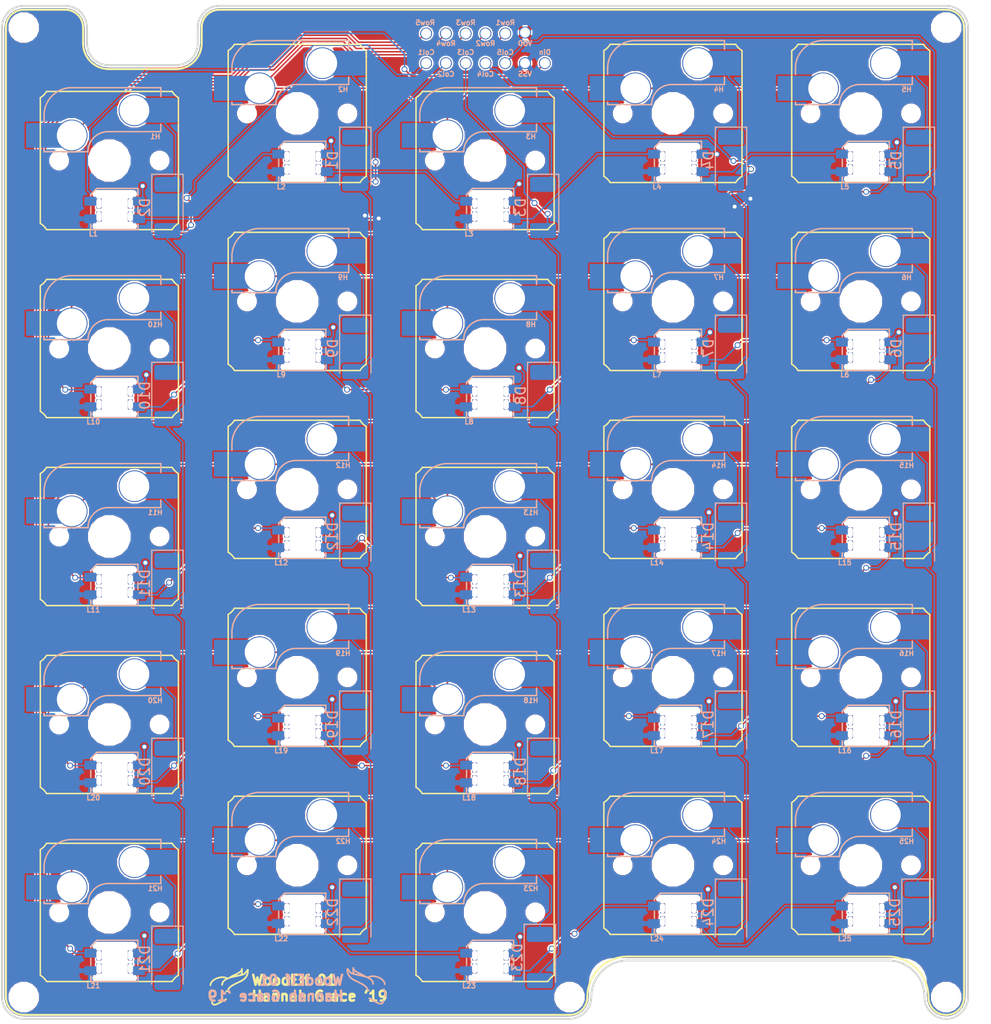
<source format=kicad_pcb>
(kicad_pcb (version 20171130) (host pcbnew "(5.0.1)-3")
  (layers (0 F.Cu signal) (31 B.Cu signal) (34 B.Paste user hide) (35 F.Paste user hide) (36 B.SilkS user) (37 F.SilkS user) (38 B.Mask user hide) (39 F.Mask user hide) (44 Edge.Cuts user))
  (net 0 "")
  (net 1 /Din)
  (net 2 "Net-(D2-Pad1)")
  (net 3 "Net-(D22-Pad1)")
  (net 4 "Net-(D4-Pad1)")
  (net 5 "Net-(D24-Pad1)")
  (net 6 "Net-(D10-Pad1)")
  (net 7 "Net-(D12-Pad1)")
  (net 8 "Net-(D14-Pad1)")
  (net 9 "Net-(D16-Pad1)")
  (net 10 "Net-(D18-Pad1)")
  (net 11 "Net-(D20-Pad1)")
  (net 12 /Col1)
  (net 13 "Net-(D6-Pad1)")
  (net 14 /Col2)
  (net 15 "Net-(D8-Pad1)")
  (net 16 /Col3)
  (net 17 /Col4)
  (net 18 /Col5)
  (net 19 /Row1)
  (net 20 /Row2)
  (net 21 /Row3)
  (net 22 /Row4)
  (net 23 /Row5)
  (net 24 "Net-(D1-Pad1)")
  (net 25 "Net-(D3-Pad1)")
  (net 26 "Net-(D5-Pad1)")
  (net 27 "Net-(D7-Pad1)")
  (net 28 "Net-(D9-Pad1)")
  (net 29 "Net-(D11-Pad1)")
  (net 30 "Net-(D13-Pad1)")
  (net 31 "Net-(D15-Pad1)")
  (net 32 "Net-(D17-Pad1)")
  (net 33 "Net-(D19-Pad1)")
  (net 34 "Net-(D21-Pad1)")
  (net 35 "Net-(D23-Pad1)")
  (net 36 "Net-(D25-Pad1)")
  (net 37 /sheet5D496A61/Din)
  (net 38 /sheet5D49E3B8/Din)
  (net 39 /sheet5D4A5DDF/Din)
  (net 40 /sheet5D4AD70F/Din)
  (net 41 /sheet5D4D3834/Din)
  (net 42 /sheet5D4B503F/Din)
  (net 43 /sheet5D4DB164/Din)
  (net 44 /sheet5D4BCCA4/Din)
  (net 45 /sheet5D4C45D4/Din)
  (net 46 /sheet5D4CBF04/Din)
  (net 47 /sheet5D4E2A94/Din)
  (net 48 /sheet5D4EA3C4/Din)
  (net 49 /sheet5D4F1CF4/Din)
  (net 50 /sheet5D4F9624/Din)
  (net 51 /sheet5D51F414/Din)
  (net 52 /sheet5D526D44/Din)
  (net 53 /sheet5D500F54/Din)
  (net 54 /sheet5D508884/Din)
  (net 55 /sheet5D5101B4/Din)
  (net 56 /sheet5D517AE4/Din)
  (net 57 /sheet5D52E674/Din)
  (net 58 /sheet5D535FA4/Din)
  (net 59 /sheet5D53D8D4/Din)
  (net 60 /sheet5D545204/Din)
  (net 61 /sheet5D545204/Do)
  (net 62 VDD)
  (net 63 VSS)
  (module WoodElf_Lib:Mount (layer F.Cu) (at 155.5 152.4)
    (fp_text reference Mount)
    (fp_text value Mount)
    (pad "" np_thru_hole circle (at 0 0) (size 1.6 1.6) (drill 1.6) (layers *.Cu *.Mask) (clearance 0.75))
  )
  (module WoodElf_Lib:Tiefling_Logo (layer B.Cu) (at 135 151.5 180)
    (fp_text reference G*** hide)
    (fp_text value Tiefling_Logo hide)
  )
  (module WoodElf_Lib:Mount (layer F.Cu) (at 193.6 152.4)
    (fp_text reference Mount)
    (fp_text value Mount)
    (pad "" np_thru_hole circle (at 0 0) (size 1.6 1.6) (drill 1.6) (layers *.Cu *.Mask) (clearance 0.75))
  )
  (module WoodElf_Lib:Mount (layer F.Cu) (at 100.3 152.4)
    (fp_text reference Mount)
    (fp_text value Mount)
    (pad "" np_thru_hole circle (at 0 0) (size 1.6 1.6) (drill 1.6) (layers *.Cu *.Mask) (clearance 0.75))
  )
  (module WoodElf_Lib:Mount (layer F.Cu) (at 100.3 54.4)
    (fp_text reference Mount)
    (fp_text value Mount)
    (pad "" np_thru_hole circle (at 0 0) (size 1.6 1.6) (drill 1.6) (layers *.Cu *.Mask) (clearance 0.75))
  )
  (module WoodElf_Lib:Mount (layer F.Cu) (at 193.6 54.4)
    (fp_text reference Mount)
    (fp_text value Mount)
    (pad "" np_thru_hole circle (at 0 0) (size 1.6 1.6) (drill 1.6) (layers *.Cu *.Mask) (clearance 0.75))
  )
  (module Diode_SMD:D_2010_5025Metric_Pad1.52x2.65mm_HandSolder (layer B.Cu) (at 133.834 67.826 270)
    (fp_text reference D1 (at 0 2.28 270) (layer B.SilkS) (effects (justify mirror)))
    (fp_text value DIODE)
    (pad 2 smd roundrect (at 2.3375 0 270) (size 1.525 2.65) (layers B.Cu B.Paste B.Mask) (roundrect_rratio 0.163934) (net 14 /Col2))
    (pad 1 smd roundrect (at -2.3375 0 270) (size 1.525 2.65) (layers B.Cu B.Paste B.Mask) (roundrect_rratio 0.163934) (net 24 "Net-(D1-Pad1)"))
  )
  (module Diode_SMD:D_2010_5025Metric_Pad1.52x2.65mm_HandSolder (layer B.Cu) (at 114.834 72.5885 270)
    (fp_text reference D2 (at 0 2.28 270) (layer B.SilkS) (effects (justify mirror)))
    (fp_text value DIODE)
    (pad 1 smd roundrect (at -2.3375 0 270) (size 1.525 2.65) (layers B.Cu B.Paste B.Mask) (roundrect_rratio 0.163934) (net 2 "Net-(D2-Pad1)"))
    (pad 2 smd roundrect (at 2.3375 0 270) (size 1.525 2.65) (layers B.Cu B.Paste B.Mask) (roundrect_rratio 0.163934) (net 12 /Col1))
  )
  (module Diode_SMD:D_2010_5025Metric_Pad1.52x2.65mm_HandSolder (layer B.Cu) (at 152.834 72.5885 270)
    (fp_text reference D3 (at 0 2.28 270) (layer B.SilkS) (effects (justify mirror)))
    (fp_text value DIODE)
    (pad 1 smd roundrect (at -2.3375 0 270) (size 1.525 2.65) (layers B.Cu B.Paste B.Mask) (roundrect_rratio 0.163934) (net 25 "Net-(D3-Pad1)"))
    (pad 2 smd roundrect (at 2.3375 0 270) (size 1.525 2.65) (layers B.Cu B.Paste B.Mask) (roundrect_rratio 0.163934) (net 16 /Col3))
  )
  (module Diode_SMD:D_2010_5025Metric_Pad1.52x2.65mm_HandSolder (layer B.Cu) (at 171.834 67.826 270)
    (fp_text reference D4 (at 0 2.28 270) (layer B.SilkS) (effects (justify mirror)))
    (fp_text value DIODE)
    (pad 2 smd roundrect (at 2.3375 0 270) (size 1.525 2.65) (layers B.Cu B.Paste B.Mask) (roundrect_rratio 0.163934) (net 17 /Col4))
    (pad 1 smd roundrect (at -2.3375 0 270) (size 1.525 2.65) (layers B.Cu B.Paste B.Mask) (roundrect_rratio 0.163934) (net 4 "Net-(D4-Pad1)"))
  )
  (module Diode_SMD:D_2010_5025Metric_Pad1.52x2.65mm_HandSolder (layer B.Cu) (at 190.834 67.826 270)
    (fp_text reference D5 (at 0 2.28 270) (layer B.SilkS) (effects (justify mirror)))
    (fp_text value DIODE)
    (pad 1 smd roundrect (at -2.3375 0 270) (size 1.525 2.65) (layers B.Cu B.Paste B.Mask) (roundrect_rratio 0.163934) (net 26 "Net-(D5-Pad1)"))
    (pad 2 smd roundrect (at 2.3375 0 270) (size 1.525 2.65) (layers B.Cu B.Paste B.Mask) (roundrect_rratio 0.163934) (net 18 /Col5))
  )
  (module Diode_SMD:D_2010_5025Metric_Pad1.52x2.65mm_HandSolder (layer B.Cu) (at 190.834 86.826 270)
    (fp_text reference D6 (at 0 2.28 270) (layer B.SilkS) (effects (justify mirror)))
    (fp_text value DIODE)
    (pad 2 smd roundrect (at 2.3375 0 270) (size 1.525 2.65) (layers B.Cu B.Paste B.Mask) (roundrect_rratio 0.163934) (net 18 /Col5))
    (pad 1 smd roundrect (at -2.3375 0 270) (size 1.525 2.65) (layers B.Cu B.Paste B.Mask) (roundrect_rratio 0.163934) (net 13 "Net-(D6-Pad1)"))
  )
  (module Diode_SMD:D_2010_5025Metric_Pad1.52x2.65mm_HandSolder (layer B.Cu) (at 171.834 86.826 270)
    (fp_text reference D7 (at 0 2.28 270) (layer B.SilkS) (effects (justify mirror)))
    (fp_text value DIODE)
    (pad 1 smd roundrect (at -2.3375 0 270) (size 1.525 2.65) (layers B.Cu B.Paste B.Mask) (roundrect_rratio 0.163934) (net 27 "Net-(D7-Pad1)"))
    (pad 2 smd roundrect (at 2.3375 0 270) (size 1.525 2.65) (layers B.Cu B.Paste B.Mask) (roundrect_rratio 0.163934) (net 17 /Col4))
  )
  (module Diode_SMD:D_2010_5025Metric_Pad1.52x2.65mm_HandSolder (layer B.Cu) (at 152.834 91.5885 270)
    (fp_text reference D8 (at 0 2.28 270) (layer B.SilkS) (effects (justify mirror)))
    (fp_text value DIODE)
    (pad 2 smd roundrect (at 2.3375 0 270) (size 1.525 2.65) (layers B.Cu B.Paste B.Mask) (roundrect_rratio 0.163934) (net 16 /Col3))
    (pad 1 smd roundrect (at -2.3375 0 270) (size 1.525 2.65) (layers B.Cu B.Paste B.Mask) (roundrect_rratio 0.163934) (net 15 "Net-(D8-Pad1)"))
  )
  (module Diode_SMD:D_2010_5025Metric_Pad1.52x2.65mm_HandSolder (layer B.Cu) (at 133.834 86.826 270)
    (fp_text reference D9 (at 0 2.28 270) (layer B.SilkS) (effects (justify mirror)))
    (fp_text value DIODE)
    (pad 1 smd roundrect (at -2.3375 0 270) (size 1.525 2.65) (layers B.Cu B.Paste B.Mask) (roundrect_rratio 0.163934) (net 28 "Net-(D9-Pad1)"))
    (pad 2 smd roundrect (at 2.3375 0 270) (size 1.525 2.65) (layers B.Cu B.Paste B.Mask) (roundrect_rratio 0.163934) (net 14 /Col2))
  )
  (module Diode_SMD:D_2010_5025Metric_Pad1.52x2.65mm_HandSolder (layer B.Cu) (at 114.834 91.5885 270)
    (fp_text reference D10 (at 0 2.28 270) (layer B.SilkS) (effects (justify mirror)))
    (fp_text value DIODE)
    (pad 2 smd roundrect (at 2.3375 0 270) (size 1.525 2.65) (layers B.Cu B.Paste B.Mask) (roundrect_rratio 0.163934) (net 12 /Col1))
    (pad 1 smd roundrect (at -2.3375 0 270) (size 1.525 2.65) (layers B.Cu B.Paste B.Mask) (roundrect_rratio 0.163934) (net 6 "Net-(D10-Pad1)"))
  )
  (module Diode_SMD:D_2010_5025Metric_Pad1.52x2.65mm_HandSolder (layer B.Cu) (at 114.834 110.5885 270)
    (fp_text reference D11 (at 0 2.28 270) (layer B.SilkS) (effects (justify mirror)))
    (fp_text value DIODE)
    (pad 1 smd roundrect (at -2.3375 0 270) (size 1.525 2.65) (layers B.Cu B.Paste B.Mask) (roundrect_rratio 0.163934) (net 29 "Net-(D11-Pad1)"))
    (pad 2 smd roundrect (at 2.3375 0 270) (size 1.525 2.65) (layers B.Cu B.Paste B.Mask) (roundrect_rratio 0.163934) (net 12 /Col1))
  )
  (module Diode_SMD:D_2010_5025Metric_Pad1.52x2.65mm_HandSolder (layer B.Cu) (at 133.834 105.826 270)
    (fp_text reference D12 (at 0 2.28 270) (layer B.SilkS) (effects (justify mirror)))
    (fp_text value DIODE)
    (pad 2 smd roundrect (at 2.3375 0 270) (size 1.525 2.65) (layers B.Cu B.Paste B.Mask) (roundrect_rratio 0.163934) (net 14 /Col2))
    (pad 1 smd roundrect (at -2.3375 0 270) (size 1.525 2.65) (layers B.Cu B.Paste B.Mask) (roundrect_rratio 0.163934) (net 7 "Net-(D12-Pad1)"))
  )
  (module Diode_SMD:D_2010_5025Metric_Pad1.52x2.65mm_HandSolder (layer B.Cu) (at 152.834 110.5885 270)
    (fp_text reference D13 (at 0 2.28 270) (layer B.SilkS) (effects (justify mirror)))
    (fp_text value DIODE)
    (pad 1 smd roundrect (at -2.3375 0 270) (size 1.525 2.65) (layers B.Cu B.Paste B.Mask) (roundrect_rratio 0.163934) (net 30 "Net-(D13-Pad1)"))
    (pad 2 smd roundrect (at 2.3375 0 270) (size 1.525 2.65) (layers B.Cu B.Paste B.Mask) (roundrect_rratio 0.163934) (net 16 /Col3))
  )
  (module Diode_SMD:D_2010_5025Metric_Pad1.52x2.65mm_HandSolder (layer B.Cu) (at 171.834 105.826 270)
    (fp_text reference D14 (at 0 2.28 270) (layer B.SilkS) (effects (justify mirror)))
    (fp_text value DIODE)
    (pad 2 smd roundrect (at 2.3375 0 270) (size 1.525 2.65) (layers B.Cu B.Paste B.Mask) (roundrect_rratio 0.163934) (net 17 /Col4))
    (pad 1 smd roundrect (at -2.3375 0 270) (size 1.525 2.65) (layers B.Cu B.Paste B.Mask) (roundrect_rratio 0.163934) (net 8 "Net-(D14-Pad1)"))
  )
  (module Diode_SMD:D_2010_5025Metric_Pad1.52x2.65mm_HandSolder (layer B.Cu) (at 190.834 105.826 270)
    (fp_text reference D15 (at 0 2.28 270) (layer B.SilkS) (effects (justify mirror)))
    (fp_text value DIODE)
    (pad 1 smd roundrect (at -2.3375 0 270) (size 1.525 2.65) (layers B.Cu B.Paste B.Mask) (roundrect_rratio 0.163934) (net 31 "Net-(D15-Pad1)"))
    (pad 2 smd roundrect (at 2.3375 0 270) (size 1.525 2.65) (layers B.Cu B.Paste B.Mask) (roundrect_rratio 0.163934) (net 18 /Col5))
  )
  (module Diode_SMD:D_2010_5025Metric_Pad1.52x2.65mm_HandSolder (layer B.Cu) (at 190.834 124.826 270)
    (fp_text reference D16 (at 0 2.28 270) (layer B.SilkS) (effects (justify mirror)))
    (fp_text value DIODE)
    (pad 2 smd roundrect (at 2.3375 0 270) (size 1.525 2.65) (layers B.Cu B.Paste B.Mask) (roundrect_rratio 0.163934) (net 18 /Col5))
    (pad 1 smd roundrect (at -2.3375 0 270) (size 1.525 2.65) (layers B.Cu B.Paste B.Mask) (roundrect_rratio 0.163934) (net 9 "Net-(D16-Pad1)"))
  )
  (module Diode_SMD:D_2010_5025Metric_Pad1.52x2.65mm_HandSolder (layer B.Cu) (at 171.834 124.826 270)
    (fp_text reference D17 (at 0 2.28 270) (layer B.SilkS) (effects (justify mirror)))
    (fp_text value DIODE)
    (pad 1 smd roundrect (at -2.3375 0 270) (size 1.525 2.65) (layers B.Cu B.Paste B.Mask) (roundrect_rratio 0.163934) (net 32 "Net-(D17-Pad1)"))
    (pad 2 smd roundrect (at 2.3375 0 270) (size 1.525 2.65) (layers B.Cu B.Paste B.Mask) (roundrect_rratio 0.163934) (net 17 /Col4))
  )
  (module Diode_SMD:D_2010_5025Metric_Pad1.52x2.65mm_HandSolder (layer B.Cu) (at 152.834 129.5885 270)
    (fp_text reference D18 (at 0 2.28 270) (layer B.SilkS) (effects (justify mirror)))
    (fp_text value DIODE)
    (pad 2 smd roundrect (at 2.3375 0 270) (size 1.525 2.65) (layers B.Cu B.Paste B.Mask) (roundrect_rratio 0.163934) (net 16 /Col3))
    (pad 1 smd roundrect (at -2.3375 0 270) (size 1.525 2.65) (layers B.Cu B.Paste B.Mask) (roundrect_rratio 0.163934) (net 10 "Net-(D18-Pad1)"))
  )
  (module Diode_SMD:D_2010_5025Metric_Pad1.52x2.65mm_HandSolder (layer B.Cu) (at 133.834 124.826 270)
    (fp_text reference D19 (at 0 2.28 270) (layer B.SilkS) (effects (justify mirror)))
    (fp_text value DIODE)
    (pad 1 smd roundrect (at -2.3375 0 270) (size 1.525 2.65) (layers B.Cu B.Paste B.Mask) (roundrect_rratio 0.163934) (net 33 "Net-(D19-Pad1)"))
    (pad 2 smd roundrect (at 2.3375 0 270) (size 1.525 2.65) (layers B.Cu B.Paste B.Mask) (roundrect_rratio 0.163934) (net 14 /Col2))
  )
  (module Diode_SMD:D_2010_5025Metric_Pad1.52x2.65mm_HandSolder (layer B.Cu) (at 114.834 129.5885 270)
    (fp_text reference D20 (at 0 2.28 270) (layer B.SilkS) (effects (justify mirror)))
    (fp_text value DIODE)
    (pad 2 smd roundrect (at 2.3375 0 270) (size 1.525 2.65) (layers B.Cu B.Paste B.Mask) (roundrect_rratio 0.163934) (net 12 /Col1))
    (pad 1 smd roundrect (at -2.3375 0 270) (size 1.525 2.65) (layers B.Cu B.Paste B.Mask) (roundrect_rratio 0.163934) (net 11 "Net-(D20-Pad1)"))
  )
  (module Diode_SMD:D_2010_5025Metric_Pad1.52x2.65mm_HandSolder (layer B.Cu) (at 114.834 148.5885 270)
    (fp_text reference D21 (at 0 2.28 270) (layer B.SilkS) (effects (justify mirror)))
    (fp_text value DIODE)
    (pad 1 smd roundrect (at -2.3375 0 270) (size 1.525 2.65) (layers B.Cu B.Paste B.Mask) (roundrect_rratio 0.163934) (net 34 "Net-(D21-Pad1)"))
    (pad 2 smd roundrect (at 2.3375 0 270) (size 1.525 2.65) (layers B.Cu B.Paste B.Mask) (roundrect_rratio 0.163934) (net 12 /Col1))
  )
  (module Diode_SMD:D_2010_5025Metric_Pad1.52x2.65mm_HandSolder (layer B.Cu) (at 133.834 143.826 270)
    (fp_text reference D22 (at 0 2.28 270) (layer B.SilkS) (effects (justify mirror)))
    (fp_text value DIODE)
    (pad 2 smd roundrect (at 2.3375 0 270) (size 1.525 2.65) (layers B.Cu B.Paste B.Mask) (roundrect_rratio 0.163934) (net 14 /Col2))
    (pad 1 smd roundrect (at -2.3375 0 270) (size 1.525 2.65) (layers B.Cu B.Paste B.Mask) (roundrect_rratio 0.163934) (net 3 "Net-(D22-Pad1)"))
  )
  (module Diode_SMD:D_2010_5025Metric_Pad1.52x2.65mm_HandSolder (layer B.Cu) (at 152.5 148.4 270)
    (fp_text reference D23 (at 0 2.28 270) (layer B.SilkS) (effects (justify mirror)))
    (fp_text value DIODE)
    (pad 1 smd roundrect (at -2.3375 0 270) (size 1.525 2.65) (layers B.Cu B.Paste B.Mask) (roundrect_rratio 0.163934) (net 35 "Net-(D23-Pad1)"))
    (pad 2 smd roundrect (at 2.3375 0 270) (size 1.525 2.65) (layers B.Cu B.Paste B.Mask) (roundrect_rratio 0.163934) (net 16 /Col3))
  )
  (module Diode_SMD:D_2010_5025Metric_Pad1.52x2.65mm_HandSolder (layer B.Cu) (at 171.834 143.826 270)
    (fp_text reference D24 (at 0 2.28 270) (layer B.SilkS) (effects (justify mirror)))
    (fp_text value DIODE)
    (pad 2 smd roundrect (at 2.3375 0 270) (size 1.525 2.65) (layers B.Cu B.Paste B.Mask) (roundrect_rratio 0.163934) (net 17 /Col4))
    (pad 1 smd roundrect (at -2.3375 0 270) (size 1.525 2.65) (layers B.Cu B.Paste B.Mask) (roundrect_rratio 0.163934) (net 5 "Net-(D24-Pad1)"))
  )
  (module Diode_SMD:D_2010_5025Metric_Pad1.52x2.65mm_HandSolder (layer B.Cu) (at 190.7 143.826 270)
    (fp_text reference D25 (at 0 2.28 270) (layer B.SilkS) (effects (justify mirror)))
    (fp_text value DIODE)
    (pad 1 smd roundrect (at -2.3375 0 270) (size 1.525 2.65) (layers B.Cu B.Paste B.Mask) (roundrect_rratio 0.163934) (net 36 "Net-(D25-Pad1)"))
    (pad 2 smd roundrect (at 2.3375 0 270) (size 1.525 2.65) (layers B.Cu B.Paste B.Mask) (roundrect_rratio 0.163934) (net 18 /Col5))
  )
  (module WoodElf_Lib:Kailh_HotSwap_Socket (layer F.Cu) (at 111.5 62.7625)
    (fp_text reference H1 (at 2.0955 2.6543) (layer B.SilkS) (effects (font (size 0.5 0.5) (thickness 0.125)) (justify mirror)))
    (fp_text value Kailh_HotSwap_SwitchMount)
    (pad 1 smd rect (at 3.1115 0) (size 2.5 2.5) (layers B.Cu B.Paste B.Mask) (net 2 "Net-(D2-Pad1)") (clearance 0.03))
    (pad 2 smd rect (at -9.7155 2.54) (size 2.5 2.5) (layers B.Cu B.Paste B.Mask) (net 19 /Row1) (clearance 0.03))
  )
  (module WoodElf_Lib:Kailh_HotSwap_Socket (layer F.Cu) (at 130.5 58)
    (fp_text reference H2 (at 2.0955 2.6543) (layer B.SilkS) (effects (font (size 0.5 0.5) (thickness 0.125)) (justify mirror)))
    (fp_text value Kailh_HotSwap_SwitchMount)
    (pad 2 smd rect (at -9.7155 2.54) (size 2.5 2.5) (layers B.Cu B.Paste B.Mask) (net 19 /Row1) (clearance 0.03))
    (pad 1 smd rect (at 3.1115 0) (size 2.5 2.5) (layers B.Cu B.Paste B.Mask) (net 24 "Net-(D1-Pad1)") (clearance 0.03))
  )
  (module WoodElf_Lib:Kailh_HotSwap_Socket (layer F.Cu) (at 149.5 62.7625)
    (fp_text reference H3 (at 2.0955 2.6543) (layer B.SilkS) (effects (font (size 0.5 0.5) (thickness 0.125)) (justify mirror)))
    (fp_text value Kailh_HotSwap_SwitchMount)
    (pad 1 smd rect (at 3.1115 0) (size 2.5 2.5) (layers B.Cu B.Paste B.Mask) (net 25 "Net-(D3-Pad1)") (clearance 0.03))
    (pad 2 smd rect (at -9.7155 2.54) (size 2.5 2.5) (layers B.Cu B.Paste B.Mask) (net 19 /Row1) (clearance 0.03))
  )
  (module WoodElf_Lib:Kailh_HotSwap_Socket (layer F.Cu) (at 168.5 58)
    (fp_text reference H4 (at 2.0955 2.6543) (layer B.SilkS) (effects (font (size 0.5 0.5) (thickness 0.125)) (justify mirror)))
    (fp_text value Kailh_HotSwap_SwitchMount)
    (pad 2 smd rect (at -9.7155 2.54) (size 2.5 2.5) (layers B.Cu B.Paste B.Mask) (net 19 /Row1) (clearance 0.03))
    (pad 1 smd rect (at 3.1115 0) (size 2.5 2.5) (layers B.Cu B.Paste B.Mask) (net 4 "Net-(D4-Pad1)") (clearance 0.03))
  )
  (module WoodElf_Lib:Kailh_HotSwap_Socket (layer F.Cu) (at 187.5 58)
    (fp_text reference H5 (at 2.0955 2.6543) (layer B.SilkS) (effects (font (size 0.5 0.5) (thickness 0.125)) (justify mirror)))
    (fp_text value Kailh_HotSwap_SwitchMount)
    (pad 2 smd rect (at -9.7155 2.54) (size 2.5 2.5) (layers B.Cu B.Paste B.Mask) (net 19 /Row1) (clearance 0.03))
    (pad 1 smd rect (at 3.1115 0) (size 2.5 2.5) (layers B.Cu B.Paste B.Mask) (net 26 "Net-(D5-Pad1)") (clearance 0.03))
  )
  (module WoodElf_Lib:Kailh_HotSwap_Socket (layer F.Cu) (at 187.5 77)
    (fp_text reference H6 (at 2.0955 2.6543) (layer B.SilkS) (effects (font (size 0.5 0.5) (thickness 0.125)) (justify mirror)))
    (fp_text value Kailh_HotSwap_SwitchMount)
    (pad 1 smd rect (at 3.1115 0) (size 2.5 2.5) (layers B.Cu B.Paste B.Mask) (net 13 "Net-(D6-Pad1)") (clearance 0.03))
    (pad 2 smd rect (at -9.7155 2.54) (size 2.5 2.5) (layers B.Cu B.Paste B.Mask) (net 20 /Row2) (clearance 0.03))
  )
  (module WoodElf_Lib:Kailh_HotSwap_Socket (layer F.Cu) (at 168.5 77)
    (fp_text reference H7 (at 2.0955 2.6543) (layer B.SilkS) (effects (font (size 0.5 0.5) (thickness 0.125)) (justify mirror)))
    (fp_text value Kailh_HotSwap_SwitchMount)
    (pad 2 smd rect (at -9.7155 2.54) (size 2.5 2.5) (layers B.Cu B.Paste B.Mask) (net 20 /Row2) (clearance 0.03))
    (pad 1 smd rect (at 3.1115 0) (size 2.5 2.5) (layers B.Cu B.Paste B.Mask) (net 27 "Net-(D7-Pad1)") (clearance 0.03))
  )
  (module WoodElf_Lib:Kailh_HotSwap_Socket (layer F.Cu) (at 149.5 81.7625)
    (fp_text reference H8 (at 2.0955 2.6543) (layer B.SilkS) (effects (font (size 0.5 0.5) (thickness 0.125)) (justify mirror)))
    (fp_text value Kailh_HotSwap_SwitchMount)
    (pad 2 smd rect (at -9.7155 2.54) (size 2.5 2.5) (layers B.Cu B.Paste B.Mask) (net 20 /Row2) (clearance 0.03))
    (pad 1 smd rect (at 3.1115 0) (size 2.5 2.5) (layers B.Cu B.Paste B.Mask) (net 15 "Net-(D8-Pad1)") (clearance 0.03))
  )
  (module WoodElf_Lib:Kailh_HotSwap_Socket (layer F.Cu) (at 130.5 77)
    (fp_text reference H9 (at 2.0955 2.6543) (layer B.SilkS) (effects (font (size 0.5 0.5) (thickness 0.125)) (justify mirror)))
    (fp_text value Kailh_HotSwap_SwitchMount)
    (pad 2 smd rect (at -9.7155 2.54) (size 2.5 2.5) (layers B.Cu B.Paste B.Mask) (net 20 /Row2) (clearance 0.03))
    (pad 1 smd rect (at 3.1115 0) (size 2.5 2.5) (layers B.Cu B.Paste B.Mask) (net 28 "Net-(D9-Pad1)") (clearance 0.03))
  )
  (module WoodElf_Lib:Kailh_HotSwap_Socket (layer F.Cu) (at 111.5 81.7625)
    (fp_text reference H10 (at 2.0955 2.6543) (layer B.SilkS) (effects (font (size 0.5 0.5) (thickness 0.125)) (justify mirror)))
    (fp_text value Kailh_HotSwap_SwitchMount)
    (pad 1 smd rect (at 3.1115 0) (size 2.5 2.5) (layers B.Cu B.Paste B.Mask) (net 6 "Net-(D10-Pad1)") (clearance 0.03))
    (pad 2 smd rect (at -9.7155 2.54) (size 2.5 2.5) (layers B.Cu B.Paste B.Mask) (net 20 /Row2) (clearance 0.03))
  )
  (module WoodElf_Lib:Kailh_HotSwap_Socket (layer F.Cu) (at 111.5 100.7625)
    (fp_text reference H11 (at 2.0955 2.6543) (layer B.SilkS) (effects (font (size 0.5 0.5) (thickness 0.125)) (justify mirror)))
    (fp_text value Kailh_HotSwap_SwitchMount)
    (pad 2 smd rect (at -9.7155 2.54) (size 2.5 2.5) (layers B.Cu B.Paste B.Mask) (net 21 /Row3) (clearance 0.03))
    (pad 1 smd rect (at 3.1115 0) (size 2.5 2.5) (layers B.Cu B.Paste B.Mask) (net 29 "Net-(D11-Pad1)") (clearance 0.03))
  )
  (module WoodElf_Lib:Kailh_HotSwap_Socket (layer F.Cu) (at 130.5 96)
    (fp_text reference H12 (at 2.0955 2.6543) (layer B.SilkS) (effects (font (size 0.5 0.5) (thickness 0.125)) (justify mirror)))
    (fp_text value Kailh_HotSwap_SwitchMount)
    (pad 2 smd rect (at -9.7155 2.54) (size 2.5 2.5) (layers B.Cu B.Paste B.Mask) (net 21 /Row3) (clearance 0.03))
    (pad 1 smd rect (at 3.1115 0) (size 2.5 2.5) (layers B.Cu B.Paste B.Mask) (net 7 "Net-(D12-Pad1)") (clearance 0.03))
  )
  (module WoodElf_Lib:Kailh_HotSwap_Socket (layer F.Cu) (at 149.5 100.7625)
    (fp_text reference H13 (at 2.0955 2.6543) (layer B.SilkS) (effects (font (size 0.5 0.5) (thickness 0.125)) (justify mirror)))
    (fp_text value Kailh_HotSwap_SwitchMount)
    (pad 2 smd rect (at -9.7155 2.54) (size 2.5 2.5) (layers B.Cu B.Paste B.Mask) (net 21 /Row3) (clearance 0.03))
    (pad 1 smd rect (at 3.1115 0) (size 2.5 2.5) (layers B.Cu B.Paste B.Mask) (net 30 "Net-(D13-Pad1)") (clearance 0.03))
  )
  (module WoodElf_Lib:Kailh_HotSwap_Socket (layer F.Cu) (at 168.5 96)
    (fp_text reference H14 (at 2.0955 2.6543) (layer B.SilkS) (effects (font (size 0.5 0.5) (thickness 0.125)) (justify mirror)))
    (fp_text value Kailh_HotSwap_SwitchMount)
    (pad 2 smd rect (at -9.7155 2.54) (size 2.5 2.5) (layers B.Cu B.Paste B.Mask) (net 21 /Row3) (clearance 0.03))
    (pad 1 smd rect (at 3.1115 0) (size 2.5 2.5) (layers B.Cu B.Paste B.Mask) (net 8 "Net-(D14-Pad1)") (clearance 0.03))
  )
  (module WoodElf_Lib:Kailh_HotSwap_Socket (layer F.Cu) (at 187.5 96)
    (fp_text reference H15 (at 2.0955 2.6543) (layer B.SilkS) (effects (font (size 0.5 0.5) (thickness 0.125)) (justify mirror)))
    (fp_text value Kailh_HotSwap_SwitchMount)
    (pad 1 smd rect (at 3.1115 0) (size 2.5 2.5) (layers B.Cu B.Paste B.Mask) (net 31 "Net-(D15-Pad1)") (clearance 0.03))
    (pad 2 smd rect (at -9.7155 2.54) (size 2.5 2.5) (layers B.Cu B.Paste B.Mask) (net 21 /Row3) (clearance 0.03))
  )
  (module WoodElf_Lib:Kailh_HotSwap_Socket (layer F.Cu) (at 187.5 115)
    (fp_text reference H16 (at 2.0955 2.6543) (layer B.SilkS) (effects (font (size 0.5 0.5) (thickness 0.125)) (justify mirror)))
    (fp_text value Kailh_HotSwap_SwitchMount)
    (pad 1 smd rect (at 3.1115 0) (size 2.5 2.5) (layers B.Cu B.Paste B.Mask) (net 9 "Net-(D16-Pad1)") (clearance 0.03))
    (pad 2 smd rect (at -9.7155 2.54) (size 2.5 2.5) (layers B.Cu B.Paste B.Mask) (net 22 /Row4) (clearance 0.03))
  )
  (module WoodElf_Lib:Kailh_HotSwap_Socket (layer F.Cu) (at 168.5 115)
    (fp_text reference H17 (at 2.0955 2.6543) (layer B.SilkS) (effects (font (size 0.5 0.5) (thickness 0.125)) (justify mirror)))
    (fp_text value Kailh_HotSwap_SwitchMount)
    (pad 1 smd rect (at 3.1115 0) (size 2.5 2.5) (layers B.Cu B.Paste B.Mask) (net 32 "Net-(D17-Pad1)") (clearance 0.03))
    (pad 2 smd rect (at -9.7155 2.54) (size 2.5 2.5) (layers B.Cu B.Paste B.Mask) (net 22 /Row4) (clearance 0.03))
  )
  (module WoodElf_Lib:Kailh_HotSwap_Socket (layer F.Cu) (at 149.5 119.7625)
    (fp_text reference H18 (at 2.0955 2.6543) (layer B.SilkS) (effects (font (size 0.5 0.5) (thickness 0.125)) (justify mirror)))
    (fp_text value Kailh_HotSwap_SwitchMount)
    (pad 2 smd rect (at -9.7155 2.54) (size 2.5 2.5) (layers B.Cu B.Paste B.Mask) (net 22 /Row4) (clearance 0.03))
    (pad 1 smd rect (at 3.1115 0) (size 2.5 2.5) (layers B.Cu B.Paste B.Mask) (net 10 "Net-(D18-Pad1)") (clearance 0.03))
  )
  (module WoodElf_Lib:Kailh_HotSwap_Socket (layer F.Cu) (at 130.5 115)
    (fp_text reference H19 (at 2.0955 2.6543) (layer B.SilkS) (effects (font (size 0.5 0.5) (thickness 0.125)) (justify mirror)))
    (fp_text value Kailh_HotSwap_SwitchMount)
    (pad 1 smd rect (at 3.1115 0) (size 2.5 2.5) (layers B.Cu B.Paste B.Mask) (net 33 "Net-(D19-Pad1)") (clearance 0.03))
    (pad 2 smd rect (at -9.7155 2.54) (size 2.5 2.5) (layers B.Cu B.Paste B.Mask) (net 22 /Row4) (clearance 0.03))
  )
  (module WoodElf_Lib:Kailh_HotSwap_Socket (layer F.Cu) (at 111.5 119.7625)
    (fp_text reference H20 (at 2.0955 2.6543) (layer B.SilkS) (effects (font (size 0.5 0.5) (thickness 0.125)) (justify mirror)))
    (fp_text value Kailh_HotSwap_SwitchMount)
    (pad 2 smd rect (at -9.7155 2.54) (size 2.5 2.5) (layers B.Cu B.Paste B.Mask) (net 22 /Row4) (clearance 0.03))
    (pad 1 smd rect (at 3.1115 0) (size 2.5 2.5) (layers B.Cu B.Paste B.Mask) (net 11 "Net-(D20-Pad1)") (clearance 0.03))
  )
  (module WoodElf_Lib:Kailh_HotSwap_Socket (layer F.Cu) (at 111.5 138.7625)
    (fp_text reference H21 (at 2.0955 2.6543) (layer B.SilkS) (effects (font (size 0.5 0.5) (thickness 0.125)) (justify mirror)))
    (fp_text value Kailh_HotSwap_SwitchMount)
    (pad 2 smd rect (at -9.7155 2.54) (size 2.5 2.5) (layers B.Cu B.Paste B.Mask) (net 23 /Row5) (clearance 0.03))
    (pad 1 smd rect (at 3.1115 0) (size 2.5 2.5) (layers B.Cu B.Paste B.Mask) (net 34 "Net-(D21-Pad1)") (clearance 0.03))
  )
  (module WoodElf_Lib:Kailh_HotSwap_Socket (layer F.Cu) (at 130.5 134)
    (fp_text reference H22 (at 2.0955 2.6543) (layer B.SilkS) (effects (font (size 0.5 0.5) (thickness 0.125)) (justify mirror)))
    (fp_text value Kailh_HotSwap_SwitchMount)
    (pad 1 smd rect (at 3.1115 0) (size 2.5 2.5) (layers B.Cu B.Paste B.Mask) (net 3 "Net-(D22-Pad1)") (clearance 0.03))
    (pad 2 smd rect (at -9.7155 2.54) (size 2.5 2.5) (layers B.Cu B.Paste B.Mask) (net 23 /Row5) (clearance 0.03))
  )
  (module WoodElf_Lib:Kailh_HotSwap_Socket (layer F.Cu) (at 149.5 138.7625)
    (fp_text reference H23 (at 2.0955 2.6543) (layer B.SilkS) (effects (font (size 0.5 0.5) (thickness 0.125)) (justify mirror)))
    (fp_text value Kailh_HotSwap_SwitchMount)
    (pad 1 smd rect (at 3.1115 0) (size 2.5 2.5) (layers B.Cu B.Paste B.Mask) (net 35 "Net-(D23-Pad1)") (clearance 0.03))
    (pad 2 smd rect (at -9.7155 2.54) (size 2.5 2.5) (layers B.Cu B.Paste B.Mask) (net 23 /Row5) (clearance 0.03))
  )
  (module WoodElf_Lib:Kailh_HotSwap_Socket (layer F.Cu) (at 168.5 134)
    (fp_text reference H24 (at 2.0955 2.6543) (layer B.SilkS) (effects (font (size 0.5 0.5) (thickness 0.125)) (justify mirror)))
    (fp_text value Kailh_HotSwap_SwitchMount)
    (pad 1 smd rect (at 3.1115 0) (size 2.5 2.5) (layers B.Cu B.Paste B.Mask) (net 5 "Net-(D24-Pad1)") (clearance 0.03))
    (pad 2 smd rect (at -9.7155 2.54) (size 2.5 2.5) (layers B.Cu B.Paste B.Mask) (net 23 /Row5) (clearance 0.03))
  )
  (module WoodElf_Lib:Kailh_HotSwap_Socket (layer F.Cu) (at 187.5 134)
    (fp_text reference H25 (at 2.0955 2.6543) (layer B.SilkS) (effects (font (size 0.5 0.5) (thickness 0.125)) (justify mirror)))
    (fp_text value Kailh_HotSwap_SwitchMount)
    (pad 1 smd rect (at 3.1115 0) (size 2.5 2.5) (layers B.Cu B.Paste B.Mask) (net 36 "Net-(D25-Pad1)") (clearance 0.03))
    (pad 2 smd rect (at -9.7155 2.54) (size 2.5 2.5) (layers B.Cu B.Paste B.Mask) (net 23 /Row5) (clearance 0.03))
  )
  (module WoodElf_Lib:LED_SK6812MINI_PLCC4_3.5x3.5mm_P1.75mm (layer F.Cu) (at 109.5 72.8425 180)
    (fp_text reference L1 (at 2.159 -2.413 180) (layer B.SilkS) (effects (font (size 0.5 0.5) (thickness 0.125))))
    (fp_text value SK6812MINI)
    (pad 1 smd rect (at -2.4638 -0.889 180) (size 1.2 0.9) (layers B.Cu B.Paste B.Mask) (net 37 /sheet5D496A61/Din))
    (pad 2 smd rect (at -2.4638 0.889 180) (size 1.2 0.9) (layers B.Cu B.Paste B.Mask) (net 62 VDD))
    (pad 3 smd rect (at 2.4638 0.889 180) (size 1.2 0.9) (layers B.Cu B.Paste B.Mask) (net 1 /Din))
    (pad 4 smd rect (at 2.4638 -0.889 180) (size 1.2 0.9) (layers B.Cu B.Paste B.Mask) (net 63 VSS))
    (pad "" np_thru_hole rect (at -1.596 0.6604) (size 0.508 1) (drill oval 0.508 1) (layers *.Cu *.Mask))
    (pad "" np_thru_hole rect (at -1.596 -0.6604) (size 0.508 1) (drill oval 0.508 1) (layers *.Cu *.Mask))
    (pad "" np_thru_hole rect (at 1.596 0.6604) (size 0.508 1) (drill oval 0.508 1) (layers *.Cu *.Mask))
    (pad "" np_thru_hole rect (at 1.596 -0.6604) (size 0.508 1) (drill oval 0.508 1) (layers *.Cu *.Mask))
    (pad "" np_thru_hole oval (at 0 1.6256 270) (size 0.508 4.2) (drill oval 0.508 4.2) (layers *.Cu *.Mask))
    (pad "" np_thru_hole oval (at 0 -1.6256 270) (size 0.508 4.2) (drill oval 0.508 4.2) (layers *.Cu *.Mask))
  )
  (module WoodElf_Lib:LED_SK6812MINI_PLCC4_3.5x3.5mm_P1.75mm (layer F.Cu) (at 128.5 68.08 180)
    (fp_text reference L2 (at 2.159 -2.413 180) (layer B.SilkS) (effects (font (size 0.5 0.5) (thickness 0.125))))
    (fp_text value SK6812MINI)
    (pad "" np_thru_hole oval (at 0 -1.6256 270) (size 0.508 4.2) (drill oval 0.508 4.2) (layers *.Cu *.Mask))
    (pad "" np_thru_hole oval (at 0 1.6256 270) (size 0.508 4.2) (drill oval 0.508 4.2) (layers *.Cu *.Mask))
    (pad "" np_thru_hole rect (at 1.596 -0.6604) (size 0.508 1) (drill oval 0.508 1) (layers *.Cu *.Mask))
    (pad "" np_thru_hole rect (at 1.596 0.6604) (size 0.508 1) (drill oval 0.508 1) (layers *.Cu *.Mask))
    (pad "" np_thru_hole rect (at -1.596 -0.6604) (size 0.508 1) (drill oval 0.508 1) (layers *.Cu *.Mask))
    (pad "" np_thru_hole rect (at -1.596 0.6604) (size 0.508 1) (drill oval 0.508 1) (layers *.Cu *.Mask))
    (pad 4 smd rect (at 2.4638 -0.889 180) (size 1.2 0.9) (layers B.Cu B.Paste B.Mask) (net 63 VSS))
    (pad 3 smd rect (at 2.4638 0.889 180) (size 1.2 0.9) (layers B.Cu B.Paste B.Mask) (net 37 /sheet5D496A61/Din))
    (pad 2 smd rect (at -2.4638 0.889 180) (size 1.2 0.9) (layers B.Cu B.Paste B.Mask) (net 62 VDD))
    (pad 1 smd rect (at -2.4638 -0.889 180) (size 1.2 0.9) (layers B.Cu B.Paste B.Mask) (net 38 /sheet5D49E3B8/Din))
  )
  (module WoodElf_Lib:LED_SK6812MINI_PLCC4_3.5x3.5mm_P1.75mm (layer F.Cu) (at 147.5 72.8425 180)
    (fp_text reference L3 (at 2.159 -2.413 180) (layer B.SilkS) (effects (font (size 0.5 0.5) (thickness 0.125))))
    (fp_text value SK6812MINI)
    (pad 1 smd rect (at -2.4638 -0.889 180) (size 1.2 0.9) (layers B.Cu B.Paste B.Mask) (net 39 /sheet5D4A5DDF/Din))
    (pad 2 smd rect (at -2.4638 0.889 180) (size 1.2 0.9) (layers B.Cu B.Paste B.Mask) (net 62 VDD))
    (pad 3 smd rect (at 2.4638 0.889 180) (size 1.2 0.9) (layers B.Cu B.Paste B.Mask) (net 38 /sheet5D49E3B8/Din))
    (pad 4 smd rect (at 2.4638 -0.889 180) (size 1.2 0.9) (layers B.Cu B.Paste B.Mask) (net 63 VSS))
    (pad "" np_thru_hole rect (at -1.596 0.6604) (size 0.508 1) (drill oval 0.508 1) (layers *.Cu *.Mask))
    (pad "" np_thru_hole rect (at -1.596 -0.6604) (size 0.508 1) (drill oval 0.508 1) (layers *.Cu *.Mask))
    (pad "" np_thru_hole rect (at 1.596 0.6604) (size 0.508 1) (drill oval 0.508 1) (layers *.Cu *.Mask))
    (pad "" np_thru_hole rect (at 1.596 -0.6604) (size 0.508 1) (drill oval 0.508 1) (layers *.Cu *.Mask))
    (pad "" np_thru_hole oval (at 0 1.6256 270) (size 0.508 4.2) (drill oval 0.508 4.2) (layers *.Cu *.Mask))
    (pad "" np_thru_hole oval (at 0 -1.6256 270) (size 0.508 4.2) (drill oval 0.508 4.2) (layers *.Cu *.Mask))
  )
  (module WoodElf_Lib:LED_SK6812MINI_PLCC4_3.5x3.5mm_P1.75mm (layer F.Cu) (at 166.5 68.08 180)
    (fp_text reference L4 (at 2.159 -2.413 180) (layer B.SilkS) (effects (font (size 0.5 0.5) (thickness 0.125))))
    (fp_text value SK6812MINI)
    (pad 1 smd rect (at -2.4638 -0.889 180) (size 1.2 0.9) (layers B.Cu B.Paste B.Mask) (net 40 /sheet5D4AD70F/Din))
    (pad 2 smd rect (at -2.4638 0.889 180) (size 1.2 0.9) (layers B.Cu B.Paste B.Mask) (net 62 VDD))
    (pad 3 smd rect (at 2.4638 0.889 180) (size 1.2 0.9) (layers B.Cu B.Paste B.Mask) (net 39 /sheet5D4A5DDF/Din))
    (pad 4 smd rect (at 2.4638 -0.889 180) (size 1.2 0.9) (layers B.Cu B.Paste B.Mask) (net 63 VSS))
    (pad "" np_thru_hole rect (at -1.596 0.6604) (size 0.508 1) (drill oval 0.508 1) (layers *.Cu *.Mask))
    (pad "" np_thru_hole rect (at -1.596 -0.6604) (size 0.508 1) (drill oval 0.508 1) (layers *.Cu *.Mask))
    (pad "" np_thru_hole rect (at 1.596 0.6604) (size 0.508 1) (drill oval 0.508 1) (layers *.Cu *.Mask))
    (pad "" np_thru_hole rect (at 1.596 -0.6604) (size 0.508 1) (drill oval 0.508 1) (layers *.Cu *.Mask))
    (pad "" np_thru_hole oval (at 0 1.6256 270) (size 0.508 4.2) (drill oval 0.508 4.2) (layers *.Cu *.Mask))
    (pad "" np_thru_hole oval (at 0 -1.6256 270) (size 0.508 4.2) (drill oval 0.508 4.2) (layers *.Cu *.Mask))
  )
  (module WoodElf_Lib:LED_SK6812MINI_PLCC4_3.5x3.5mm_P1.75mm (layer F.Cu) (at 185.5 68.08 180)
    (fp_text reference L5 (at 2.159 -2.413 180) (layer B.SilkS) (effects (font (size 0.5 0.5) (thickness 0.125))))
    (fp_text value SK6812MINI)
    (pad "" np_thru_hole oval (at 0 -1.6256 270) (size 0.508 4.2) (drill oval 0.508 4.2) (layers *.Cu *.Mask))
    (pad "" np_thru_hole oval (at 0 1.6256 270) (size 0.508 4.2) (drill oval 0.508 4.2) (layers *.Cu *.Mask))
    (pad "" np_thru_hole rect (at 1.596 -0.6604) (size 0.508 1) (drill oval 0.508 1) (layers *.Cu *.Mask))
    (pad "" np_thru_hole rect (at 1.596 0.6604) (size 0.508 1) (drill oval 0.508 1) (layers *.Cu *.Mask))
    (pad "" np_thru_hole rect (at -1.596 -0.6604) (size 0.508 1) (drill oval 0.508 1) (layers *.Cu *.Mask))
    (pad "" np_thru_hole rect (at -1.596 0.6604) (size 0.508 1) (drill oval 0.508 1) (layers *.Cu *.Mask))
    (pad 4 smd rect (at 2.4638 -0.889 180) (size 1.2 0.9) (layers B.Cu B.Paste B.Mask) (net 63 VSS))
    (pad 3 smd rect (at 2.4638 0.889 180) (size 1.2 0.9) (layers B.Cu B.Paste B.Mask) (net 40 /sheet5D4AD70F/Din))
    (pad 2 smd rect (at -2.4638 0.889 180) (size 1.2 0.9) (layers B.Cu B.Paste B.Mask) (net 62 VDD))
    (pad 1 smd rect (at -2.4638 -0.889 180) (size 1.2 0.9) (layers B.Cu B.Paste B.Mask) (net 41 /sheet5D4D3834/Din))
  )
  (module WoodElf_Lib:LED_SK6812MINI_PLCC4_3.5x3.5mm_P1.75mm (layer F.Cu) (at 185.5 87.08 180)
    (fp_text reference L6 (at 2.159 -2.413 180) (layer B.SilkS) (effects (font (size 0.5 0.5) (thickness 0.125))))
    (fp_text value SK6812MINI)
    (pad "" np_thru_hole oval (at 0 -1.6256 270) (size 0.508 4.2) (drill oval 0.508 4.2) (layers *.Cu *.Mask))
    (pad "" np_thru_hole oval (at 0 1.6256 270) (size 0.508 4.2) (drill oval 0.508 4.2) (layers *.Cu *.Mask))
    (pad "" np_thru_hole rect (at 1.596 -0.6604) (size 0.508 1) (drill oval 0.508 1) (layers *.Cu *.Mask))
    (pad "" np_thru_hole rect (at 1.596 0.6604) (size 0.508 1) (drill oval 0.508 1) (layers *.Cu *.Mask))
    (pad "" np_thru_hole rect (at -1.596 -0.6604) (size 0.508 1) (drill oval 0.508 1) (layers *.Cu *.Mask))
    (pad "" np_thru_hole rect (at -1.596 0.6604) (size 0.508 1) (drill oval 0.508 1) (layers *.Cu *.Mask))
    (pad 4 smd rect (at 2.4638 -0.889 180) (size 1.2 0.9) (layers B.Cu B.Paste B.Mask) (net 63 VSS))
    (pad 3 smd rect (at 2.4638 0.889 180) (size 1.2 0.9) (layers B.Cu B.Paste B.Mask) (net 42 /sheet5D4B503F/Din))
    (pad 2 smd rect (at -2.4638 0.889 180) (size 1.2 0.9) (layers B.Cu B.Paste B.Mask) (net 62 VDD))
    (pad 1 smd rect (at -2.4638 -0.889 180) (size 1.2 0.9) (layers B.Cu B.Paste B.Mask) (net 43 /sheet5D4DB164/Din))
  )
  (module WoodElf_Lib:LED_SK6812MINI_PLCC4_3.5x3.5mm_P1.75mm (layer F.Cu) (at 166.5 87.08 180)
    (fp_text reference L7 (at 2.159 -2.413 180) (layer B.SilkS) (effects (font (size 0.5 0.5) (thickness 0.125))))
    (fp_text value SK6812MINI)
    (pad 1 smd rect (at -2.4638 -0.889 180) (size 1.2 0.9) (layers B.Cu B.Paste B.Mask) (net 42 /sheet5D4B503F/Din))
    (pad 2 smd rect (at -2.4638 0.889 180) (size 1.2 0.9) (layers B.Cu B.Paste B.Mask) (net 62 VDD))
    (pad 3 smd rect (at 2.4638 0.889 180) (size 1.2 0.9) (layers B.Cu B.Paste B.Mask) (net 44 /sheet5D4BCCA4/Din))
    (pad 4 smd rect (at 2.4638 -0.889 180) (size 1.2 0.9) (layers B.Cu B.Paste B.Mask) (net 63 VSS))
    (pad "" np_thru_hole rect (at -1.596 0.6604) (size 0.508 1) (drill oval 0.508 1) (layers *.Cu *.Mask))
    (pad "" np_thru_hole rect (at -1.596 -0.6604) (size 0.508 1) (drill oval 0.508 1) (layers *.Cu *.Mask))
    (pad "" np_thru_hole rect (at 1.596 0.6604) (size 0.508 1) (drill oval 0.508 1) (layers *.Cu *.Mask))
    (pad "" np_thru_hole rect (at 1.596 -0.6604) (size 0.508 1) (drill oval 0.508 1) (layers *.Cu *.Mask))
    (pad "" np_thru_hole oval (at 0 1.6256 270) (size 0.508 4.2) (drill oval 0.508 4.2) (layers *.Cu *.Mask))
    (pad "" np_thru_hole oval (at 0 -1.6256 270) (size 0.508 4.2) (drill oval 0.508 4.2) (layers *.Cu *.Mask))
  )
  (module WoodElf_Lib:LED_SK6812MINI_PLCC4_3.5x3.5mm_P1.75mm (layer F.Cu) (at 147.5 91.8425 180)
    (fp_text reference L8 (at 2.159 -2.413 180) (layer B.SilkS) (effects (font (size 0.5 0.5) (thickness 0.125))))
    (fp_text value SK6812MINI)
    (pad "" np_thru_hole oval (at 0 -1.6256 270) (size 0.508 4.2) (drill oval 0.508 4.2) (layers *.Cu *.Mask))
    (pad "" np_thru_hole oval (at 0 1.6256 270) (size 0.508 4.2) (drill oval 0.508 4.2) (layers *.Cu *.Mask))
    (pad "" np_thru_hole rect (at 1.596 -0.6604) (size 0.508 1) (drill oval 0.508 1) (layers *.Cu *.Mask))
    (pad "" np_thru_hole rect (at 1.596 0.6604) (size 0.508 1) (drill oval 0.508 1) (layers *.Cu *.Mask))
    (pad "" np_thru_hole rect (at -1.596 -0.6604) (size 0.508 1) (drill oval 0.508 1) (layers *.Cu *.Mask))
    (pad "" np_thru_hole rect (at -1.596 0.6604) (size 0.508 1) (drill oval 0.508 1) (layers *.Cu *.Mask))
    (pad 4 smd rect (at 2.4638 -0.889 180) (size 1.2 0.9) (layers B.Cu B.Paste B.Mask) (net 63 VSS))
    (pad 3 smd rect (at 2.4638 0.889 180) (size 1.2 0.9) (layers B.Cu B.Paste B.Mask) (net 45 /sheet5D4C45D4/Din))
    (pad 2 smd rect (at -2.4638 0.889 180) (size 1.2 0.9) (layers B.Cu B.Paste B.Mask) (net 62 VDD))
    (pad 1 smd rect (at -2.4638 -0.889 180) (size 1.2 0.9) (layers B.Cu B.Paste B.Mask) (net 44 /sheet5D4BCCA4/Din))
  )
  (module WoodElf_Lib:LED_SK6812MINI_PLCC4_3.5x3.5mm_P1.75mm (layer F.Cu) (at 128.5 87.08 180)
    (fp_text reference L9 (at 2.159 -2.413 180) (layer B.SilkS) (effects (font (size 0.5 0.5) (thickness 0.125))))
    (fp_text value SK6812MINI)
    (pad 1 smd rect (at -2.4638 -0.889 180) (size 1.2 0.9) (layers B.Cu B.Paste B.Mask) (net 45 /sheet5D4C45D4/Din))
    (pad 2 smd rect (at -2.4638 0.889 180) (size 1.2 0.9) (layers B.Cu B.Paste B.Mask) (net 62 VDD))
    (pad 3 smd rect (at 2.4638 0.889 180) (size 1.2 0.9) (layers B.Cu B.Paste B.Mask) (net 46 /sheet5D4CBF04/Din))
    (pad 4 smd rect (at 2.4638 -0.889 180) (size 1.2 0.9) (layers B.Cu B.Paste B.Mask) (net 63 VSS))
    (pad "" np_thru_hole rect (at -1.596 0.6604) (size 0.508 1) (drill oval 0.508 1) (layers *.Cu *.Mask))
    (pad "" np_thru_hole rect (at -1.596 -0.6604) (size 0.508 1) (drill oval 0.508 1) (layers *.Cu *.Mask))
    (pad "" np_thru_hole rect (at 1.596 0.6604) (size 0.508 1) (drill oval 0.508 1) (layers *.Cu *.Mask))
    (pad "" np_thru_hole rect (at 1.596 -0.6604) (size 0.508 1) (drill oval 0.508 1) (layers *.Cu *.Mask))
    (pad "" np_thru_hole oval (at 0 1.6256 270) (size 0.508 4.2) (drill oval 0.508 4.2) (layers *.Cu *.Mask))
    (pad "" np_thru_hole oval (at 0 -1.6256 270) (size 0.508 4.2) (drill oval 0.508 4.2) (layers *.Cu *.Mask))
  )
  (module WoodElf_Lib:LED_SK6812MINI_PLCC4_3.5x3.5mm_P1.75mm (layer F.Cu) (at 109.5 91.8425 180)
    (fp_text reference L10 (at 2.159 -2.413 180) (layer B.SilkS) (effects (font (size 0.5 0.5) (thickness 0.125))))
    (fp_text value SK6812MINI)
    (pad "" np_thru_hole oval (at 0 -1.6256 270) (size 0.508 4.2) (drill oval 0.508 4.2) (layers *.Cu *.Mask))
    (pad "" np_thru_hole oval (at 0 1.6256 270) (size 0.508 4.2) (drill oval 0.508 4.2) (layers *.Cu *.Mask))
    (pad "" np_thru_hole rect (at 1.596 -0.6604) (size 0.508 1) (drill oval 0.508 1) (layers *.Cu *.Mask))
    (pad "" np_thru_hole rect (at 1.596 0.6604) (size 0.508 1) (drill oval 0.508 1) (layers *.Cu *.Mask))
    (pad "" np_thru_hole rect (at -1.596 -0.6604) (size 0.508 1) (drill oval 0.508 1) (layers *.Cu *.Mask))
    (pad "" np_thru_hole rect (at -1.596 0.6604) (size 0.508 1) (drill oval 0.508 1) (layers *.Cu *.Mask))
    (pad 4 smd rect (at 2.4638 -0.889 180) (size 1.2 0.9) (layers B.Cu B.Paste B.Mask) (net 63 VSS))
    (pad 3 smd rect (at 2.4638 0.889 180) (size 1.2 0.9) (layers B.Cu B.Paste B.Mask) (net 41 /sheet5D4D3834/Din))
    (pad 2 smd rect (at -2.4638 0.889 180) (size 1.2 0.9) (layers B.Cu B.Paste B.Mask) (net 62 VDD))
    (pad 1 smd rect (at -2.4638 -0.889 180) (size 1.2 0.9) (layers B.Cu B.Paste B.Mask) (net 46 /sheet5D4CBF04/Din))
  )
  (module WoodElf_Lib:LED_SK6812MINI_PLCC4_3.5x3.5mm_P1.75mm (layer F.Cu) (at 109.5 110.8425 180)
    (fp_text reference L11 (at 2.159 -2.413 180) (layer B.SilkS) (effects (font (size 0.5 0.5) (thickness 0.125))))
    (fp_text value SK6812MINI)
    (pad 1 smd rect (at -2.4638 -0.889 180) (size 1.2 0.9) (layers B.Cu B.Paste B.Mask) (net 47 /sheet5D4E2A94/Din))
    (pad 2 smd rect (at -2.4638 0.889 180) (size 1.2 0.9) (layers B.Cu B.Paste B.Mask) (net 62 VDD))
    (pad 3 smd rect (at 2.4638 0.889 180) (size 1.2 0.9) (layers B.Cu B.Paste B.Mask) (net 43 /sheet5D4DB164/Din))
    (pad 4 smd rect (at 2.4638 -0.889 180) (size 1.2 0.9) (layers B.Cu B.Paste B.Mask) (net 63 VSS))
    (pad "" np_thru_hole rect (at -1.596 0.6604) (size 0.508 1) (drill oval 0.508 1) (layers *.Cu *.Mask))
    (pad "" np_thru_hole rect (at -1.596 -0.6604) (size 0.508 1) (drill oval 0.508 1) (layers *.Cu *.Mask))
    (pad "" np_thru_hole rect (at 1.596 0.6604) (size 0.508 1) (drill oval 0.508 1) (layers *.Cu *.Mask))
    (pad "" np_thru_hole rect (at 1.596 -0.6604) (size 0.508 1) (drill oval 0.508 1) (layers *.Cu *.Mask))
    (pad "" np_thru_hole oval (at 0 1.6256 270) (size 0.508 4.2) (drill oval 0.508 4.2) (layers *.Cu *.Mask))
    (pad "" np_thru_hole oval (at 0 -1.6256 270) (size 0.508 4.2) (drill oval 0.508 4.2) (layers *.Cu *.Mask))
  )
  (module WoodElf_Lib:LED_SK6812MINI_PLCC4_3.5x3.5mm_P1.75mm (layer F.Cu) (at 128.5 106.08 180)
    (fp_text reference L12 (at 2.159 -2.413 180) (layer B.SilkS) (effects (font (size 0.5 0.5) (thickness 0.125))))
    (fp_text value SK6812MINI)
    (pad 1 smd rect (at -2.4638 -0.889 180) (size 1.2 0.9) (layers B.Cu B.Paste B.Mask) (net 48 /sheet5D4EA3C4/Din))
    (pad 2 smd rect (at -2.4638 0.889 180) (size 1.2 0.9) (layers B.Cu B.Paste B.Mask) (net 62 VDD))
    (pad 3 smd rect (at 2.4638 0.889 180) (size 1.2 0.9) (layers B.Cu B.Paste B.Mask) (net 47 /sheet5D4E2A94/Din))
    (pad 4 smd rect (at 2.4638 -0.889 180) (size 1.2 0.9) (layers B.Cu B.Paste B.Mask) (net 63 VSS))
    (pad "" np_thru_hole rect (at -1.596 0.6604) (size 0.508 1) (drill oval 0.508 1) (layers *.Cu *.Mask))
    (pad "" np_thru_hole rect (at -1.596 -0.6604) (size 0.508 1) (drill oval 0.508 1) (layers *.Cu *.Mask))
    (pad "" np_thru_hole rect (at 1.596 0.6604) (size 0.508 1) (drill oval 0.508 1) (layers *.Cu *.Mask))
    (pad "" np_thru_hole rect (at 1.596 -0.6604) (size 0.508 1) (drill oval 0.508 1) (layers *.Cu *.Mask))
    (pad "" np_thru_hole oval (at 0 1.6256 270) (size 0.508 4.2) (drill oval 0.508 4.2) (layers *.Cu *.Mask))
    (pad "" np_thru_hole oval (at 0 -1.6256 270) (size 0.508 4.2) (drill oval 0.508 4.2) (layers *.Cu *.Mask))
  )
  (module WoodElf_Lib:LED_SK6812MINI_PLCC4_3.5x3.5mm_P1.75mm (layer F.Cu) (at 147.5 110.8425 180)
    (fp_text reference L13 (at 2.159 -2.413 180) (layer B.SilkS) (effects (font (size 0.5 0.5) (thickness 0.125))))
    (fp_text value SK6812MINI)
    (pad 1 smd rect (at -2.4638 -0.889 180) (size 1.2 0.9) (layers B.Cu B.Paste B.Mask) (net 49 /sheet5D4F1CF4/Din))
    (pad 2 smd rect (at -2.4638 0.889 180) (size 1.2 0.9) (layers B.Cu B.Paste B.Mask) (net 62 VDD))
    (pad 3 smd rect (at 2.4638 0.889 180) (size 1.2 0.9) (layers B.Cu B.Paste B.Mask) (net 48 /sheet5D4EA3C4/Din))
    (pad 4 smd rect (at 2.4638 -0.889 180) (size 1.2 0.9) (layers B.Cu B.Paste B.Mask) (net 63 VSS))
    (pad "" np_thru_hole rect (at -1.596 0.6604) (size 0.508 1) (drill oval 0.508 1) (layers *.Cu *.Mask))
    (pad "" np_thru_hole rect (at -1.596 -0.6604) (size 0.508 1) (drill oval 0.508 1) (layers *.Cu *.Mask))
    (pad "" np_thru_hole rect (at 1.596 0.6604) (size 0.508 1) (drill oval 0.508 1) (layers *.Cu *.Mask))
    (pad "" np_thru_hole rect (at 1.596 -0.6604) (size 0.508 1) (drill oval 0.508 1) (layers *.Cu *.Mask))
    (pad "" np_thru_hole oval (at 0 1.6256 270) (size 0.508 4.2) (drill oval 0.508 4.2) (layers *.Cu *.Mask))
    (pad "" np_thru_hole oval (at 0 -1.6256 270) (size 0.508 4.2) (drill oval 0.508 4.2) (layers *.Cu *.Mask))
  )
  (module WoodElf_Lib:LED_SK6812MINI_PLCC4_3.5x3.5mm_P1.75mm (layer F.Cu) (at 166.5 106.08 180)
    (fp_text reference L14 (at 2.159 -2.413 180) (layer B.SilkS) (effects (font (size 0.5 0.5) (thickness 0.125))))
    (fp_text value SK6812MINI)
    (pad "" np_thru_hole oval (at 0 -1.6256 270) (size 0.508 4.2) (drill oval 0.508 4.2) (layers *.Cu *.Mask))
    (pad "" np_thru_hole oval (at 0 1.6256 270) (size 0.508 4.2) (drill oval 0.508 4.2) (layers *.Cu *.Mask))
    (pad "" np_thru_hole rect (at 1.596 -0.6604) (size 0.508 1) (drill oval 0.508 1) (layers *.Cu *.Mask))
    (pad "" np_thru_hole rect (at 1.596 0.6604) (size 0.508 1) (drill oval 0.508 1) (layers *.Cu *.Mask))
    (pad "" np_thru_hole rect (at -1.596 -0.6604) (size 0.508 1) (drill oval 0.508 1) (layers *.Cu *.Mask))
    (pad "" np_thru_hole rect (at -1.596 0.6604) (size 0.508 1) (drill oval 0.508 1) (layers *.Cu *.Mask))
    (pad 4 smd rect (at 2.4638 -0.889 180) (size 1.2 0.9) (layers B.Cu B.Paste B.Mask) (net 63 VSS))
    (pad 3 smd rect (at 2.4638 0.889 180) (size 1.2 0.9) (layers B.Cu B.Paste B.Mask) (net 49 /sheet5D4F1CF4/Din))
    (pad 2 smd rect (at -2.4638 0.889 180) (size 1.2 0.9) (layers B.Cu B.Paste B.Mask) (net 62 VDD))
    (pad 1 smd rect (at -2.4638 -0.889 180) (size 1.2 0.9) (layers B.Cu B.Paste B.Mask) (net 50 /sheet5D4F9624/Din))
  )
  (module WoodElf_Lib:LED_SK6812MINI_PLCC4_3.5x3.5mm_P1.75mm (layer F.Cu) (at 185.5 106.08 180)
    (fp_text reference L15 (at 2.159 -2.413 180) (layer B.SilkS) (effects (font (size 0.5 0.5) (thickness 0.125))))
    (fp_text value SK6812MINI)
    (pad 1 smd rect (at -2.4638 -0.889 180) (size 1.2 0.9) (layers B.Cu B.Paste B.Mask) (net 51 /sheet5D51F414/Din))
    (pad 2 smd rect (at -2.4638 0.889 180) (size 1.2 0.9) (layers B.Cu B.Paste B.Mask) (net 62 VDD))
    (pad 3 smd rect (at 2.4638 0.889 180) (size 1.2 0.9) (layers B.Cu B.Paste B.Mask) (net 50 /sheet5D4F9624/Din))
    (pad 4 smd rect (at 2.4638 -0.889 180) (size 1.2 0.9) (layers B.Cu B.Paste B.Mask) (net 63 VSS))
    (pad "" np_thru_hole rect (at -1.596 0.6604) (size 0.508 1) (drill oval 0.508 1) (layers *.Cu *.Mask))
    (pad "" np_thru_hole rect (at -1.596 -0.6604) (size 0.508 1) (drill oval 0.508 1) (layers *.Cu *.Mask))
    (pad "" np_thru_hole rect (at 1.596 0.6604) (size 0.508 1) (drill oval 0.508 1) (layers *.Cu *.Mask))
    (pad "" np_thru_hole rect (at 1.596 -0.6604) (size 0.508 1) (drill oval 0.508 1) (layers *.Cu *.Mask))
    (pad "" np_thru_hole oval (at 0 1.6256 270) (size 0.508 4.2) (drill oval 0.508 4.2) (layers *.Cu *.Mask))
    (pad "" np_thru_hole oval (at 0 -1.6256 270) (size 0.508 4.2) (drill oval 0.508 4.2) (layers *.Cu *.Mask))
  )
  (module WoodElf_Lib:LED_SK6812MINI_PLCC4_3.5x3.5mm_P1.75mm (layer F.Cu) (at 185.5 125.08 180)
    (fp_text reference L16 (at 2.159 -2.413 180) (layer B.SilkS) (effects (font (size 0.5 0.5) (thickness 0.125))))
    (fp_text value SK6812MINI)
    (pad 1 smd rect (at -2.4638 -0.889 180) (size 1.2 0.9) (layers B.Cu B.Paste B.Mask) (net 52 /sheet5D526D44/Din))
    (pad 2 smd rect (at -2.4638 0.889 180) (size 1.2 0.9) (layers B.Cu B.Paste B.Mask) (net 62 VDD))
    (pad 3 smd rect (at 2.4638 0.889 180) (size 1.2 0.9) (layers B.Cu B.Paste B.Mask) (net 53 /sheet5D500F54/Din))
    (pad 4 smd rect (at 2.4638 -0.889 180) (size 1.2 0.9) (layers B.Cu B.Paste B.Mask) (net 63 VSS))
    (pad "" np_thru_hole rect (at -1.596 0.6604) (size 0.508 1) (drill oval 0.508 1) (layers *.Cu *.Mask))
    (pad "" np_thru_hole rect (at -1.596 -0.6604) (size 0.508 1) (drill oval 0.508 1) (layers *.Cu *.Mask))
    (pad "" np_thru_hole rect (at 1.596 0.6604) (size 0.508 1) (drill oval 0.508 1) (layers *.Cu *.Mask))
    (pad "" np_thru_hole rect (at 1.596 -0.6604) (size 0.508 1) (drill oval 0.508 1) (layers *.Cu *.Mask))
    (pad "" np_thru_hole oval (at 0 1.6256 270) (size 0.508 4.2) (drill oval 0.508 4.2) (layers *.Cu *.Mask))
    (pad "" np_thru_hole oval (at 0 -1.6256 270) (size 0.508 4.2) (drill oval 0.508 4.2) (layers *.Cu *.Mask))
  )
  (module WoodElf_Lib:LED_SK6812MINI_PLCC4_3.5x3.5mm_P1.75mm (layer F.Cu) (at 166.5 125.08 180)
    (fp_text reference L17 (at 2.159 -2.413 180) (layer B.SilkS) (effects (font (size 0.5 0.5) (thickness 0.125))))
    (fp_text value SK6812MINI)
    (pad "" np_thru_hole oval (at 0 -1.6256 270) (size 0.508 4.2) (drill oval 0.508 4.2) (layers *.Cu *.Mask))
    (pad "" np_thru_hole oval (at 0 1.6256 270) (size 0.508 4.2) (drill oval 0.508 4.2) (layers *.Cu *.Mask))
    (pad "" np_thru_hole rect (at 1.596 -0.6604) (size 0.508 1) (drill oval 0.508 1) (layers *.Cu *.Mask))
    (pad "" np_thru_hole rect (at 1.596 0.6604) (size 0.508 1) (drill oval 0.508 1) (layers *.Cu *.Mask))
    (pad "" np_thru_hole rect (at -1.596 -0.6604) (size 0.508 1) (drill oval 0.508 1) (layers *.Cu *.Mask))
    (pad "" np_thru_hole rect (at -1.596 0.6604) (size 0.508 1) (drill oval 0.508 1) (layers *.Cu *.Mask))
    (pad 4 smd rect (at 2.4638 -0.889 180) (size 1.2 0.9) (layers B.Cu B.Paste B.Mask) (net 63 VSS))
    (pad 3 smd rect (at 2.4638 0.889 180) (size 1.2 0.9) (layers B.Cu B.Paste B.Mask) (net 54 /sheet5D508884/Din))
    (pad 2 smd rect (at -2.4638 0.889 180) (size 1.2 0.9) (layers B.Cu B.Paste B.Mask) (net 62 VDD))
    (pad 1 smd rect (at -2.4638 -0.889 180) (size 1.2 0.9) (layers B.Cu B.Paste B.Mask) (net 53 /sheet5D500F54/Din))
  )
  (module WoodElf_Lib:LED_SK6812MINI_PLCC4_3.5x3.5mm_P1.75mm (layer F.Cu) (at 147.5 129.8425 180)
    (fp_text reference L18 (at 2.159 -2.413 180) (layer B.SilkS) (effects (font (size 0.5 0.5) (thickness 0.125))))
    (fp_text value SK6812MINI)
    (pad "" np_thru_hole oval (at 0 -1.6256 270) (size 0.508 4.2) (drill oval 0.508 4.2) (layers *.Cu *.Mask))
    (pad "" np_thru_hole oval (at 0 1.6256 270) (size 0.508 4.2) (drill oval 0.508 4.2) (layers *.Cu *.Mask))
    (pad "" np_thru_hole rect (at 1.596 -0.6604) (size 0.508 1) (drill oval 0.508 1) (layers *.Cu *.Mask))
    (pad "" np_thru_hole rect (at 1.596 0.6604) (size 0.508 1) (drill oval 0.508 1) (layers *.Cu *.Mask))
    (pad "" np_thru_hole rect (at -1.596 -0.6604) (size 0.508 1) (drill oval 0.508 1) (layers *.Cu *.Mask))
    (pad "" np_thru_hole rect (at -1.596 0.6604) (size 0.508 1) (drill oval 0.508 1) (layers *.Cu *.Mask))
    (pad 4 smd rect (at 2.4638 -0.889 180) (size 1.2 0.9) (layers B.Cu B.Paste B.Mask) (net 63 VSS))
    (pad 3 smd rect (at 2.4638 0.889 180) (size 1.2 0.9) (layers B.Cu B.Paste B.Mask) (net 55 /sheet5D5101B4/Din))
    (pad 2 smd rect (at -2.4638 0.889 180) (size 1.2 0.9) (layers B.Cu B.Paste B.Mask) (net 62 VDD))
    (pad 1 smd rect (at -2.4638 -0.889 180) (size 1.2 0.9) (layers B.Cu B.Paste B.Mask) (net 54 /sheet5D508884/Din))
  )
  (module WoodElf_Lib:LED_SK6812MINI_PLCC4_3.5x3.5mm_P1.75mm (layer F.Cu) (at 128.5 125.08 180)
    (fp_text reference L19 (at 2.159 -2.413 180) (layer B.SilkS) (effects (font (size 0.5 0.5) (thickness 0.125))))
    (fp_text value SK6812MINI)
    (pad "" np_thru_hole oval (at 0 -1.6256 270) (size 0.508 4.2) (drill oval 0.508 4.2) (layers *.Cu *.Mask))
    (pad "" np_thru_hole oval (at 0 1.6256 270) (size 0.508 4.2) (drill oval 0.508 4.2) (layers *.Cu *.Mask))
    (pad "" np_thru_hole rect (at 1.596 -0.6604) (size 0.508 1) (drill oval 0.508 1) (layers *.Cu *.Mask))
    (pad "" np_thru_hole rect (at 1.596 0.6604) (size 0.508 1) (drill oval 0.508 1) (layers *.Cu *.Mask))
    (pad "" np_thru_hole rect (at -1.596 -0.6604) (size 0.508 1) (drill oval 0.508 1) (layers *.Cu *.Mask))
    (pad "" np_thru_hole rect (at -1.596 0.6604) (size 0.508 1) (drill oval 0.508 1) (layers *.Cu *.Mask))
    (pad 4 smd rect (at 2.4638 -0.889 180) (size 1.2 0.9) (layers B.Cu B.Paste B.Mask) (net 63 VSS))
    (pad 3 smd rect (at 2.4638 0.889 180) (size 1.2 0.9) (layers B.Cu B.Paste B.Mask) (net 56 /sheet5D517AE4/Din))
    (pad 2 smd rect (at -2.4638 0.889 180) (size 1.2 0.9) (layers B.Cu B.Paste B.Mask) (net 62 VDD))
    (pad 1 smd rect (at -2.4638 -0.889 180) (size 1.2 0.9) (layers B.Cu B.Paste B.Mask) (net 55 /sheet5D5101B4/Din))
  )
  (module WoodElf_Lib:LED_SK6812MINI_PLCC4_3.5x3.5mm_P1.75mm (layer F.Cu) (at 109.5 129.8425 180)
    (fp_text reference L20 (at 2.159 -2.413 180) (layer B.SilkS) (effects (font (size 0.5 0.5) (thickness 0.125))))
    (fp_text value SK6812MINI)
    (pad 1 smd rect (at -2.4638 -0.889 180) (size 1.2 0.9) (layers B.Cu B.Paste B.Mask) (net 56 /sheet5D517AE4/Din))
    (pad 2 smd rect (at -2.4638 0.889 180) (size 1.2 0.9) (layers B.Cu B.Paste B.Mask) (net 62 VDD))
    (pad 3 smd rect (at 2.4638 0.889 180) (size 1.2 0.9) (layers B.Cu B.Paste B.Mask) (net 51 /sheet5D51F414/Din))
    (pad 4 smd rect (at 2.4638 -0.889 180) (size 1.2 0.9) (layers B.Cu B.Paste B.Mask) (net 63 VSS))
    (pad "" np_thru_hole rect (at -1.596 0.6604) (size 0.508 1) (drill oval 0.508 1) (layers *.Cu *.Mask))
    (pad "" np_thru_hole rect (at -1.596 -0.6604) (size 0.508 1) (drill oval 0.508 1) (layers *.Cu *.Mask))
    (pad "" np_thru_hole rect (at 1.596 0.6604) (size 0.508 1) (drill oval 0.508 1) (layers *.Cu *.Mask))
    (pad "" np_thru_hole rect (at 1.596 -0.6604) (size 0.508 1) (drill oval 0.508 1) (layers *.Cu *.Mask))
    (pad "" np_thru_hole oval (at 0 1.6256 270) (size 0.508 4.2) (drill oval 0.508 4.2) (layers *.Cu *.Mask))
    (pad "" np_thru_hole oval (at 0 -1.6256 270) (size 0.508 4.2) (drill oval 0.508 4.2) (layers *.Cu *.Mask))
  )
  (module WoodElf_Lib:LED_SK6812MINI_PLCC4_3.5x3.5mm_P1.75mm (layer F.Cu) (at 109.5 148.8425 180)
    (fp_text reference L21 (at 2.159 -2.413 180) (layer B.SilkS) (effects (font (size 0.5 0.5) (thickness 0.125))))
    (fp_text value SK6812MINI)
    (pad "" np_thru_hole oval (at 0 -1.6256 270) (size 0.508 4.2) (drill oval 0.508 4.2) (layers *.Cu *.Mask))
    (pad "" np_thru_hole oval (at 0 1.6256 270) (size 0.508 4.2) (drill oval 0.508 4.2) (layers *.Cu *.Mask))
    (pad "" np_thru_hole rect (at 1.596 -0.6604) (size 0.508 1) (drill oval 0.508 1) (layers *.Cu *.Mask))
    (pad "" np_thru_hole rect (at 1.596 0.6604) (size 0.508 1) (drill oval 0.508 1) (layers *.Cu *.Mask))
    (pad "" np_thru_hole rect (at -1.596 -0.6604) (size 0.508 1) (drill oval 0.508 1) (layers *.Cu *.Mask))
    (pad "" np_thru_hole rect (at -1.596 0.6604) (size 0.508 1) (drill oval 0.508 1) (layers *.Cu *.Mask))
    (pad 4 smd rect (at 2.4638 -0.889 180) (size 1.2 0.9) (layers B.Cu B.Paste B.Mask) (net 63 VSS))
    (pad 3 smd rect (at 2.4638 0.889 180) (size 1.2 0.9) (layers B.Cu B.Paste B.Mask) (net 52 /sheet5D526D44/Din))
    (pad 2 smd rect (at -2.4638 0.889 180) (size 1.2 0.9) (layers B.Cu B.Paste B.Mask) (net 62 VDD))
    (pad 1 smd rect (at -2.4638 -0.889 180) (size 1.2 0.9) (layers B.Cu B.Paste B.Mask) (net 57 /sheet5D52E674/Din))
  )
  (module WoodElf_Lib:LED_SK6812MINI_PLCC4_3.5x3.5mm_P1.75mm (layer F.Cu) (at 128.5 144.08 180)
    (fp_text reference L22 (at 2.159 -2.413 180) (layer B.SilkS) (effects (font (size 0.5 0.5) (thickness 0.125))))
    (fp_text value SK6812MINI)
    (pad "" np_thru_hole oval (at 0 -1.6256 270) (size 0.508 4.2) (drill oval 0.508 4.2) (layers *.Cu *.Mask))
    (pad "" np_thru_hole oval (at 0 1.6256 270) (size 0.508 4.2) (drill oval 0.508 4.2) (layers *.Cu *.Mask))
    (pad "" np_thru_hole rect (at 1.596 -0.6604) (size 0.508 1) (drill oval 0.508 1) (layers *.Cu *.Mask))
    (pad "" np_thru_hole rect (at 1.596 0.6604) (size 0.508 1) (drill oval 0.508 1) (layers *.Cu *.Mask))
    (pad "" np_thru_hole rect (at -1.596 -0.6604) (size 0.508 1) (drill oval 0.508 1) (layers *.Cu *.Mask))
    (pad "" np_thru_hole rect (at -1.596 0.6604) (size 0.508 1) (drill oval 0.508 1) (layers *.Cu *.Mask))
    (pad 4 smd rect (at 2.4638 -0.889 180) (size 1.2 0.9) (layers B.Cu B.Paste B.Mask) (net 63 VSS))
    (pad 3 smd rect (at 2.4638 0.889 180) (size 1.2 0.9) (layers B.Cu B.Paste B.Mask) (net 57 /sheet5D52E674/Din))
    (pad 2 smd rect (at -2.4638 0.889 180) (size 1.2 0.9) (layers B.Cu B.Paste B.Mask) (net 62 VDD))
    (pad 1 smd rect (at -2.4638 -0.889 180) (size 1.2 0.9) (layers B.Cu B.Paste B.Mask) (net 58 /sheet5D535FA4/Din))
  )
  (module WoodElf_Lib:LED_SK6812MINI_PLCC4_3.5x3.5mm_P1.75mm (layer F.Cu) (at 147.5 148.8425 180)
    (fp_text reference L23 (at 2.159 -2.413 180) (layer B.SilkS) (effects (font (size 0.5 0.5) (thickness 0.125))))
    (fp_text value SK6812MINI)
    (pad 1 smd rect (at -2.4638 -0.889 180) (size 1.2 0.9) (layers B.Cu B.Paste B.Mask) (net 59 /sheet5D53D8D4/Din))
    (pad 2 smd rect (at -2.4638 0.889 180) (size 1.2 0.9) (layers B.Cu B.Paste B.Mask) (net 62 VDD))
    (pad 3 smd rect (at 2.4638 0.889 180) (size 1.2 0.9) (layers B.Cu B.Paste B.Mask) (net 58 /sheet5D535FA4/Din))
    (pad 4 smd rect (at 2.4638 -0.889 180) (size 1.2 0.9) (layers B.Cu B.Paste B.Mask) (net 63 VSS))
    (pad "" np_thru_hole rect (at -1.596 0.6604) (size 0.508 1) (drill oval 0.508 1) (layers *.Cu *.Mask))
    (pad "" np_thru_hole rect (at -1.596 -0.6604) (size 0.508 1) (drill oval 0.508 1) (layers *.Cu *.Mask))
    (pad "" np_thru_hole rect (at 1.596 0.6604) (size 0.508 1) (drill oval 0.508 1) (layers *.Cu *.Mask))
    (pad "" np_thru_hole rect (at 1.596 -0.6604) (size 0.508 1) (drill oval 0.508 1) (layers *.Cu *.Mask))
    (pad "" np_thru_hole oval (at 0 1.6256 270) (size 0.508 4.2) (drill oval 0.508 4.2) (layers *.Cu *.Mask))
    (pad "" np_thru_hole oval (at 0 -1.6256 270) (size 0.508 4.2) (drill oval 0.508 4.2) (layers *.Cu *.Mask))
  )
  (module WoodElf_Lib:LED_SK6812MINI_PLCC4_3.5x3.5mm_P1.75mm (layer F.Cu) (at 166.5 144.08 180)
    (fp_text reference L24 (at 2.159 -2.413 180) (layer B.SilkS) (effects (font (size 0.5 0.5) (thickness 0.125))))
    (fp_text value SK6812MINI)
    (pad 1 smd rect (at -2.4638 -0.889 180) (size 1.2 0.9) (layers B.Cu B.Paste B.Mask) (net 60 /sheet5D545204/Din))
    (pad 2 smd rect (at -2.4638 0.889 180) (size 1.2 0.9) (layers B.Cu B.Paste B.Mask) (net 62 VDD))
    (pad 3 smd rect (at 2.4638 0.889 180) (size 1.2 0.9) (layers B.Cu B.Paste B.Mask) (net 59 /sheet5D53D8D4/Din))
    (pad 4 smd rect (at 2.4638 -0.889 180) (size 1.2 0.9) (layers B.Cu B.Paste B.Mask) (net 63 VSS))
    (pad "" np_thru_hole rect (at -1.596 0.6604) (size 0.508 1) (drill oval 0.508 1) (layers *.Cu *.Mask))
    (pad "" np_thru_hole rect (at -1.596 -0.6604) (size 0.508 1) (drill oval 0.508 1) (layers *.Cu *.Mask))
    (pad "" np_thru_hole rect (at 1.596 0.6604) (size 0.508 1) (drill oval 0.508 1) (layers *.Cu *.Mask))
    (pad "" np_thru_hole rect (at 1.596 -0.6604) (size 0.508 1) (drill oval 0.508 1) (layers *.Cu *.Mask))
    (pad "" np_thru_hole oval (at 0 1.6256 270) (size 0.508 4.2) (drill oval 0.508 4.2) (layers *.Cu *.Mask))
    (pad "" np_thru_hole oval (at 0 -1.6256 270) (size 0.508 4.2) (drill oval 0.508 4.2) (layers *.Cu *.Mask))
  )
  (module WoodElf_Lib:LED_SK6812MINI_PLCC4_3.5x3.5mm_P1.75mm (layer F.Cu) (at 185.5 144.08 180)
    (fp_text reference L25 (at 2.159 -2.413 180) (layer B.SilkS) (effects (font (size 0.5 0.5) (thickness 0.125))))
    (fp_text value SK6812MINI)
    (pad "" np_thru_hole oval (at 0 -1.6256 270) (size 0.508 4.2) (drill oval 0.508 4.2) (layers *.Cu *.Mask))
    (pad "" np_thru_hole oval (at 0 1.6256 270) (size 0.508 4.2) (drill oval 0.508 4.2) (layers *.Cu *.Mask))
    (pad "" np_thru_hole rect (at 1.596 -0.6604) (size 0.508 1) (drill oval 0.508 1) (layers *.Cu *.Mask))
    (pad "" np_thru_hole rect (at 1.596 0.6604) (size 0.508 1) (drill oval 0.508 1) (layers *.Cu *.Mask))
    (pad "" np_thru_hole rect (at -1.596 -0.6604) (size 0.508 1) (drill oval 0.508 1) (layers *.Cu *.Mask))
    (pad "" np_thru_hole rect (at -1.596 0.6604) (size 0.508 1) (drill oval 0.508 1) (layers *.Cu *.Mask))
    (pad 4 smd rect (at 2.4638 -0.889 180) (size 1.2 0.9) (layers B.Cu B.Paste B.Mask) (net 63 VSS))
    (pad 3 smd rect (at 2.4638 0.889 180) (size 1.2 0.9) (layers B.Cu B.Paste B.Mask) (net 60 /sheet5D545204/Din))
    (pad 2 smd rect (at -2.4638 0.889 180) (size 1.2 0.9) (layers B.Cu B.Paste B.Mask) (net 62 VDD))
    (pad 1 smd rect (at -2.4638 -0.889 180) (size 1.2 0.9) (layers B.Cu B.Paste B.Mask) (net 61 /sheet5D545204/Do))
  )
  (module WoodElf_Lib:SW_Cherry_MX1A_1.00u_PCB (layer F.Cu) (at 111.5 62.7625)
    (fp_text reference S1)
    (fp_text value Kailh_RGB_Switch)
    (pad 1 thru_hole circle (at 0 0) (size 3.2 3.2) (drill 3) (layers *.Cu *.Mask) (net 2 "Net-(D2-Pad1)"))
    (pad 2 thru_hole circle (at -6.35 2.54) (size 3.2 3.2) (drill 3) (layers *.Cu *.Mask) (net 19 /Row1))
    (pad "" np_thru_hole circle (at -2.54 5.08) (size 4 4) (drill 4) (layers *.Cu *.Mask))
    (pad "" np_thru_hole circle (at -7.62 5.08) (size 1.7 1.7) (drill 1.7) (layers *.Cu *.Mask))
    (pad "" np_thru_hole circle (at 2.54 5.08) (size 1.7 1.7) (drill 1.7) (layers *.Cu *.Mask))
  )
  (module WoodElf_Lib:SW_Cherry_MX1A_1.00u_PCB (layer F.Cu) (at 130.5 58)
    (fp_text reference S2)
    (fp_text value Kailh_RGB_Switch)
    (pad "" np_thru_hole circle (at 2.54 5.08) (size 1.7 1.7) (drill 1.7) (layers *.Cu *.Mask))
    (pad "" np_thru_hole circle (at -7.62 5.08) (size 1.7 1.7) (drill 1.7) (layers *.Cu *.Mask))
    (pad "" np_thru_hole circle (at -2.54 5.08) (size 4 4) (drill 4) (layers *.Cu *.Mask))
    (pad 2 thru_hole circle (at -6.35 2.54) (size 3.2 3.2) (drill 3) (layers *.Cu *.Mask) (net 19 /Row1))
    (pad 1 thru_hole circle (at 0 0) (size 3.2 3.2) (drill 3) (layers *.Cu *.Mask) (net 24 "Net-(D1-Pad1)"))
  )
  (module WoodElf_Lib:SW_Cherry_MX1A_1.00u_PCB (layer F.Cu) (at 149.5 62.7625)
    (fp_text reference S3)
    (fp_text value Kailh_RGB_Switch)
    (pad "" np_thru_hole circle (at 2.54 5.08) (size 1.7 1.7) (drill 1.7) (layers *.Cu *.Mask))
    (pad "" np_thru_hole circle (at -7.62 5.08) (size 1.7 1.7) (drill 1.7) (layers *.Cu *.Mask))
    (pad "" np_thru_hole circle (at -2.54 5.08) (size 4 4) (drill 4) (layers *.Cu *.Mask))
    (pad 2 thru_hole circle (at -6.35 2.54) (size 3.2 3.2) (drill 3) (layers *.Cu *.Mask) (net 19 /Row1))
    (pad 1 thru_hole circle (at 0 0) (size 3.2 3.2) (drill 3) (layers *.Cu *.Mask) (net 25 "Net-(D3-Pad1)"))
  )
  (module WoodElf_Lib:SW_Cherry_MX1A_1.00u_PCB (layer F.Cu) (at 168.5 58)
    (fp_text reference S4)
    (fp_text value Kailh_RGB_Switch)
    (pad 1 thru_hole circle (at 0 0) (size 3.2 3.2) (drill 3) (layers *.Cu *.Mask) (net 4 "Net-(D4-Pad1)"))
    (pad 2 thru_hole circle (at -6.35 2.54) (size 3.2 3.2) (drill 3) (layers *.Cu *.Mask) (net 19 /Row1))
    (pad "" np_thru_hole circle (at -2.54 5.08) (size 4 4) (drill 4) (layers *.Cu *.Mask))
    (pad "" np_thru_hole circle (at -7.62 5.08) (size 1.7 1.7) (drill 1.7) (layers *.Cu *.Mask))
    (pad "" np_thru_hole circle (at 2.54 5.08) (size 1.7 1.7) (drill 1.7) (layers *.Cu *.Mask))
  )
  (module WoodElf_Lib:SW_Cherry_MX1A_1.00u_PCB (layer F.Cu) (at 187.5 58)
    (fp_text reference S5)
    (fp_text value Kailh_RGB_Switch)
    (pad "" np_thru_hole circle (at 2.54 5.08) (size 1.7 1.7) (drill 1.7) (layers *.Cu *.Mask))
    (pad "" np_thru_hole circle (at -7.62 5.08) (size 1.7 1.7) (drill 1.7) (layers *.Cu *.Mask))
    (pad "" np_thru_hole circle (at -2.54 5.08) (size 4 4) (drill 4) (layers *.Cu *.Mask))
    (pad 2 thru_hole circle (at -6.35 2.54) (size 3.2 3.2) (drill 3) (layers *.Cu *.Mask) (net 19 /Row1))
    (pad 1 thru_hole circle (at 0 0) (size 3.2 3.2) (drill 3) (layers *.Cu *.Mask) (net 26 "Net-(D5-Pad1)"))
  )
  (module WoodElf_Lib:SW_Cherry_MX1A_1.00u_PCB (layer F.Cu) (at 187.5 77)
    (fp_text reference S6)
    (fp_text value Kailh_RGB_Switch)
    (pad "" np_thru_hole circle (at 2.54 5.08) (size 1.7 1.7) (drill 1.7) (layers *.Cu *.Mask))
    (pad "" np_thru_hole circle (at -7.62 5.08) (size 1.7 1.7) (drill 1.7) (layers *.Cu *.Mask))
    (pad "" np_thru_hole circle (at -2.54 5.08) (size 4 4) (drill 4) (layers *.Cu *.Mask))
    (pad 2 thru_hole circle (at -6.35 2.54) (size 3.2 3.2) (drill 3) (layers *.Cu *.Mask) (net 20 /Row2))
    (pad 1 thru_hole circle (at 0 0) (size 3.2 3.2) (drill 3) (layers *.Cu *.Mask) (net 13 "Net-(D6-Pad1)"))
  )
  (module WoodElf_Lib:SW_Cherry_MX1A_1.00u_PCB (layer F.Cu) (at 168.5 77)
    (fp_text reference S7)
    (fp_text value Kailh_RGB_Switch)
    (pad "" np_thru_hole circle (at 2.54 5.08) (size 1.7 1.7) (drill 1.7) (layers *.Cu *.Mask))
    (pad "" np_thru_hole circle (at -7.62 5.08) (size 1.7 1.7) (drill 1.7) (layers *.Cu *.Mask))
    (pad "" np_thru_hole circle (at -2.54 5.08) (size 4 4) (drill 4) (layers *.Cu *.Mask))
    (pad 2 thru_hole circle (at -6.35 2.54) (size 3.2 3.2) (drill 3) (layers *.Cu *.Mask) (net 20 /Row2))
    (pad 1 thru_hole circle (at 0 0) (size 3.2 3.2) (drill 3) (layers *.Cu *.Mask) (net 27 "Net-(D7-Pad1)"))
  )
  (module WoodElf_Lib:SW_Cherry_MX1A_1.00u_PCB (layer F.Cu) (at 149.5 81.7625)
    (fp_text reference S8)
    (fp_text value Kailh_RGB_Switch)
    (pad "" np_thru_hole circle (at 2.54 5.08) (size 1.7 1.7) (drill 1.7) (layers *.Cu *.Mask))
    (pad "" np_thru_hole circle (at -7.62 5.08) (size 1.7 1.7) (drill 1.7) (layers *.Cu *.Mask))
    (pad "" np_thru_hole circle (at -2.54 5.08) (size 4 4) (drill 4) (layers *.Cu *.Mask))
    (pad 2 thru_hole circle (at -6.35 2.54) (size 3.2 3.2) (drill 3) (layers *.Cu *.Mask) (net 20 /Row2))
    (pad 1 thru_hole circle (at 0 0) (size 3.2 3.2) (drill 3) (layers *.Cu *.Mask) (net 15 "Net-(D8-Pad1)"))
  )
  (module WoodElf_Lib:SW_Cherry_MX1A_1.00u_PCB (layer F.Cu) (at 130.5 77)
    (fp_text reference S9)
    (fp_text value Kailh_RGB_Switch)
    (pad "" np_thru_hole circle (at 2.54 5.08) (size 1.7 1.7) (drill 1.7) (layers *.Cu *.Mask))
    (pad "" np_thru_hole circle (at -7.62 5.08) (size 1.7 1.7) (drill 1.7) (layers *.Cu *.Mask))
    (pad "" np_thru_hole circle (at -2.54 5.08) (size 4 4) (drill 4) (layers *.Cu *.Mask))
    (pad 2 thru_hole circle (at -6.35 2.54) (size 3.2 3.2) (drill 3) (layers *.Cu *.Mask) (net 20 /Row2))
    (pad 1 thru_hole circle (at 0 0) (size 3.2 3.2) (drill 3) (layers *.Cu *.Mask) (net 28 "Net-(D9-Pad1)"))
  )
  (module WoodElf_Lib:SW_Cherry_MX1A_1.00u_PCB (layer F.Cu) (at 111.5 81.7625)
    (fp_text reference S10)
    (fp_text value Kailh_RGB_Switch)
    (pad "" np_thru_hole circle (at 2.54 5.08) (size 1.7 1.7) (drill 1.7) (layers *.Cu *.Mask))
    (pad "" np_thru_hole circle (at -7.62 5.08) (size 1.7 1.7) (drill 1.7) (layers *.Cu *.Mask))
    (pad "" np_thru_hole circle (at -2.54 5.08) (size 4 4) (drill 4) (layers *.Cu *.Mask))
    (pad 2 thru_hole circle (at -6.35 2.54) (size 3.2 3.2) (drill 3) (layers *.Cu *.Mask) (net 20 /Row2))
    (pad 1 thru_hole circle (at 0 0) (size 3.2 3.2) (drill 3) (layers *.Cu *.Mask) (net 6 "Net-(D10-Pad1)"))
  )
  (module WoodElf_Lib:SW_Cherry_MX1A_1.00u_PCB (layer F.Cu) (at 111.5 100.7625)
    (fp_text reference S11)
    (fp_text value Kailh_RGB_Switch)
    (pad "" np_thru_hole circle (at 2.54 5.08) (size 1.7 1.7) (drill 1.7) (layers *.Cu *.Mask))
    (pad "" np_thru_hole circle (at -7.62 5.08) (size 1.7 1.7) (drill 1.7) (layers *.Cu *.Mask))
    (pad "" np_thru_hole circle (at -2.54 5.08) (size 4 4) (drill 4) (layers *.Cu *.Mask))
    (pad 2 thru_hole circle (at -6.35 2.54) (size 3.2 3.2) (drill 3) (layers *.Cu *.Mask) (net 21 /Row3))
    (pad 1 thru_hole circle (at 0 0) (size 3.2 3.2) (drill 3) (layers *.Cu *.Mask) (net 29 "Net-(D11-Pad1)"))
  )
  (module WoodElf_Lib:SW_Cherry_MX1A_1.00u_PCB (layer F.Cu) (at 130.5 96)
    (fp_text reference S12)
    (fp_text value Kailh_RGB_Switch)
    (pad 1 thru_hole circle (at 0 0) (size 3.2 3.2) (drill 3) (layers *.Cu *.Mask) (net 7 "Net-(D12-Pad1)"))
    (pad 2 thru_hole circle (at -6.35 2.54) (size 3.2 3.2) (drill 3) (layers *.Cu *.Mask) (net 21 /Row3))
    (pad "" np_thru_hole circle (at -2.54 5.08) (size 4 4) (drill 4) (layers *.Cu *.Mask))
    (pad "" np_thru_hole circle (at -7.62 5.08) (size 1.7 1.7) (drill 1.7) (layers *.Cu *.Mask))
    (pad "" np_thru_hole circle (at 2.54 5.08) (size 1.7 1.7) (drill 1.7) (layers *.Cu *.Mask))
  )
  (module WoodElf_Lib:SW_Cherry_MX1A_1.00u_PCB (layer F.Cu) (at 149.5 100.7625)
    (fp_text reference S13)
    (fp_text value Kailh_RGB_Switch)
    (pad 1 thru_hole circle (at 0 0) (size 3.2 3.2) (drill 3) (layers *.Cu *.Mask) (net 30 "Net-(D13-Pad1)"))
    (pad 2 thru_hole circle (at -6.35 2.54) (size 3.2 3.2) (drill 3) (layers *.Cu *.Mask) (net 21 /Row3))
    (pad "" np_thru_hole circle (at -2.54 5.08) (size 4 4) (drill 4) (layers *.Cu *.Mask))
    (pad "" np_thru_hole circle (at -7.62 5.08) (size 1.7 1.7) (drill 1.7) (layers *.Cu *.Mask))
    (pad "" np_thru_hole circle (at 2.54 5.08) (size 1.7 1.7) (drill 1.7) (layers *.Cu *.Mask))
  )
  (module WoodElf_Lib:SW_Cherry_MX1A_1.00u_PCB (layer F.Cu) (at 168.5 96)
    (fp_text reference S14)
    (fp_text value Kailh_RGB_Switch)
    (pad 1 thru_hole circle (at 0 0) (size 3.2 3.2) (drill 3) (layers *.Cu *.Mask) (net 8 "Net-(D14-Pad1)"))
    (pad 2 thru_hole circle (at -6.35 2.54) (size 3.2 3.2) (drill 3) (layers *.Cu *.Mask) (net 21 /Row3))
    (pad "" np_thru_hole circle (at -2.54 5.08) (size 4 4) (drill 4) (layers *.Cu *.Mask))
    (pad "" np_thru_hole circle (at -7.62 5.08) (size 1.7 1.7) (drill 1.7) (layers *.Cu *.Mask))
    (pad "" np_thru_hole circle (at 2.54 5.08) (size 1.7 1.7) (drill 1.7) (layers *.Cu *.Mask))
  )
  (module WoodElf_Lib:SW_Cherry_MX1A_1.00u_PCB (layer F.Cu) (at 187.5 96)
    (fp_text reference S15)
    (fp_text value Kailh_RGB_Switch)
    (pad 1 thru_hole circle (at 0 0) (size 3.2 3.2) (drill 3) (layers *.Cu *.Mask) (net 31 "Net-(D15-Pad1)"))
    (pad 2 thru_hole circle (at -6.35 2.54) (size 3.2 3.2) (drill 3) (layers *.Cu *.Mask) (net 21 /Row3))
    (pad "" np_thru_hole circle (at -2.54 5.08) (size 4 4) (drill 4) (layers *.Cu *.Mask))
    (pad "" np_thru_hole circle (at -7.62 5.08) (size 1.7 1.7) (drill 1.7) (layers *.Cu *.Mask))
    (pad "" np_thru_hole circle (at 2.54 5.08) (size 1.7 1.7) (drill 1.7) (layers *.Cu *.Mask))
  )
  (module WoodElf_Lib:SW_Cherry_MX1A_1.00u_PCB (layer F.Cu) (at 187.5 115)
    (fp_text reference S16)
    (fp_text value Kailh_RGB_Switch)
    (pad 1 thru_hole circle (at 0 0) (size 3.2 3.2) (drill 3) (layers *.Cu *.Mask) (net 9 "Net-(D16-Pad1)"))
    (pad 2 thru_hole circle (at -6.35 2.54) (size 3.2 3.2) (drill 3) (layers *.Cu *.Mask) (net 22 /Row4))
    (pad "" np_thru_hole circle (at -2.54 5.08) (size 4 4) (drill 4) (layers *.Cu *.Mask))
    (pad "" np_thru_hole circle (at -7.62 5.08) (size 1.7 1.7) (drill 1.7) (layers *.Cu *.Mask))
    (pad "" np_thru_hole circle (at 2.54 5.08) (size 1.7 1.7) (drill 1.7) (layers *.Cu *.Mask))
  )
  (module WoodElf_Lib:SW_Cherry_MX1A_1.00u_PCB (layer F.Cu) (at 168.5 115)
    (fp_text reference S17)
    (fp_text value Kailh_RGB_Switch)
    (pad "" np_thru_hole circle (at 2.54 5.08) (size 1.7 1.7) (drill 1.7) (layers *.Cu *.Mask))
    (pad "" np_thru_hole circle (at -7.62 5.08) (size 1.7 1.7) (drill 1.7) (layers *.Cu *.Mask))
    (pad "" np_thru_hole circle (at -2.54 5.08) (size 4 4) (drill 4) (layers *.Cu *.Mask))
    (pad 2 thru_hole circle (at -6.35 2.54) (size 3.2 3.2) (drill 3) (layers *.Cu *.Mask) (net 22 /Row4))
    (pad 1 thru_hole circle (at 0 0) (size 3.2 3.2) (drill 3) (layers *.Cu *.Mask) (net 32 "Net-(D17-Pad1)"))
  )
  (module WoodElf_Lib:SW_Cherry_MX1A_1.00u_PCB (layer F.Cu) (at 149.5 119.7625)
    (fp_text reference S18)
    (fp_text value Kailh_RGB_Switch)
    (pad 1 thru_hole circle (at 0 0) (size 3.2 3.2) (drill 3) (layers *.Cu *.Mask) (net 10 "Net-(D18-Pad1)"))
    (pad 2 thru_hole circle (at -6.35 2.54) (size 3.2 3.2) (drill 3) (layers *.Cu *.Mask) (net 22 /Row4))
    (pad "" np_thru_hole circle (at -2.54 5.08) (size 4 4) (drill 4) (layers *.Cu *.Mask))
    (pad "" np_thru_hole circle (at -7.62 5.08) (size 1.7 1.7) (drill 1.7) (layers *.Cu *.Mask))
    (pad "" np_thru_hole circle (at 2.54 5.08) (size 1.7 1.7) (drill 1.7) (layers *.Cu *.Mask))
  )
  (module WoodElf_Lib:SW_Cherry_MX1A_1.00u_PCB (layer F.Cu) (at 130.5 115)
    (fp_text reference S19)
    (fp_text value Kailh_RGB_Switch)
    (pad "" np_thru_hole circle (at 2.54 5.08) (size 1.7 1.7) (drill 1.7) (layers *.Cu *.Mask))
    (pad "" np_thru_hole circle (at -7.62 5.08) (size 1.7 1.7) (drill 1.7) (layers *.Cu *.Mask))
    (pad "" np_thru_hole circle (at -2.54 5.08) (size 4 4) (drill 4) (layers *.Cu *.Mask))
    (pad 2 thru_hole circle (at -6.35 2.54) (size 3.2 3.2) (drill 3) (layers *.Cu *.Mask) (net 22 /Row4))
    (pad 1 thru_hole circle (at 0 0) (size 3.2 3.2) (drill 3) (layers *.Cu *.Mask) (net 33 "Net-(D19-Pad1)"))
  )
  (module WoodElf_Lib:SW_Cherry_MX1A_1.00u_PCB (layer F.Cu) (at 111.5 119.7625)
    (fp_text reference S20)
    (fp_text value Kailh_RGB_Switch)
    (pad 1 thru_hole circle (at 0 0) (size 3.2 3.2) (drill 3) (layers *.Cu *.Mask) (net 11 "Net-(D20-Pad1)"))
    (pad 2 thru_hole circle (at -6.35 2.54) (size 3.2 3.2) (drill 3) (layers *.Cu *.Mask) (net 22 /Row4))
    (pad "" np_thru_hole circle (at -2.54 5.08) (size 4 4) (drill 4) (layers *.Cu *.Mask))
    (pad "" np_thru_hole circle (at -7.62 5.08) (size 1.7 1.7) (drill 1.7) (layers *.Cu *.Mask))
    (pad "" np_thru_hole circle (at 2.54 5.08) (size 1.7 1.7) (drill 1.7) (layers *.Cu *.Mask))
  )
  (module WoodElf_Lib:SW_Cherry_MX1A_1.00u_PCB (layer F.Cu) (at 111.5 138.7625)
    (fp_text reference S21)
    (fp_text value Kailh_RGB_Switch)
    (pad 1 thru_hole circle (at 0 0) (size 3.2 3.2) (drill 3) (layers *.Cu *.Mask) (net 34 "Net-(D21-Pad1)"))
    (pad 2 thru_hole circle (at -6.35 2.54) (size 3.2 3.2) (drill 3) (layers *.Cu *.Mask) (net 23 /Row5))
    (pad "" np_thru_hole circle (at -2.54 5.08) (size 4 4) (drill 4) (layers *.Cu *.Mask))
    (pad "" np_thru_hole circle (at -7.62 5.08) (size 1.7 1.7) (drill 1.7) (layers *.Cu *.Mask))
    (pad "" np_thru_hole circle (at 2.54 5.08) (size 1.7 1.7) (drill 1.7) (layers *.Cu *.Mask))
  )
  (module WoodElf_Lib:SW_Cherry_MX1A_1.00u_PCB (layer F.Cu) (at 130.5 134)
    (fp_text reference S22)
    (fp_text value Kailh_RGB_Switch)
    (pad 1 thru_hole circle (at 0 0) (size 3.2 3.2) (drill 3) (layers *.Cu *.Mask) (net 3 "Net-(D22-Pad1)"))
    (pad 2 thru_hole circle (at -6.35 2.54) (size 3.2 3.2) (drill 3) (layers *.Cu *.Mask) (net 23 /Row5))
    (pad "" np_thru_hole circle (at -2.54 5.08) (size 4 4) (drill 4) (layers *.Cu *.Mask))
    (pad "" np_thru_hole circle (at -7.62 5.08) (size 1.7 1.7) (drill 1.7) (layers *.Cu *.Mask))
    (pad "" np_thru_hole circle (at 2.54 5.08) (size 1.7 1.7) (drill 1.7) (layers *.Cu *.Mask))
  )
  (module WoodElf_Lib:SW_Cherry_MX1A_1.00u_PCB (layer F.Cu) (at 149.5 138.7625)
    (fp_text reference S23)
    (fp_text value Kailh_RGB_Switch)
    (pad 1 thru_hole circle (at 0 0) (size 3.2 3.2) (drill 3) (layers *.Cu *.Mask) (net 35 "Net-(D23-Pad1)"))
    (pad 2 thru_hole circle (at -6.35 2.54) (size 3.2 3.2) (drill 3) (layers *.Cu *.Mask) (net 23 /Row5))
    (pad "" np_thru_hole circle (at -2.54 5.08) (size 4 4) (drill 4) (layers *.Cu *.Mask))
    (pad "" np_thru_hole circle (at -7.62 5.08) (size 1.7 1.7) (drill 1.7) (layers *.Cu *.Mask))
    (pad "" np_thru_hole circle (at 2.54 5.08) (size 1.7 1.7) (drill 1.7) (layers *.Cu *.Mask))
  )
  (module WoodElf_Lib:SW_Cherry_MX1A_1.00u_PCB (layer F.Cu) (at 168.5 134)
    (fp_text reference S24)
    (fp_text value Kailh_RGB_Switch)
    (pad 1 thru_hole circle (at 0 0) (size 3.2 3.2) (drill 3) (layers *.Cu *.Mask) (net 5 "Net-(D24-Pad1)"))
    (pad 2 thru_hole circle (at -6.35 2.54) (size 3.2 3.2) (drill 3) (layers *.Cu *.Mask) (net 23 /Row5))
    (pad "" np_thru_hole circle (at -2.54 5.08) (size 4 4) (drill 4) (layers *.Cu *.Mask))
    (pad "" np_thru_hole circle (at -7.62 5.08) (size 1.7 1.7) (drill 1.7) (layers *.Cu *.Mask))
    (pad "" np_thru_hole circle (at 2.54 5.08) (size 1.7 1.7) (drill 1.7) (layers *.Cu *.Mask))
  )
  (module WoodElf_Lib:SW_Cherry_MX1A_1.00u_PCB (layer F.Cu) (at 187.5 134)
    (fp_text reference S25)
    (fp_text value Kailh_RGB_Switch)
    (pad "" np_thru_hole circle (at 2.54 5.08) (size 1.7 1.7) (drill 1.7) (layers *.Cu *.Mask))
    (pad "" np_thru_hole circle (at -7.62 5.08) (size 1.7 1.7) (drill 1.7) (layers *.Cu *.Mask))
    (pad "" np_thru_hole circle (at -2.54 5.08) (size 4 4) (drill 4) (layers *.Cu *.Mask))
    (pad 2 thru_hole circle (at -6.35 2.54) (size 3.2 3.2) (drill 3) (layers *.Cu *.Mask) (net 23 /Row5))
    (pad 1 thru_hole circle (at 0 0) (size 3.2 3.2) (drill 3) (layers *.Cu *.Mask) (net 36 "Net-(D25-Pad1)"))
  )
  (module WoodElf_Lib:BlankThrough-Hole (layer F.Cu) (at 141 58)
    (fp_text reference wT1)
    (fp_text value BlankThrough-Hole)
    (pad 1 thru_hole circle (at 0 0) (size 1.2 1.2) (drill 1) (layers *.Cu *.Mask) (net 12 /Col1) (clearance 0.1))
  )
  (module WoodElf_Lib:BlankThrough-Hole (layer F.Cu) (at 143 58)
    (fp_text reference T2)
    (fp_text value BlankThrough-Hole)
    (pad 1 thru_hole circle (at 0 0) (size 1.2 1.2) (drill 1) (layers *.Cu *.Mask) (net 14 /Col2) (clearance 0.1))
  )
  (module WoodElf_Lib:BlankThrough-Hole (layer F.Cu) (at 145 58)
    (fp_text reference T3)
    (fp_text value BlankThrough-Hole)
    (pad 1 thru_hole circle (at 0 0) (size 1.2 1.2) (drill 1) (layers *.Cu *.Mask) (net 16 /Col3) (clearance 0.1))
  )
  (module WoodElf_Lib:BlankThrough-Hole (layer F.Cu) (at 147 58)
    (fp_text reference T4)
    (fp_text value BlankThrough-Hole)
    (pad 1 thru_hole circle (at 0 0) (size 1.2 1.2) (drill 1) (layers *.Cu *.Mask) (net 17 /Col4) (clearance 0.1))
  )
  (module WoodElf_Lib:BlankThrough-Hole (layer F.Cu) (at 149 58)
    (fp_text reference T5)
    (fp_text value BlankThrough-Hole)
    (pad 1 thru_hole circle (at 0 0) (size 1.2 1.2) (drill 1) (layers *.Cu *.Mask) (net 18 /Col5) (clearance 0.1))
  )
  (module WoodElf_Lib:BlankThrough-Hole (layer F.Cu) (at 149 55)
    (fp_text reference T6)
    (fp_text value BlankThrough-Hole)
    (pad 1 thru_hole circle (at 0 0) (size 1.2 1.2) (drill 1) (layers *.Cu *.Mask) (net 19 /Row1) (clearance 0.1))
  )
  (module WoodElf_Lib:BlankThrough-Hole (layer F.Cu) (at 147 55)
    (fp_text reference T7)
    (fp_text value BlankThrough-Hole)
    (pad 1 thru_hole circle (at 0 0) (size 1.2 1.2) (drill 1) (layers *.Cu *.Mask) (net 20 /Row2) (clearance 0.1))
  )
  (module WoodElf_Lib:BlankThrough-Hole (layer F.Cu) (at 145 55)
    (fp_text reference T8)
    (fp_text value BlankThrough-Hole)
    (pad 1 thru_hole circle (at 0 0) (size 1.2 1.2) (drill 1) (layers *.Cu *.Mask) (net 21 /Row3) (clearance 0.1))
  )
  (module WoodElf_Lib:BlankThrough-Hole (layer F.Cu) (at 143 55)
    (fp_text reference T9)
    (fp_text value BlankThrough-Hole)
    (pad 1 thru_hole circle (at 0 0) (size 1.2 1.2) (drill 1) (layers *.Cu *.Mask) (net 22 /Row4) (clearance 0.1))
  )
  (module WoodElf_Lib:BlankThrough-Hole (layer F.Cu) (at 141 55)
    (fp_text reference T10)
    (fp_text value BlankThrough-Hole)
    (pad 1 thru_hole circle (at 0 0) (size 1.2 1.2) (drill 1) (layers *.Cu *.Mask) (net 23 /Row5) (clearance 0.1))
  )
  (module WoodElf_Lib:BlankThrough-Hole (layer F.Cu) (at 153 58)
    (fp_text reference T11)
    (fp_text value BlankThrough-Hole)
    (pad 1 thru_hole circle (at 0 0) (size 1.2 1.2) (drill 1) (layers *.Cu *.Mask) (net 1 /Din) (clearance 0.1))
  )
  (module WoodElf_Lib:BlankThrough-Hole (layer F.Cu) (at 151 54.9)
    (fp_text reference T12)
    (fp_text value BlankThrough-Hole)
    (pad 1 thru_hole circle (at 0 0) (size 1.2 1.2) (drill 1) (layers *.Cu *.Mask) (net 62 VDD) (clearance 0.1))
  )
  (module WoodElf_Lib:BlankThrough-Hole (layer F.Cu) (at 151 58)
    (fp_text reference T13)
    (fp_text value BlankThrough-Hole)
    (pad 1 thru_hole circle (at 0 0) (size 1.2 1.2) (drill 1) (layers *.Cu *.Mask) (net 63 VSS) (clearance 0.1))
  )
  (module WoodElf_Lib:Tiefling_Logo (layer F.Cu) (at 121 151.6)
    (fp_text reference G*** hide)
    (fp_text value Tiefling_Logo hide)
  )
  (gr_text Col1 (at 141 56.9) (layer B.SilkS) (effects (font (size 0.5 0.5) (thickness 0.125)) (justify mirror)))
  (gr_text Col2 (at 143 59.1) (layer B.SilkS) (effects (font (size 0.5 0.5) (thickness 0.125)) (justify mirror)))
  (gr_text Col3 (at 145 56.9) (layer B.SilkS) (effects (font (size 0.5 0.5) (thickness 0.125)) (justify mirror)))
  (gr_text Col4 (at 147 59.1) (layer B.SilkS) (effects (font (size 0.5 0.5) (thickness 0.125)) (justify mirror)))
  (gr_text Col5 (at 149 56.9) (layer B.SilkS) (effects (font (size 0.5 0.5) (thickness 0.125)) (justify mirror)))
  (gr_text VSS (at 151 59.1) (layer B.SilkS) (effects (font (size 0.5 0.5) (thickness 0.125)) (justify mirror)))
  (gr_text Din (at 153 56.9) (layer B.SilkS) (effects (font (size 0.5 0.5) (thickness 0.125)) (justify mirror)))
  (gr_text VDD (at 151 56) (layer B.SilkS) (effects (font (size 0.5 0.5) (thickness 0.125)) (justify mirror)))
  (gr_text Row1 (at 149 53.9) (layer B.SilkS) (effects (font (size 0.5 0.5) (thickness 0.125)) (justify mirror)))
  (gr_text Row2 (at 147 56) (layer B.SilkS) (effects (font (size 0.5 0.5) (thickness 0.125)) (justify mirror)))
  (gr_text Row3 (at 145 53.9) (layer B.SilkS) (effects (font (size 0.5 0.5) (thickness 0.125)) (justify mirror)))
  (gr_text Row4 (at 143 56) (layer B.SilkS) (effects (font (size 0.5 0.5) (thickness 0.125)) (justify mirror)))
  (gr_text Row5 (at 140.9 53.9) (layer B.SilkS) (effects (font (size 0.5 0.5) (thickness 0.125)) (justify mirror)))
  (gr_text "WoodElf 01\nHannah Grace '19" (at 132.8 151.5) (layer B.SilkS) (effects (font (size 1 1) (thickness 0.25)) (justify left mirror)))
  (gr_line (start 98.5 152.4) (end 98.5 54.4) (layer F.SilkS) (width 0.2))
  (gr_arc (start 100.3 54.4) (end 100.3 52.6) (angle -90) (layer F.SilkS) (width 0.2))
  (gr_line (start 104.5 52.6) (end 100.3 52.6) (layer F.SilkS) (width 0.2))
  (gr_arc (start 104.5 54.4) (end 106.3 54.4) (angle -90) (layer F.SilkS) (width 0.2))
  (gr_line (start 106.3 54.4) (end 106.3 56) (layer F.SilkS) (width 0.2))
  (gr_arc (start 108.9 56) (end 106.3 56) (angle -90) (layer F.SilkS) (width 0.2))
  (gr_line (start 115.7 58.6) (end 108.9 58.6) (layer F.SilkS) (width 0.2))
  (gr_line (start 118.3 56) (end 118.3 54.4) (layer F.SilkS) (width 0.2))
  (gr_arc (start 115.7 56) (end 115.7 58.6) (angle -90) (layer F.SilkS) (width 0.2))
  (gr_arc (start 120.1 54.4) (end 120.1 52.6) (angle -90) (layer F.SilkS) (width 0.2))
  (gr_line (start 120.1 52.6) (end 193.6 52.6) (layer F.SilkS) (width 0.2))
  (gr_arc (start 193.6 54.4) (end 195.4 54.4) (angle -90) (layer F.SilkS) (width 0.2))
  (gr_line (start 195.4 152.4) (end 195.4 54.4) (layer F.SilkS) (width 0.2))
  (gr_line (start 100.3 154.2) (end 155.5 154.2) (layer F.SilkS) (width 0.2))
  (gr_arc (start 193.6 152.4) (end 191.8 152.4) (angle -180) (layer F.SilkS) (width 0.2))
  (gr_arc (start 187.7 152.4) (end 191.8 152.4) (angle -90) (layer F.SilkS) (width 0.2))
  (gr_line (start 161.4 148.3) (end 187.7 148.3) (layer F.SilkS) (width 0.2))
  (gr_arc (start 161.4 152.4) (end 161.4 148.3) (angle -90) (layer F.SilkS) (width 0.2))
  (gr_arc (start 155.5 152.4) (end 155.5 154.2) (angle -90) (layer F.SilkS) (width 0.2))
  (gr_arc (start 100.3 152.4) (end 98.5 152.4) (angle -90) (layer F.SilkS) (width 0.2))
  (gr_arc (start 187.7 152.4) (end 191.4 152.4) (angle -90) (layer Edge.Cuts) (width 0.2))
  (gr_arc (start 193.6 152.4) (end 191.4 152.4) (angle -90) (layer Edge.Cuts) (width 0.2))
  (gr_line (start 98.1 54.4) (end 98.1 152.4) (layer Edge.Cuts) (width 0.2))
  (gr_line (start 161.4 148.7) (end 187.7 148.7) (layer Edge.Cuts) (width 0.2))
  (gr_arc (start 193.6 152.4) (end 193.6 154.6) (angle -90) (layer Edge.Cuts) (width 0.2))
  (gr_arc (start 161.4 152.4) (end 161.4 148.7) (angle -90) (layer Edge.Cuts) (width 0.2))
  (gr_arc (start 155.5 152.4) (end 155.5 154.6) (angle -90) (layer Edge.Cuts) (width 0.2))
  (gr_arc (start 100.3 152.4) (end 98.1 152.4) (angle -90) (layer Edge.Cuts) (width 0.2))
  (gr_line (start 100.3 154.6) (end 155.5 154.6) (layer Edge.Cuts) (width 0.2))
  (gr_line (start 195.8 54.4) (end 195.8 152.4) (layer Edge.Cuts) (width 0.2))
  (gr_arc (start 193.6 54.4) (end 195.8 54.4) (angle -90) (layer Edge.Cuts) (width 0.2))
  (gr_line (start 117.9 56) (end 117.9 54.4) (layer Edge.Cuts) (width 0.2))
  (gr_arc (start 120.1 54.4) (end 120.1 52.2) (angle -90) (layer Edge.Cuts) (width 0.2))
  (gr_arc (start 115.7 56) (end 115.7 58.2) (angle -90) (layer Edge.Cuts) (width 0.2))
  (gr_line (start 193.6 52.2) (end 120.1 52.2) (layer Edge.Cuts) (width 0.2))
  (gr_line (start 104.5 52.2) (end 100.3 52.2) (layer Edge.Cuts) (width 0.2))
  (gr_arc (start 100.3 54.4) (end 100.3 52.2) (angle -90) (layer Edge.Cuts) (width 0.2))
  (gr_arc (start 104.5 54.4) (end 106.7 54.4) (angle -90) (layer Edge.Cuts) (width 0.2))
  (gr_line (start 106.7 56) (end 106.7 54.4) (layer Edge.Cuts) (width 0.2))
  (gr_arc (start 108.9 56) (end 106.7 56) (angle -90) (layer Edge.Cuts) (width 0.2))
  (gr_line (start 108.9 58.2) (end 115.7 58.2) (layer Edge.Cuts) (width 0.2))
  (gr_text "WoodElf 01\nHannah Grace '19" (at 123.2 151.5) (layer F.SilkS) (effects (font (size 1 1) (thickness 0.25)) (justify left)))
  (via (at 138.811 58.6105) (size 0.6) (drill 0.4) (layers F.Cu B.Cu) (net 1))
  (segment (start 139.110999 58.910499) (end 138.811 58.6105) (width 0.1524) (layer F.Cu) (net 1))
  (segment (start 139.5095 59.309) (end 139.110999 58.910499) (width 0.1524) (layer F.Cu) (net 1))
  (segment (start 151.691 59.309) (end 139.5095 59.309) (width 0.1524) (layer F.Cu) (net 1))
  (segment (start 153 58) (end 151.691 59.309) (width 0.1524) (layer F.Cu) (net 1))
  (segment (start 138.811 57.0865) (end 138.811 58.6105) (width 0.1524) (layer B.Cu) (net 1))
  (segment (start 128.725798 54.991) (end 136.7155 54.991) (width 0.1524) (layer B.Cu) (net 1))
  (segment (start 125.005399 58.711399) (end 128.725798 54.991) (width 0.1524) (layer B.Cu) (net 1))
  (segment (start 136.7155 54.991) (end 138.811 57.0865) (width 0.1524) (layer B.Cu) (net 1))
  (segment (start 112.844771 58.711399) (end 125.005399 58.711399) (width 0.1524) (layer B.Cu) (net 1))
  (segment (start 107.0362 71.152187) (end 106.731399 70.847386) (width 0.1524) (layer B.Cu) (net 1))
  (segment (start 107.0362 71.9535) (end 107.0362 71.152187) (width 0.1524) (layer B.Cu) (net 1))
  (segment (start 106.731399 70.847386) (end 106.731399 66.427431) (width 0.1524) (layer B.Cu) (net 1))
  (segment (start 106.731399 66.427431) (end 106.978601 66.180229) (width 0.1524) (layer B.Cu) (net 1))
  (segment (start 106.978601 66.180229) (end 106.978601 64.577569) (width 0.1524) (layer B.Cu) (net 1))
  (segment (start 106.978601 64.577569) (end 112.844771 58.711399) (width 0.1524) (layer B.Cu) (net 1))
  (segment (start 111.5 62.7625) (end 114.6115 62.7625) (width 2.5) (layer B.Cu) (net 2))
  (segment (start 115.66721 69.41779) (end 114.834 70.251) (width 0.1524) (layer B.Cu) (net 2))
  (segment (start 115.66721 65.22061) (end 115.66721 69.41779) (width 0.1524) (layer B.Cu) (net 2))
  (segment (start 114.6115 64.1649) (end 115.66721 65.22061) (width 0.1524) (layer B.Cu) (net 2))
  (segment (start 114.6115 62.7625) (end 114.6115 64.1649) (width 0.1524) (layer B.Cu) (net 2))
  (segment (start 133.6115 134) (end 133.6115 135.4024) (width 0.1524) (layer B.Cu) (net 3))
  (segment (start 133.6115 135.4024) (end 134.66721 136.45811) (width 0.1524) (layer B.Cu) (net 3))
  (segment (start 134.66721 136.45811) (end 134.66721 140.65529) (width 0.1524) (layer B.Cu) (net 3))
  (segment (start 134.66721 140.65529) (end 133.834 141.4885) (width 0.1524) (layer B.Cu) (net 3))
  (segment (start 130.5 134) (end 133.6115 134) (width 2.5) (layer B.Cu) (net 3))
  (segment (start 171.6115 58) (end 171.6115 59.4024) (width 0.1524) (layer B.Cu) (net 4))
  (segment (start 171.6115 59.4024) (end 172.66721 60.45811) (width 0.1524) (layer B.Cu) (net 4))
  (segment (start 172.66721 60.45811) (end 172.66721 64.65529) (width 0.1524) (layer B.Cu) (net 4))
  (segment (start 172.66721 64.65529) (end 171.834 65.4885) (width 0.1524) (layer B.Cu) (net 4))
  (segment (start 168.5 58) (end 171.6115 58) (width 2.5) (layer B.Cu) (net 4))
  (segment (start 171.6115 134) (end 171.6115 135.4024) (width 0.1524) (layer B.Cu) (net 5))
  (segment (start 171.6115 135.4024) (end 172.66721 136.45811) (width 0.1524) (layer B.Cu) (net 5))
  (segment (start 172.66721 136.45811) (end 172.66721 140.65529) (width 0.1524) (layer B.Cu) (net 5))
  (segment (start 172.66721 140.65529) (end 171.834 141.4885) (width 0.1524) (layer B.Cu) (net 5))
  (segment (start 168.5 134) (end 171.6115 134) (width 2.5) (layer B.Cu) (net 5))
  (segment (start 114.6115 81.7625) (end 114.6115 83.1649) (width 0.1524) (layer B.Cu) (net 6))
  (segment (start 114.6115 83.1649) (end 115.66721 84.22061) (width 0.1524) (layer B.Cu) (net 6))
  (segment (start 115.66721 84.22061) (end 115.66721 88.41779) (width 0.1524) (layer B.Cu) (net 6))
  (segment (start 115.66721 88.41779) (end 114.834 89.251) (width 0.1524) (layer B.Cu) (net 6))
  (segment (start 111.5 81.7625) (end 114.6115 81.7625) (width 2.5) (layer B.Cu) (net 6))
  (segment (start 133.6115 96) (end 133.6115 97.4024) (width 0.1524) (layer B.Cu) (net 7))
  (segment (start 133.6115 97.4024) (end 134.66721 98.45811) (width 0.1524) (layer B.Cu) (net 7))
  (segment (start 134.66721 98.45811) (end 134.66721 102.65529) (width 0.1524) (layer B.Cu) (net 7))
  (segment (start 134.66721 102.65529) (end 133.834 103.4885) (width 0.1524) (layer B.Cu) (net 7))
  (segment (start 130.5 96) (end 133.6115 96) (width 2.5) (layer B.Cu) (net 7))
  (segment (start 171.6115 96) (end 171.6115 97.4024) (width 0.1524) (layer B.Cu) (net 8))
  (segment (start 171.6115 97.4024) (end 172.66721 98.45811) (width 0.1524) (layer B.Cu) (net 8))
  (segment (start 172.66721 98.45811) (end 172.66721 102.65529) (width 0.1524) (layer B.Cu) (net 8))
  (segment (start 172.66721 102.65529) (end 171.834 103.4885) (width 0.1524) (layer B.Cu) (net 8))
  (segment (start 168.5 96) (end 171.6115 96) (width 2.5) (layer B.Cu) (net 8))
  (segment (start 190.6115 115) (end 190.6115 116.4024) (width 0.1524) (layer B.Cu) (net 9))
  (segment (start 190.6115 116.4024) (end 191.66721 117.45811) (width 0.1524) (layer B.Cu) (net 9))
  (segment (start 191.66721 117.45811) (end 191.66721 121.65529) (width 0.1524) (layer B.Cu) (net 9))
  (segment (start 191.66721 121.65529) (end 190.834 122.4885) (width 0.1524) (layer B.Cu) (net 9))
  (segment (start 187.5 115) (end 190.6115 115) (width 2.5) (layer B.Cu) (net 9))
  (segment (start 152.6115 119.7625) (end 152.6115 121.1649) (width 0.1524) (layer B.Cu) (net 10))
  (segment (start 152.6115 121.1649) (end 153.66721 122.22061) (width 0.1524) (layer B.Cu) (net 10))
  (segment (start 153.66721 122.22061) (end 153.66721 126.41779) (width 0.1524) (layer B.Cu) (net 10))
  (segment (start 153.66721 126.41779) (end 152.834 127.251) (width 0.1524) (layer B.Cu) (net 10))
  (segment (start 149.5 119.7625) (end 152.6115 119.7625) (width 2.5) (layer B.Cu) (net 10))
  (segment (start 114.6115 119.7625) (end 114.6115 121.1649) (width 0.1524) (layer B.Cu) (net 11))
  (segment (start 114.6115 121.1649) (end 115.66721 122.22061) (width 0.1524) (layer B.Cu) (net 11))
  (segment (start 115.66721 122.22061) (end 115.66721 126.41779) (width 0.1524) (layer B.Cu) (net 11))
  (segment (start 115.66721 126.41779) (end 114.834 127.251) (width 0.1524) (layer B.Cu) (net 11))
  (segment (start 111.5 119.7625) (end 114.6115 119.7625) (width 2.5) (layer B.Cu) (net 11))
  (segment (start 115.66721 93.09279) (end 114.834 93.926) (width 0.1524) (layer B.Cu) (net 12))
  (segment (start 116.38761 92.37239) (end 115.66721 93.09279) (width 0.1524) (layer B.Cu) (net 12))
  (segment (start 116.38761 77.34211) (end 116.38761 92.37239) (width 0.1524) (layer B.Cu) (net 12))
  (segment (start 114.834 75.7885) (end 116.38761 77.34211) (width 0.1524) (layer B.Cu) (net 12))
  (segment (start 114.834 74.926) (end 114.834 75.7885) (width 0.1524) (layer B.Cu) (net 12))
  (segment (start 115.66721 112.09279) (end 114.834 112.926) (width 0.1524) (layer B.Cu) (net 12))
  (segment (start 116.38761 111.37239) (end 115.66721 112.09279) (width 0.1524) (layer B.Cu) (net 12))
  (segment (start 116.38761 96.34211) (end 116.38761 111.37239) (width 0.1524) (layer B.Cu) (net 12))
  (segment (start 114.834 94.7885) (end 116.38761 96.34211) (width 0.1524) (layer B.Cu) (net 12))
  (segment (start 114.834 93.926) (end 114.834 94.7885) (width 0.1524) (layer B.Cu) (net 12))
  (segment (start 115.66721 131.09279) (end 114.834 131.926) (width 0.1524) (layer B.Cu) (net 12))
  (segment (start 116.38761 130.37239) (end 115.66721 131.09279) (width 0.1524) (layer B.Cu) (net 12))
  (segment (start 116.38761 114.47961) (end 116.38761 130.37239) (width 0.1524) (layer B.Cu) (net 12))
  (segment (start 114.834 112.926) (end 116.38761 114.47961) (width 0.1524) (layer B.Cu) (net 12))
  (segment (start 115.66721 150.09279) (end 114.834 150.926) (width 0.1524) (layer B.Cu) (net 12))
  (segment (start 116.38761 149.37239) (end 115.66721 150.09279) (width 0.1524) (layer B.Cu) (net 12))
  (segment (start 116.38761 133.47961) (end 116.38761 149.37239) (width 0.1524) (layer B.Cu) (net 12))
  (segment (start 114.834 131.926) (end 116.38761 133.47961) (width 0.1524) (layer B.Cu) (net 12))
  (segment (start 128.671399 58.884931) (end 117.57933 69.977) (width 0.1524) (layer B.Cu) (net 12))
  (segment (start 128.671399 57.122271) (end 128.671399 58.884931) (width 0.1524) (layer B.Cu) (net 12))
  (segment (start 129.622271 56.171399) (end 128.671399 57.122271) (width 0.1524) (layer B.Cu) (net 12))
  (segment (start 135.081569 56.171399) (end 129.622271 56.171399) (width 0.1524) (layer B.Cu) (net 12))
  (via (at 116.7765 71.628) (size 0.6) (drill 0.4) (layers F.Cu B.Cu) (net 12))
  (segment (start 117.57933 69.977) (end 117.57933 70.82517) (width 0.1524) (layer B.Cu) (net 12))
  (segment (start 117.57933 70.82517) (end 116.7765 71.628) (width 0.1524) (layer B.Cu) (net 12))
  (via (at 117.221 74.3585) (size 0.6) (drill 0.4) (layers F.Cu B.Cu) (net 12))
  (segment (start 116.7765 71.628) (end 117.221 72.0725) (width 0.1524) (layer F.Cu) (net 12))
  (segment (start 117.221 72.0725) (end 117.221 74.3585) (width 0.1524) (layer F.Cu) (net 12))
  (segment (start 116.6535 74.926) (end 114.834 74.926) (width 0.1524) (layer B.Cu) (net 12))
  (segment (start 117.221 74.3585) (end 116.6535 74.926) (width 0.1524) (layer B.Cu) (net 12))
  (segment (start 138.049271 59.139101) (end 135.081569 56.171399) (width 0.1524) (layer B.Cu) (net 12))
  (segment (start 139.860899 59.139101) (end 138.049271 59.139101) (width 0.1524) (layer B.Cu) (net 12))
  (segment (start 141 58) (end 139.860899 59.139101) (width 0.1524) (layer B.Cu) (net 12))
  (segment (start 190.6115 77) (end 190.6115 78.4024) (width 0.1524) (layer B.Cu) (net 13))
  (segment (start 190.6115 78.4024) (end 191.66721 79.45811) (width 0.1524) (layer B.Cu) (net 13))
  (segment (start 191.66721 79.45811) (end 191.66721 83.65529) (width 0.1524) (layer B.Cu) (net 13))
  (segment (start 191.66721 83.65529) (end 190.834 84.4885) (width 0.1524) (layer B.Cu) (net 13))
  (segment (start 187.5 77) (end 190.6115 77) (width 2.5) (layer B.Cu) (net 13))
  (segment (start 134.66721 88.33029) (end 133.834 89.1635) (width 0.1524) (layer B.Cu) (net 14))
  (segment (start 135.38761 87.60989) (end 134.66721 88.33029) (width 0.1524) (layer B.Cu) (net 14))
  (segment (start 135.38761 71.71711) (end 135.38761 87.60989) (width 0.1524) (layer B.Cu) (net 14))
  (segment (start 133.834 70.1635) (end 135.38761 71.71711) (width 0.1524) (layer B.Cu) (net 14))
  (segment (start 134.66721 107.33029) (end 133.834 108.1635) (width 0.1524) (layer B.Cu) (net 14))
  (segment (start 135.38761 106.60989) (end 134.66721 107.33029) (width 0.1524) (layer B.Cu) (net 14))
  (segment (start 135.38761 91.57961) (end 135.38761 106.60989) (width 0.1524) (layer B.Cu) (net 14))
  (segment (start 133.834 90.026) (end 135.38761 91.57961) (width 0.1524) (layer B.Cu) (net 14))
  (segment (start 133.834 89.1635) (end 133.834 90.026) (width 0.1524) (layer B.Cu) (net 14))
  (segment (start 134.66721 126.33029) (end 133.834 127.1635) (width 0.1524) (layer B.Cu) (net 14))
  (segment (start 135.38761 125.60989) (end 134.66721 126.33029) (width 0.1524) (layer B.Cu) (net 14))
  (segment (start 135.38761 109.71711) (end 135.38761 125.60989) (width 0.1524) (layer B.Cu) (net 14))
  (segment (start 133.834 108.1635) (end 135.38761 109.71711) (width 0.1524) (layer B.Cu) (net 14))
  (segment (start 134.66721 145.33029) (end 133.834 146.1635) (width 0.1524) (layer B.Cu) (net 14))
  (segment (start 135.38761 144.60989) (end 134.66721 145.33029) (width 0.1524) (layer B.Cu) (net 14))
  (segment (start 135.38761 128.71711) (end 135.38761 144.60989) (width 0.1524) (layer B.Cu) (net 14))
  (segment (start 133.834 127.1635) (end 135.38761 128.71711) (width 0.1524) (layer B.Cu) (net 14))
  (via (at 135.89 68.0085) (size 0.6) (drill 0.4) (layers F.Cu B.Cu) (net 14))
  (segment (start 143 58) (end 135.89 65.11) (width 0.1524) (layer B.Cu) (net 14))
  (segment (start 135.89 65.11) (end 135.89 68.0085) (width 0.1524) (layer B.Cu) (net 14))
  (via (at 135.89 69.977) (size 0.6) (drill 0.4) (layers F.Cu B.Cu) (net 14))
  (segment (start 135.89 68.0085) (end 135.89 69.977) (width 0.1524) (layer F.Cu) (net 14))
  (segment (start 134.0205 69.977) (end 133.834 70.1635) (width 0.1524) (layer B.Cu) (net 14))
  (segment (start 135.89 69.977) (end 134.0205 69.977) (width 0.1524) (layer B.Cu) (net 14))
  (segment (start 152.6115 81.7625) (end 152.6115 83.1649) (width 0.1524) (layer B.Cu) (net 15))
  (segment (start 152.6115 83.1649) (end 153.66721 84.22061) (width 0.1524) (layer B.Cu) (net 15))
  (segment (start 153.66721 84.22061) (end 153.66721 88.41779) (width 0.1524) (layer B.Cu) (net 15))
  (segment (start 153.66721 88.41779) (end 152.834 89.251) (width 0.1524) (layer B.Cu) (net 15))
  (segment (start 149.5 81.7625) (end 152.6115 81.7625) (width 2.5) (layer B.Cu) (net 15))
  (segment (start 153.66721 93.09279) (end 152.834 93.926) (width 0.1524) (layer B.Cu) (net 16))
  (segment (start 154.38761 92.37239) (end 153.66721 93.09279) (width 0.1524) (layer B.Cu) (net 16))
  (segment (start 154.38761 77.34211) (end 154.38761 92.37239) (width 0.1524) (layer B.Cu) (net 16))
  (segment (start 152.834 75.7885) (end 154.38761 77.34211) (width 0.1524) (layer B.Cu) (net 16))
  (segment (start 152.834 74.926) (end 152.834 75.7885) (width 0.1524) (layer B.Cu) (net 16))
  (segment (start 153.66721 112.09279) (end 152.834 112.926) (width 0.1524) (layer B.Cu) (net 16))
  (segment (start 154.38761 111.37239) (end 153.66721 112.09279) (width 0.1524) (layer B.Cu) (net 16))
  (segment (start 154.38761 95.47961) (end 154.38761 111.37239) (width 0.1524) (layer B.Cu) (net 16))
  (segment (start 152.834 93.926) (end 154.38761 95.47961) (width 0.1524) (layer B.Cu) (net 16))
  (segment (start 153.66721 131.09279) (end 152.834 131.926) (width 0.1524) (layer B.Cu) (net 16))
  (segment (start 154.38761 130.37239) (end 153.66721 131.09279) (width 0.1524) (layer B.Cu) (net 16))
  (segment (start 154.38761 114.47961) (end 154.38761 130.37239) (width 0.1524) (layer B.Cu) (net 16))
  (segment (start 152.834 112.926) (end 154.38761 114.47961) (width 0.1524) (layer B.Cu) (net 16))
  (segment (start 152.834 131.926) (end 154.38761 133.47961) (width 0.1524) (layer B.Cu) (net 16))
  (via (at 151.9555 72.136) (size 0.6) (drill 0.4) (layers F.Cu B.Cu) (net 16))
  (segment (start 150.928601 71.109101) (end 151.9555 72.136) (width 0.1524) (layer B.Cu) (net 16))
  (segment (start 150.928601 68.512771) (end 150.928601 71.109101) (width 0.1524) (layer B.Cu) (net 16))
  (segment (start 145 58) (end 145 62.58417) (width 0.1524) (layer B.Cu) (net 16))
  (segment (start 145 62.58417) (end 150.928601 68.512771) (width 0.1524) (layer B.Cu) (net 16))
  (via (at 153.289 73.2155) (size 0.6) (drill 0.4) (layers F.Cu B.Cu) (net 16))
  (segment (start 151.9555 72.136) (end 153.035 73.2155) (width 0.1524) (layer F.Cu) (net 16))
  (segment (start 153.035 73.2155) (end 153.289 73.2155) (width 0.1524) (layer F.Cu) (net 16))
  (segment (start 153.289 74.471) (end 152.834 74.926) (width 0.1524) (layer B.Cu) (net 16))
  (segment (start 153.289 73.2155) (end 153.289 74.471) (width 0.1524) (layer B.Cu) (net 16))
  (segment (start 154.38761 147.98739) (end 154.38761 133.47961) (width 0.1524) (layer B.Cu) (net 16))
  (segment (start 152.5 149.875) (end 154.38761 147.98739) (width 0.1524) (layer B.Cu) (net 16))
  (segment (start 152.5 150.7375) (end 152.5 149.875) (width 0.1524) (layer B.Cu) (net 16))
  (segment (start 172.66721 88.33029) (end 171.834 89.1635) (width 0.1524) (layer B.Cu) (net 17))
  (segment (start 173.38761 87.60989) (end 172.66721 88.33029) (width 0.1524) (layer B.Cu) (net 17))
  (segment (start 173.38761 72.57961) (end 173.38761 87.60989) (width 0.1524) (layer B.Cu) (net 17))
  (segment (start 171.834 71.026) (end 173.38761 72.57961) (width 0.1524) (layer B.Cu) (net 17))
  (segment (start 171.834 70.1635) (end 171.834 71.026) (width 0.1524) (layer B.Cu) (net 17))
  (segment (start 172.66721 107.33029) (end 171.834 108.1635) (width 0.1524) (layer B.Cu) (net 17))
  (segment (start 173.38761 106.60989) (end 172.66721 107.33029) (width 0.1524) (layer B.Cu) (net 17))
  (segment (start 173.38761 91.57961) (end 173.38761 106.60989) (width 0.1524) (layer B.Cu) (net 17))
  (segment (start 171.834 90.026) (end 173.38761 91.57961) (width 0.1524) (layer B.Cu) (net 17))
  (segment (start 171.834 89.1635) (end 171.834 90.026) (width 0.1524) (layer B.Cu) (net 17))
  (segment (start 172.66721 126.33029) (end 171.834 127.1635) (width 0.1524) (layer B.Cu) (net 17))
  (segment (start 173.38761 125.60989) (end 172.66721 126.33029) (width 0.1524) (layer B.Cu) (net 17))
  (segment (start 173.38761 110.57961) (end 173.38761 125.60989) (width 0.1524) (layer B.Cu) (net 17))
  (segment (start 171.834 109.026) (end 173.38761 110.57961) (width 0.1524) (layer B.Cu) (net 17))
  (segment (start 171.834 108.1635) (end 171.834 109.026) (width 0.1524) (layer B.Cu) (net 17))
  (segment (start 172.66721 145.33029) (end 171.834 146.1635) (width 0.1524) (layer B.Cu) (net 17))
  (segment (start 173.38761 144.60989) (end 172.66721 145.33029) (width 0.1524) (layer B.Cu) (net 17))
  (segment (start 173.38761 128.71711) (end 173.38761 144.60989) (width 0.1524) (layer B.Cu) (net 17))
  (segment (start 171.834 127.1635) (end 173.38761 128.71711) (width 0.1524) (layer B.Cu) (net 17))
  (segment (start 148.043829 58.599999) (end 149.83233 60.3885) (width 0.1524) (layer B.Cu) (net 17))
  (segment (start 147 58) (end 147.599999 58.599999) (width 0.1524) (layer B.Cu) (net 17))
  (segment (start 147.599999 58.599999) (end 148.043829 58.599999) (width 0.1524) (layer B.Cu) (net 17))
  (segment (start 149.83233 60.3885) (end 154.7495 60.3885) (width 0.1524) (layer B.Cu) (net 17))
  (segment (start 154.7495 60.3885) (end 159.8295 65.4685) (width 0.1524) (layer B.Cu) (net 17))
  (via (at 172.085 67.8815) (size 0.6) (drill 0.4) (layers F.Cu B.Cu) (net 17))
  (segment (start 171.962642 67.8815) (end 172.085 67.8815) (width 0.1524) (layer B.Cu) (net 17))
  (segment (start 159.8295 65.4685) (end 169.549642 65.4685) (width 0.1524) (layer B.Cu) (net 17))
  (segment (start 169.549642 65.4685) (end 171.962642 67.8815) (width 0.1524) (layer B.Cu) (net 17))
  (via (at 173.863 68.707) (size 0.6) (drill 0.4) (layers F.Cu B.Cu) (net 17))
  (segment (start 172.085 67.8815) (end 173.0375 67.8815) (width 0.1524) (layer F.Cu) (net 17))
  (segment (start 173.0375 67.8815) (end 173.863 68.707) (width 0.1524) (layer F.Cu) (net 17))
  (segment (start 172.4065 70.1635) (end 171.834 70.1635) (width 0.1524) (layer B.Cu) (net 17))
  (segment (start 173.863 68.707) (end 172.4065 70.1635) (width 0.1524) (layer B.Cu) (net 17))
  (segment (start 191.66721 88.33029) (end 190.834 89.1635) (width 0.1524) (layer B.Cu) (net 18))
  (segment (start 192.38761 87.60989) (end 191.66721 88.33029) (width 0.1524) (layer B.Cu) (net 18))
  (segment (start 192.38761 71.71711) (end 192.38761 87.60989) (width 0.1524) (layer B.Cu) (net 18))
  (segment (start 190.834 70.1635) (end 192.38761 71.71711) (width 0.1524) (layer B.Cu) (net 18))
  (segment (start 191.66721 107.33029) (end 190.834 108.1635) (width 0.1524) (layer B.Cu) (net 18))
  (segment (start 192.5 106.4975) (end 191.66721 107.33029) (width 0.1524) (layer B.Cu) (net 18))
  (segment (start 192.5 90.8295) (end 192.5 106.4975) (width 0.1524) (layer B.Cu) (net 18))
  (segment (start 190.834 89.1635) (end 192.5 90.8295) (width 0.1524) (layer B.Cu) (net 18))
  (segment (start 191.66721 126.33029) (end 190.834 127.1635) (width 0.1524) (layer B.Cu) (net 18))
  (segment (start 192.38761 125.60989) (end 191.66721 126.33029) (width 0.1524) (layer B.Cu) (net 18))
  (segment (start 192.38761 109.71711) (end 192.38761 125.60989) (width 0.1524) (layer B.Cu) (net 18))
  (segment (start 190.834 108.1635) (end 192.38761 109.71711) (width 0.1524) (layer B.Cu) (net 18))
  (segment (start 190.834 127.1635) (end 192.38761 128.71711) (width 0.1524) (layer B.Cu) (net 18))
  (segment (start 192.38761 144.47589) (end 192.38761 128.71711) (width 0.1524) (layer B.Cu) (net 18))
  (segment (start 190.7 146.1635) (end 192.38761 144.47589) (width 0.1524) (layer B.Cu) (net 18))
  (segment (start 151.164229 55.835771) (end 149 58) (width 0.1524) (layer B.Cu) (net 18))
  (segment (start 190.834 70.1635) (end 192.38761 68.60989) (width 0.1524) (layer B.Cu) (net 18))
  (segment (start 192.38761 68.60989) (end 192.38761 56.864628) (width 0.1524) (layer B.Cu) (net 18))
  (segment (start 192.38761 56.864628) (end 190.831482 55.3085) (width 0.1524) (layer B.Cu) (net 18))
  (segment (start 190.831482 55.3085) (end 152.8445 55.3085) (width 0.1524) (layer B.Cu) (net 18))
  (segment (start 152.8445 55.3085) (end 152.317229 55.835771) (width 0.1524) (layer B.Cu) (net 18))
  (segment (start 152.317229 55.835771) (end 151.164229 55.835771) (width 0.1524) (layer B.Cu) (net 18))
  (segment (start 105.15 65.3025) (end 101.7845 65.3025) (width 2.5) (layer B.Cu) (net 19))
  (segment (start 181.15 60.54) (end 177.7845 60.54) (width 2.5) (layer B.Cu) (net 19))
  (segment (start 162.15 60.54) (end 158.7845 60.54) (width 2.5) (layer B.Cu) (net 19))
  (segment (start 143.15 65.3025) (end 139.7845 65.3025) (width 2.5) (layer B.Cu) (net 19))
  (segment (start 124.15 60.54) (end 120.7845 60.54) (width 2.5) (layer B.Cu) (net 19))
  (segment (start 109.9125 60.54) (end 124.15 60.54) (width 0.1524) (layer F.Cu) (net 19))
  (segment (start 105.15 65.3025) (end 109.9125 60.54) (width 0.1524) (layer F.Cu) (net 19))
  (segment (start 138.3875 60.54) (end 143.15 65.3025) (width 0.1524) (layer F.Cu) (net 19))
  (segment (start 124.15 60.54) (end 138.3875 60.54) (width 0.1524) (layer F.Cu) (net 19))
  (segment (start 159.887259 60.54) (end 162.15 60.54) (width 0.1524) (layer F.Cu) (net 19))
  (segment (start 145.649759 60.54) (end 159.887259 60.54) (width 0.1524) (layer F.Cu) (net 19))
  (segment (start 143.15 63.039759) (end 145.649759 60.54) (width 0.1524) (layer F.Cu) (net 19))
  (segment (start 143.15 65.3025) (end 143.15 63.039759) (width 0.1524) (layer F.Cu) (net 19))
  (segment (start 162.15 60.54) (end 181.15 60.54) (width 0.1524) (layer F.Cu) (net 19))
  (segment (start 128.518601 56.171399) (end 124.15 60.54) (width 0.1524) (layer F.Cu) (net 19))
  (segment (start 132.561899 56.171399) (end 128.518601 56.171399) (width 0.1524) (layer F.Cu) (net 19))
  (segment (start 133.5405 57.15) (end 132.561899 56.171399) (width 0.1524) (layer F.Cu) (net 19))
  (segment (start 149 55) (end 146.85 57.15) (width 0.1524) (layer F.Cu) (net 19))
  (segment (start 146.85 57.15) (end 133.5405 57.15) (width 0.1524) (layer F.Cu) (net 19))
  (segment (start 105.15 84.3025) (end 101.7845 84.3025) (width 2.5) (layer B.Cu) (net 20))
  (segment (start 124.15 79.54) (end 120.7845 79.54) (width 2.5) (layer B.Cu) (net 20))
  (segment (start 143.15 84.3025) (end 139.7845 84.3025) (width 2.5) (layer B.Cu) (net 20))
  (segment (start 162.15 79.54) (end 158.7845 79.54) (width 2.5) (layer B.Cu) (net 20))
  (segment (start 181.15 79.54) (end 177.7845 79.54) (width 2.5) (layer B.Cu) (net 20))
  (segment (start 138.3875 79.54) (end 143.15 84.3025) (width 0.1524) (layer F.Cu) (net 20))
  (segment (start 124.15 79.54) (end 138.3875 79.54) (width 0.1524) (layer F.Cu) (net 20))
  (segment (start 159.887259 79.54) (end 162.15 79.54) (width 0.1524) (layer F.Cu) (net 20))
  (segment (start 145.649759 79.54) (end 159.887259 79.54) (width 0.1524) (layer F.Cu) (net 20))
  (segment (start 143.15 82.039759) (end 145.649759 79.54) (width 0.1524) (layer F.Cu) (net 20))
  (segment (start 143.15 84.3025) (end 143.15 82.039759) (width 0.1524) (layer F.Cu) (net 20))
  (segment (start 162.15 79.54) (end 181.15 79.54) (width 0.1524) (layer F.Cu) (net 20))
  (segment (start 132.638066 55.8165) (end 128.442434 55.8165) (width 0.1524) (layer F.Cu) (net 20))
  (segment (start 133.666756 56.84519) (end 132.638066 55.8165) (width 0.1524) (layer F.Cu) (net 20))
  (segment (start 145.14831 56.84519) (end 133.666756 56.84519) (width 0.1524) (layer F.Cu) (net 20))
  (segment (start 146.393501 55.599999) (end 145.14831 56.84519) (width 0.1524) (layer F.Cu) (net 20))
  (segment (start 146.400001 55.599999) (end 146.393501 55.599999) (width 0.1524) (layer F.Cu) (net 20))
  (segment (start 147 55) (end 146.400001 55.599999) (width 0.1524) (layer F.Cu) (net 20))
  (segment (start 128.442434 55.8165) (end 125.584934 58.674) (width 0.1524) (layer F.Cu) (net 20))
  (segment (start 125.584934 58.674) (end 123.19 58.674) (width 0.1524) (layer F.Cu) (net 20))
  (segment (start 121.666 60.198) (end 107.442 60.198) (width 0.1524) (layer F.Cu) (net 20))
  (segment (start 107.442 60.198) (end 102.49659 65.14341) (width 0.1524) (layer F.Cu) (net 20))
  (segment (start 123.19 58.674) (end 121.666 60.198) (width 0.1524) (layer F.Cu) (net 20))
  (segment (start 121.887259 79.54) (end 124.15 79.54) (width 0.1524) (layer F.Cu) (net 20))
  (segment (start 102.49659 65.14341) (end 102.49659 89.77892) (width 0.1524) (layer F.Cu) (net 20))
  (segment (start 102.49659 89.77892) (end 104.246271 91.528601) (width 0.1524) (layer F.Cu) (net 20))
  (segment (start 104.246271 91.528601) (end 104.753729 91.528601) (width 0.1524) (layer F.Cu) (net 20))
  (segment (start 104.753729 91.528601) (end 105.15 91.13233) (width 0.1524) (layer F.Cu) (net 20))
  (segment (start 105.15 86.565241) (end 105.15 84.3025) (width 0.1524) (layer F.Cu) (net 20))
  (segment (start 105.15 91.13233) (end 105.15 86.565241) (width 0.1524) (layer F.Cu) (net 20))
  (segment (start 105.15 84.3025) (end 105.15 82.039759) (width 0.1524) (layer F.Cu) (net 20))
  (segment (start 107.649759 79.54) (end 121.887259 79.54) (width 0.1524) (layer F.Cu) (net 20))
  (segment (start 105.15 82.039759) (end 107.649759 79.54) (width 0.1524) (layer F.Cu) (net 20))
  (segment (start 181.15 98.54) (end 177.7845 98.54) (width 2.5) (layer B.Cu) (net 21))
  (segment (start 162.15 98.54) (end 158.7845 98.54) (width 2.5) (layer B.Cu) (net 21))
  (segment (start 143.15 103.3025) (end 139.7845 103.3025) (width 2.5) (layer B.Cu) (net 21))
  (segment (start 124.15 98.54) (end 120.7845 98.54) (width 2.5) (layer B.Cu) (net 21))
  (segment (start 105.15 103.3025) (end 101.7845 103.3025) (width 2.5) (layer B.Cu) (net 21))
  (segment (start 109.9125 98.54) (end 124.15 98.54) (width 0.1524) (layer F.Cu) (net 21))
  (segment (start 105.15 103.3025) (end 109.9125 98.54) (width 0.1524) (layer F.Cu) (net 21))
  (segment (start 138.3875 98.54) (end 143.15 103.3025) (width 0.1524) (layer F.Cu) (net 21))
  (segment (start 124.15 98.54) (end 138.3875 98.54) (width 0.1524) (layer F.Cu) (net 21))
  (segment (start 159.887259 98.54) (end 162.15 98.54) (width 0.1524) (layer F.Cu) (net 21))
  (segment (start 145.649759 98.54) (end 159.887259 98.54) (width 0.1524) (layer F.Cu) (net 21))
  (segment (start 143.15 101.039759) (end 145.649759 98.54) (width 0.1524) (layer F.Cu) (net 21))
  (segment (start 143.15 103.3025) (end 143.15 101.039759) (width 0.1524) (layer F.Cu) (net 21))
  (segment (start 162.15 98.54) (end 181.15 98.54) (width 0.1524) (layer F.Cu) (net 21))
  (segment (start 144.400001 56.005999) (end 144.400001 55.599999) (width 0.1524) (layer F.Cu) (net 21))
  (segment (start 105.246271 110.528601) (end 102.19178 107.47411) (width 0.1524) (layer F.Cu) (net 21))
  (segment (start 144.400001 55.599999) (end 145 55) (width 0.1524) (layer F.Cu) (net 21))
  (segment (start 105.15 103.3025) (end 105.15 105.565241) (width 0.1524) (layer F.Cu) (net 21))
  (segment (start 107.315 59.8805) (end 121.539 59.8805) (width 0.1524) (layer F.Cu) (net 21))
  (segment (start 105.753729 110.528601) (end 105.246271 110.528601) (width 0.1524) (layer F.Cu) (net 21))
  (segment (start 106.028601 106.443842) (end 106.028601 110.253729) (width 0.1524) (layer F.Cu) (net 21))
  (segment (start 105.15 105.565241) (end 106.028601 106.443842) (width 0.1524) (layer F.Cu) (net 21))
  (segment (start 102.19178 107.47411) (end 102.19178 65.00372) (width 0.1524) (layer F.Cu) (net 21))
  (segment (start 121.539 59.8805) (end 123.063 58.3565) (width 0.1524) (layer F.Cu) (net 21))
  (segment (start 102.19178 65.00372) (end 107.315 59.8805) (width 0.1524) (layer F.Cu) (net 21))
  (segment (start 123.063 58.3565) (end 125.471368 58.3565) (width 0.1524) (layer F.Cu) (net 21))
  (segment (start 128.328868 55.499) (end 132.9055 55.499) (width 0.1524) (layer F.Cu) (net 21))
  (segment (start 106.028601 110.253729) (end 105.753729 110.528601) (width 0.1524) (layer F.Cu) (net 21))
  (segment (start 125.471368 58.3565) (end 128.328868 55.499) (width 0.1524) (layer F.Cu) (net 21))
  (segment (start 132.9055 55.499) (end 133.9215 56.515) (width 0.1524) (layer F.Cu) (net 21))
  (segment (start 133.9215 56.515) (end 143.891 56.515) (width 0.1524) (layer F.Cu) (net 21))
  (segment (start 143.891 56.515) (end 144.400001 56.005999) (width 0.1524) (layer F.Cu) (net 21))
  (segment (start 105.15 122.3025) (end 101.7845 122.3025) (width 2.5) (layer B.Cu) (net 22))
  (segment (start 124.15 117.54) (end 120.7845 117.54) (width 2.5) (layer B.Cu) (net 22))
  (segment (start 143.15 122.3025) (end 139.7845 122.3025) (width 2.5) (layer B.Cu) (net 22))
  (segment (start 162.15 117.54) (end 158.7845 117.54) (width 2.5) (layer B.Cu) (net 22))
  (segment (start 181.15 117.54) (end 177.7845 117.54) (width 2.5) (layer B.Cu) (net 22))
  (segment (start 109.9125 117.54) (end 124.15 117.54) (width 0.1524) (layer F.Cu) (net 22))
  (segment (start 105.15 122.3025) (end 109.9125 117.54) (width 0.1524) (layer F.Cu) (net 22))
  (segment (start 138.3875 117.54) (end 143.15 122.3025) (width 0.1524) (layer F.Cu) (net 22))
  (segment (start 124.15 117.54) (end 138.3875 117.54) (width 0.1524) (layer F.Cu) (net 22))
  (segment (start 159.887259 117.54) (end 162.15 117.54) (width 0.1524) (layer F.Cu) (net 22))
  (segment (start 145.649759 117.54) (end 159.887259 117.54) (width 0.1524) (layer F.Cu) (net 22))
  (segment (start 143.15 120.039759) (end 145.649759 117.54) (width 0.1524) (layer F.Cu) (net 22))
  (segment (start 143.15 122.3025) (end 143.15 120.039759) (width 0.1524) (layer F.Cu) (net 22))
  (segment (start 162.15 117.54) (end 181.15 117.54) (width 0.1524) (layer F.Cu) (net 22))
  (segment (start 105.15 124.565241) (end 105.15 122.3025) (width 0.1524) (layer F.Cu) (net 22))
  (segment (start 105.528601 124.943842) (end 105.15 124.565241) (width 0.1524) (layer F.Cu) (net 22))
  (segment (start 105.528601 129.253729) (end 105.528601 124.943842) (width 0.1524) (layer F.Cu) (net 22))
  (segment (start 105.253729 129.528601) (end 105.528601 129.253729) (width 0.1524) (layer F.Cu) (net 22))
  (segment (start 133.019066 55.1815) (end 128.215302 55.1815) (width 0.1524) (layer F.Cu) (net 22))
  (segment (start 101.88697 126.6693) (end 104.746271 129.528601) (width 0.1524) (layer F.Cu) (net 22))
  (segment (start 134.035066 56.1975) (end 133.019066 55.1815) (width 0.1524) (layer F.Cu) (net 22))
  (segment (start 141.7955 56.1975) (end 134.035066 56.1975) (width 0.1524) (layer F.Cu) (net 22))
  (segment (start 142.393001 55.599999) (end 141.7955 56.1975) (width 0.1524) (layer F.Cu) (net 22))
  (segment (start 142.400001 55.599999) (end 142.393001 55.599999) (width 0.1524) (layer F.Cu) (net 22))
  (segment (start 104.746271 129.528601) (end 105.253729 129.528601) (width 0.1524) (layer F.Cu) (net 22))
  (segment (start 143 55) (end 142.400001 55.599999) (width 0.1524) (layer F.Cu) (net 22))
  (segment (start 107.201434 59.563) (end 101.88697 64.877464) (width 0.1524) (layer F.Cu) (net 22))
  (segment (start 128.215302 55.1815) (end 125.357802 58.039) (width 0.1524) (layer F.Cu) (net 22))
  (segment (start 125.357802 58.039) (end 122.949434 58.039) (width 0.1524) (layer F.Cu) (net 22))
  (segment (start 122.949434 58.039) (end 122.377934 58.6105) (width 0.1524) (layer F.Cu) (net 22))
  (segment (start 101.88697 64.877464) (end 101.88697 126.6693) (width 0.1524) (layer F.Cu) (net 22))
  (segment (start 122.377934 58.6105) (end 122.3645 58.6105) (width 0.1524) (layer F.Cu) (net 22))
  (segment (start 122.3645 58.6105) (end 121.412 59.563) (width 0.1524) (layer F.Cu) (net 22))
  (segment (start 121.412 59.563) (end 107.201434 59.563) (width 0.1524) (layer F.Cu) (net 22))
  (segment (start 181.15 136.54) (end 177.7845 136.54) (width 2.5) (layer B.Cu) (net 23))
  (segment (start 162.15 136.54) (end 158.7845 136.54) (width 2.5) (layer B.Cu) (net 23))
  (segment (start 143.15 141.3025) (end 139.7845 141.3025) (width 2.5) (layer B.Cu) (net 23))
  (segment (start 124.15 136.54) (end 120.7845 136.54) (width 2.5) (layer B.Cu) (net 23))
  (segment (start 105.15 141.3025) (end 101.7845 141.3025) (width 2.5) (layer B.Cu) (net 23))
  (segment (start 121.887259 136.54) (end 124.15 136.54) (width 0.1524) (layer F.Cu) (net 23))
  (segment (start 107.649759 136.54) (end 121.887259 136.54) (width 0.1524) (layer F.Cu) (net 23))
  (segment (start 105.15 139.039759) (end 107.649759 136.54) (width 0.1524) (layer F.Cu) (net 23))
  (segment (start 105.15 141.3025) (end 105.15 139.039759) (width 0.1524) (layer F.Cu) (net 23))
  (segment (start 138.3875 136.54) (end 143.15 141.3025) (width 0.1524) (layer F.Cu) (net 23))
  (segment (start 124.15 136.54) (end 138.3875 136.54) (width 0.1524) (layer F.Cu) (net 23))
  (segment (start 159.887259 136.54) (end 162.15 136.54) (width 0.1524) (layer F.Cu) (net 23))
  (segment (start 145.649759 136.54) (end 159.887259 136.54) (width 0.1524) (layer F.Cu) (net 23))
  (segment (start 143.15 139.039759) (end 145.649759 136.54) (width 0.1524) (layer F.Cu) (net 23))
  (segment (start 143.15 141.3025) (end 143.15 139.039759) (width 0.1524) (layer F.Cu) (net 23))
  (segment (start 162.15 136.54) (end 181.15 136.54) (width 0.1524) (layer F.Cu) (net 23))
  (segment (start 104.746271 148.028601) (end 101.58216 144.86449) (width 0.1524) (layer F.Cu) (net 23))
  (segment (start 105.253729 148.028601) (end 104.746271 148.028601) (width 0.1524) (layer F.Cu) (net 23))
  (segment (start 105.528601 147.753729) (end 105.253729 148.028601) (width 0.1524) (layer F.Cu) (net 23))
  (segment (start 101.58216 144.86449) (end 101.58216 64.72434) (width 0.1524) (layer F.Cu) (net 23))
  (segment (start 105.528601 143.943842) (end 105.528601 147.753729) (width 0.1524) (layer F.Cu) (net 23))
  (segment (start 101.58216 64.72434) (end 107.061 59.2455) (width 0.1524) (layer F.Cu) (net 23))
  (segment (start 140.0175 55.88) (end 140.397501 55.499999) (width 0.1524) (layer F.Cu) (net 23))
  (segment (start 105.15 141.3025) (end 105.15 143.565241) (width 0.1524) (layer F.Cu) (net 23))
  (segment (start 105.15 143.565241) (end 105.528601 143.943842) (width 0.1524) (layer F.Cu) (net 23))
  (segment (start 140.397501 55.499999) (end 140.400001 55.499999) (width 0.1524) (layer F.Cu) (net 23))
  (segment (start 107.061 59.2455) (end 121.298434 59.2455) (width 0.1524) (layer F.Cu) (net 23))
  (segment (start 122.822434 57.7215) (end 125.244236 57.7215) (width 0.1524) (layer F.Cu) (net 23))
  (segment (start 121.298434 59.2455) (end 122.822434 57.7215) (width 0.1524) (layer F.Cu) (net 23))
  (segment (start 125.244236 57.7215) (end 128.101736 54.864) (width 0.1524) (layer F.Cu) (net 23))
  (segment (start 140.400001 55.499999) (end 141 54.9) (width 0.1524) (layer F.Cu) (net 23))
  (segment (start 128.101736 54.864) (end 133.132632 54.864) (width 0.1524) (layer F.Cu) (net 23))
  (segment (start 133.132632 54.864) (end 134.148632 55.88) (width 0.1524) (layer F.Cu) (net 23))
  (segment (start 134.148632 55.88) (end 140.0175 55.88) (width 0.1524) (layer F.Cu) (net 23))
  (segment (start 133.6115 58) (end 133.6115 59.4024) (width 0.1524) (layer B.Cu) (net 24))
  (segment (start 133.6115 59.4024) (end 134.66721 60.45811) (width 0.1524) (layer B.Cu) (net 24))
  (segment (start 134.66721 60.45811) (end 134.66721 64.65529) (width 0.1524) (layer B.Cu) (net 24))
  (segment (start 134.66721 64.65529) (end 133.834 65.4885) (width 0.1524) (layer B.Cu) (net 24))
  (segment (start 130.5 58) (end 133.6115 58) (width 2.5) (layer B.Cu) (net 24))
  (segment (start 152.6115 62.7625) (end 152.6115 64.1649) (width 0.1524) (layer B.Cu) (net 25))
  (segment (start 152.6115 64.1649) (end 153.66721 65.22061) (width 0.1524) (layer B.Cu) (net 25))
  (segment (start 153.66721 65.22061) (end 153.66721 69.41779) (width 0.1524) (layer B.Cu) (net 25))
  (segment (start 153.66721 69.41779) (end 152.834 70.251) (width 0.1524) (layer B.Cu) (net 25))
  (segment (start 149.5 62.7625) (end 152.6115 62.7625) (width 2.5) (layer B.Cu) (net 25))
  (segment (start 190.6115 58) (end 190.6115 59.4024) (width 0.1524) (layer B.Cu) (net 26))
  (segment (start 190.6115 59.4024) (end 191.66721 60.45811) (width 0.1524) (layer B.Cu) (net 26))
  (segment (start 191.66721 60.45811) (end 191.66721 64.65529) (width 0.1524) (layer B.Cu) (net 26))
  (segment (start 191.66721 64.65529) (end 190.834 65.4885) (width 0.1524) (layer B.Cu) (net 26))
  (segment (start 187.5 58) (end 190.6115 58) (width 2.5) (layer B.Cu) (net 26))
  (segment (start 171.6115 77) (end 171.6115 78.4024) (width 0.1524) (layer B.Cu) (net 27))
  (segment (start 171.6115 78.4024) (end 172.66721 79.45811) (width 0.1524) (layer B.Cu) (net 27))
  (segment (start 172.66721 79.45811) (end 172.66721 83.65529) (width 0.1524) (layer B.Cu) (net 27))
  (segment (start 172.66721 83.65529) (end 171.834 84.4885) (width 0.1524) (layer B.Cu) (net 27))
  (segment (start 168.5 77) (end 171.6115 77) (width 2.5) (layer B.Cu) (net 27))
  (segment (start 133.6115 77) (end 133.6115 78.4024) (width 0.1524) (layer B.Cu) (net 28))
  (segment (start 133.6115 78.4024) (end 134.66721 79.45811) (width 0.1524) (layer B.Cu) (net 28))
  (segment (start 134.66721 79.45811) (end 134.66721 83.65529) (width 0.1524) (layer B.Cu) (net 28))
  (segment (start 134.66721 83.65529) (end 133.834 84.4885) (width 0.1524) (layer B.Cu) (net 28))
  (segment (start 130.5 77) (end 133.6115 77) (width 2.5) (layer B.Cu) (net 28))
  (segment (start 114.6115 100.7625) (end 114.6115 102.1649) (width 0.1524) (layer B.Cu) (net 29))
  (segment (start 114.6115 102.1649) (end 115.66721 103.22061) (width 0.1524) (layer B.Cu) (net 29))
  (segment (start 115.66721 103.22061) (end 115.66721 107.41779) (width 0.1524) (layer B.Cu) (net 29))
  (segment (start 115.66721 107.41779) (end 114.834 108.251) (width 0.1524) (layer B.Cu) (net 29))
  (segment (start 111.5 100.7625) (end 114.6115 100.7625) (width 2.5) (layer B.Cu) (net 29))
  (segment (start 152.6115 100.7625) (end 152.6115 102.1649) (width 0.1524) (layer B.Cu) (net 30))
  (segment (start 152.6115 102.1649) (end 153.66721 103.22061) (width 0.1524) (layer B.Cu) (net 30))
  (segment (start 153.66721 103.22061) (end 153.66721 107.41779) (width 0.1524) (layer B.Cu) (net 30))
  (segment (start 153.66721 107.41779) (end 152.834 108.251) (width 0.1524) (layer B.Cu) (net 30))
  (segment (start 149.5 100.7625) (end 152.6115 100.7625) (width 2.5) (layer B.Cu) (net 30))
  (segment (start 190.6115 96) (end 190.6115 97.4024) (width 0.1524) (layer B.Cu) (net 31))
  (segment (start 190.6115 97.4024) (end 191.66721 98.45811) (width 0.1524) (layer B.Cu) (net 31))
  (segment (start 191.66721 98.45811) (end 191.66721 102.65529) (width 0.1524) (layer B.Cu) (net 31))
  (segment (start 191.66721 102.65529) (end 190.834 103.4885) (width 0.1524) (layer B.Cu) (net 31))
  (segment (start 187.5 96) (end 190.6115 96) (width 2.5) (layer B.Cu) (net 31))
  (segment (start 171.6115 115) (end 171.6115 116.4024) (width 0.1524) (layer B.Cu) (net 32))
  (segment (start 171.6115 116.4024) (end 172.66721 117.45811) (width 0.1524) (layer B.Cu) (net 32))
  (segment (start 172.66721 117.45811) (end 172.66721 121.65529) (width 0.1524) (layer B.Cu) (net 32))
  (segment (start 172.66721 121.65529) (end 171.834 122.4885) (width 0.1524) (layer B.Cu) (net 32))
  (segment (start 168.5 115) (end 171.6115 115) (width 2.5) (layer B.Cu) (net 32))
  (segment (start 133.6115 115) (end 133.6115 116.4024) (width 0.1524) (layer B.Cu) (net 33))
  (segment (start 133.6115 116.4024) (end 134.66721 117.45811) (width 0.1524) (layer B.Cu) (net 33))
  (segment (start 134.66721 117.45811) (end 134.66721 121.65529) (width 0.1524) (layer B.Cu) (net 33))
  (segment (start 134.66721 121.65529) (end 133.834 122.4885) (width 0.1524) (layer B.Cu) (net 33))
  (segment (start 130.5 115) (end 133.6115 115) (width 2.5) (layer B.Cu) (net 33))
  (segment (start 114.6115 138.7625) (end 114.6115 140.1649) (width 0.1524) (layer B.Cu) (net 34))
  (segment (start 114.6115 140.1649) (end 115.66721 141.22061) (width 0.1524) (layer B.Cu) (net 34))
  (segment (start 115.66721 141.22061) (end 115.66721 145.41779) (width 0.1524) (layer B.Cu) (net 34))
  (segment (start 115.66721 145.41779) (end 114.834 146.251) (width 0.1524) (layer B.Cu) (net 34))
  (segment (start 111.5 138.7625) (end 114.6115 138.7625) (width 2.5) (layer B.Cu) (net 34))
  (segment (start 152.6115 138.7625) (end 152.6115 140.1649) (width 0.1524) (layer B.Cu) (net 35))
  (segment (start 152.6115 140.1649) (end 153.66721 141.22061) (width 0.1524) (layer B.Cu) (net 35))
  (segment (start 149.5 138.7625) (end 152.6115 138.7625) (width 2.5) (layer B.Cu) (net 35))
  (segment (start 153.66721 143.81162) (end 153.66721 141.22061) (width 0.1524) (layer B.Cu) (net 35))
  (segment (start 152.5 144.97883) (end 153.66721 143.81162) (width 0.1524) (layer B.Cu) (net 35))
  (segment (start 152.5 146.0625) (end 152.5 144.97883) (width 0.1524) (layer B.Cu) (net 35))
  (segment (start 190.6115 134) (end 190.6115 135.4024) (width 0.1524) (layer B.Cu) (net 36))
  (segment (start 190.6115 135.4024) (end 191.66721 136.45811) (width 0.1524) (layer B.Cu) (net 36))
  (segment (start 187.5 134) (end 190.6115 134) (width 2.5) (layer B.Cu) (net 36))
  (segment (start 191.66721 139.65879) (end 191.66721 136.45811) (width 0.1524) (layer B.Cu) (net 36))
  (segment (start 190.7 140.626) (end 191.66721 139.65879) (width 0.1524) (layer B.Cu) (net 36))
  (segment (start 190.7 141.4885) (end 190.7 140.626) (width 0.1524) (layer B.Cu) (net 36))
  (segment (start 124.5155 67.191) (end 126.0362 67.191) (width 0.1524) (layer B.Cu) (net 37))
  (segment (start 111.9638 73.7315) (end 117.975 73.7315) (width 0.1524) (layer B.Cu) (net 37))
  (segment (start 117.975 73.7315) (end 124.5155 67.191) (width 0.1524) (layer B.Cu) (net 37))
  (segment (start 130.9638 68.969) (end 140.969 68.969) (width 0.1524) (layer B.Cu) (net 38))
  (segment (start 143.9535 71.9535) (end 145.0362 71.9535) (width 0.1524) (layer B.Cu) (net 38))
  (segment (start 140.969 68.969) (end 143.9535 71.9535) (width 0.1524) (layer B.Cu) (net 38))
  (segment (start 149.9638 73.7315) (end 151.7685 73.7315) (width 0.1524) (layer B.Cu) (net 39))
  (segment (start 158.309 67.191) (end 164.0362 67.191) (width 0.1524) (layer B.Cu) (net 39))
  (segment (start 151.7685 73.7315) (end 158.309 67.191) (width 0.1524) (layer B.Cu) (net 39))
  (segment (start 168.9638 68.969) (end 172.031 68.969) (width 0.1524) (layer B.Cu) (net 40))
  (segment (start 173.809 67.191) (end 183.0362 67.191) (width 0.1524) (layer B.Cu) (net 40))
  (segment (start 172.031 68.969) (end 173.809 67.191) (width 0.1524) (layer B.Cu) (net 40))
  (via (at 185.5 71) (size 0.6) (drill 0.4) (layers F.Cu B.Cu) (net 41))
  (segment (start 187.9638 68.969) (end 187.9638 69.770313) (width 0.1524) (layer B.Cu) (net 41))
  (via (at 104.5 91) (size 0.6) (drill 0.4) (layers F.Cu B.Cu) (net 41))
  (segment (start 106.9897 91) (end 107.0362 90.9535) (width 0.1524) (layer B.Cu) (net 41))
  (segment (start 104.5 91) (end 106.9897 91) (width 0.1524) (layer B.Cu) (net 41))
  (segment (start 186.734113 71) (end 187.9638 69.770313) (width 0.1524) (layer B.Cu) (net 41))
  (segment (start 185.5 71) (end 186.734113 71) (width 0.1524) (layer B.Cu) (net 41))
  (segment (start 167.622271 75.171399) (end 111.587294 75.171399) (width 0.1524) (layer F.Cu) (net 41))
  (segment (start 171.79367 71) (end 167.622271 75.171399) (width 0.1524) (layer F.Cu) (net 41))
  (segment (start 185.5 71) (end 171.79367 71) (width 0.1524) (layer F.Cu) (net 41))
  (segment (start 111.587294 75.171399) (end 102.801399 83.957294) (width 0.1524) (layer F.Cu) (net 41))
  (segment (start 102.801399 83.957294) (end 102.801399 89.301399) (width 0.1524) (layer F.Cu) (net 41))
  (segment (start 104.200001 90.700001) (end 104.5 91) (width 0.1524) (layer F.Cu) (net 41))
  (segment (start 102.801399 89.301399) (end 104.200001 90.700001) (width 0.1524) (layer F.Cu) (net 41))
  (via (at 172.5 86.5) (size 0.6) (drill 0.4) (layers F.Cu B.Cu) (net 42))
  (segment (start 168.9638 87.969) (end 171.031 87.969) (width 0.1524) (layer B.Cu) (net 42))
  (segment (start 171.031 87.969) (end 172.5 86.5) (width 0.1524) (layer B.Cu) (net 42))
  (via (at 181.5 86) (size 0.6) (drill 0.4) (layers F.Cu B.Cu) (net 42))
  (segment (start 172.5 86.5) (end 173 86) (width 0.1524) (layer F.Cu) (net 42))
  (segment (start 173 86) (end 181.5 86) (width 0.1524) (layer F.Cu) (net 42))
  (segment (start 182.8452 86) (end 183.0362 86.191) (width 0.1524) (layer B.Cu) (net 42))
  (segment (start 181.5 86) (end 182.8452 86) (width 0.1524) (layer B.Cu) (net 42))
  (via (at 186 90) (size 0.6) (drill 0.4) (layers F.Cu B.Cu) (net 43))
  (segment (start 186.734113 90) (end 186 90) (width 0.1524) (layer B.Cu) (net 43))
  (segment (start 187.9638 87.969) (end 187.9638 88.770313) (width 0.1524) (layer B.Cu) (net 43))
  (segment (start 187.9638 88.770313) (end 186.734113 90) (width 0.1524) (layer B.Cu) (net 43))
  (via (at 105.5 110) (size 0.6) (drill 0.4) (layers F.Cu B.Cu) (net 43))
  (segment (start 106.9897 110) (end 107.0362 109.9535) (width 0.1524) (layer B.Cu) (net 43))
  (segment (start 105.5 110) (end 106.9897 110) (width 0.1524) (layer B.Cu) (net 43))
  (segment (start 105.200001 109.700001) (end 105.5 110) (width 0.1524) (layer F.Cu) (net 43))
  (segment (start 102.801399 107.301399) (end 105.200001 109.700001) (width 0.1524) (layer F.Cu) (net 43))
  (segment (start 102.801399 102.944771) (end 102.801399 107.301399) (width 0.1524) (layer F.Cu) (net 43))
  (segment (start 111.574771 94.171399) (end 102.801399 102.944771) (width 0.1524) (layer F.Cu) (net 43))
  (segment (start 181.828601 94.171399) (end 111.574771 94.171399) (width 0.1524) (layer F.Cu) (net 43))
  (segment (start 186 90) (end 181.828601 94.171399) (width 0.1524) (layer F.Cu) (net 43))
  (via (at 153.5 91) (size 0.6) (drill 0.4) (layers F.Cu B.Cu) (net 44))
  (segment (start 149.9638 92.7315) (end 151.7685 92.7315) (width 0.1524) (layer B.Cu) (net 44))
  (segment (start 151.7685 92.7315) (end 153.5 91) (width 0.1524) (layer B.Cu) (net 44))
  (via (at 162 86) (size 0.6) (drill 0.4) (layers F.Cu B.Cu) (net 44))
  (segment (start 153.5 91) (end 158.5 86) (width 0.1524) (layer F.Cu) (net 44))
  (segment (start 158.5 86) (end 162 86) (width 0.1524) (layer F.Cu) (net 44))
  (segment (start 163.8452 86) (end 164.0362 86.191) (width 0.1524) (layer B.Cu) (net 44))
  (segment (start 162 86) (end 163.8452 86) (width 0.1524) (layer B.Cu) (net 44))
  (via (at 133 91) (size 0.6) (drill 0.4) (layers F.Cu B.Cu) (net 45))
  (segment (start 130.9638 87.969) (end 130.9638 88.9638) (width 0.1524) (layer B.Cu) (net 45))
  (segment (start 130.9638 88.9638) (end 133 91) (width 0.1524) (layer B.Cu) (net 45))
  (via (at 143 91) (size 0.6) (drill 0.4) (layers F.Cu B.Cu) (net 45))
  (segment (start 133 91) (end 143 91) (width 0.1524) (layer F.Cu) (net 45))
  (segment (start 144.9897 91) (end 145.0362 90.9535) (width 0.1524) (layer B.Cu) (net 45))
  (segment (start 143 91) (end 144.9897 91) (width 0.1524) (layer B.Cu) (net 45))
  (via (at 115.5 91.5) (size 0.6) (drill 0.4) (layers F.Cu B.Cu) (net 46))
  (segment (start 111.9638 92.7315) (end 114.2685 92.7315) (width 0.1524) (layer B.Cu) (net 46))
  (segment (start 114.2685 92.7315) (end 115.5 91.5) (width 0.1524) (layer B.Cu) (net 46))
  (via (at 124 86) (size 0.6) (drill 0.4) (layers F.Cu B.Cu) (net 46))
  (segment (start 115.5 91.5) (end 121 86) (width 0.1524) (layer F.Cu) (net 46))
  (segment (start 121 86) (end 124 86) (width 0.1524) (layer F.Cu) (net 46))
  (segment (start 125.8452 86) (end 126.0362 86.191) (width 0.1524) (layer B.Cu) (net 46))
  (segment (start 124 86) (end 125.8452 86) (width 0.1524) (layer B.Cu) (net 46))
  (via (at 115 110.5) (size 0.6) (drill 0.4) (layers F.Cu B.Cu) (net 47))
  (segment (start 111.9638 111.7315) (end 113.7685 111.7315) (width 0.1524) (layer B.Cu) (net 47))
  (segment (start 113.7685 111.7315) (end 115 110.5) (width 0.1524) (layer B.Cu) (net 47))
  (via (at 124 105) (size 0.6) (drill 0.4) (layers F.Cu B.Cu) (net 47))
  (segment (start 115 110.5) (end 120.5 105) (width 0.1524) (layer F.Cu) (net 47))
  (segment (start 120.5 105) (end 124 105) (width 0.1524) (layer F.Cu) (net 47))
  (segment (start 125.8452 105) (end 126.0362 105.191) (width 0.1524) (layer B.Cu) (net 47))
  (segment (start 124 105) (end 125.8452 105) (width 0.1524) (layer B.Cu) (net 47))
  (via (at 134.5 106) (size 0.6) (drill 0.4) (layers F.Cu B.Cu) (net 48))
  (segment (start 130.9638 106.969) (end 133.531 106.969) (width 0.1524) (layer B.Cu) (net 48))
  (segment (start 133.531 106.969) (end 134.5 106) (width 0.1524) (layer B.Cu) (net 48))
  (via (at 143.5 110) (size 0.6) (drill 0.4) (layers F.Cu B.Cu) (net 48))
  (segment (start 134.5 106) (end 138.5 110) (width 0.1524) (layer F.Cu) (net 48))
  (segment (start 138.5 110) (end 143.5 110) (width 0.1524) (layer F.Cu) (net 48))
  (segment (start 144.9897 110) (end 145.0362 109.9535) (width 0.1524) (layer B.Cu) (net 48))
  (segment (start 143.5 110) (end 144.9897 110) (width 0.1524) (layer B.Cu) (net 48))
  (via (at 153.5 110) (size 0.6) (drill 0.4) (layers F.Cu B.Cu) (net 49))
  (segment (start 149.9638 111.7315) (end 151.7685 111.7315) (width 0.1524) (layer B.Cu) (net 49))
  (segment (start 151.7685 111.7315) (end 153.5 110) (width 0.1524) (layer B.Cu) (net 49))
  (via (at 162 105) (size 0.6) (drill 0.4) (layers F.Cu B.Cu) (net 49))
  (segment (start 153.5 110) (end 158.5 105) (width 0.1524) (layer F.Cu) (net 49))
  (segment (start 158.5 105) (end 162 105) (width 0.1524) (layer F.Cu) (net 49))
  (segment (start 163.8452 105) (end 164.0362 105.191) (width 0.1524) (layer B.Cu) (net 49))
  (segment (start 162 105) (end 163.8452 105) (width 0.1524) (layer B.Cu) (net 49))
  (via (at 172.5 105.5) (size 0.6) (drill 0.4) (layers F.Cu B.Cu) (net 50))
  (segment (start 168.9638 106.969) (end 171.031 106.969) (width 0.1524) (layer B.Cu) (net 50))
  (segment (start 171.031 106.969) (end 172.5 105.5) (width 0.1524) (layer B.Cu) (net 50))
  (via (at 181 105) (size 0.6) (drill 0.4) (layers F.Cu B.Cu) (net 50))
  (segment (start 172.5 105.5) (end 173 105) (width 0.1524) (layer F.Cu) (net 50))
  (segment (start 173 105) (end 181 105) (width 0.1524) (layer F.Cu) (net 50))
  (segment (start 182.8452 105) (end 183.0362 105.191) (width 0.1524) (layer B.Cu) (net 50))
  (segment (start 181 105) (end 182.8452 105) (width 0.1524) (layer B.Cu) (net 50))
  (via (at 185.5 109) (size 0.6) (drill 0.4) (layers F.Cu B.Cu) (net 51))
  (segment (start 186.734113 109) (end 185.5 109) (width 0.1524) (layer B.Cu) (net 51))
  (segment (start 187.9638 106.969) (end 187.9638 107.770313) (width 0.1524) (layer B.Cu) (net 51))
  (segment (start 187.9638 107.770313) (end 186.734113 109) (width 0.1524) (layer B.Cu) (net 51))
  (via (at 105 129) (size 0.6) (drill 0.4) (layers F.Cu B.Cu) (net 51))
  (segment (start 106.9897 129) (end 107.0362 128.9535) (width 0.1524) (layer B.Cu) (net 51))
  (segment (start 105 129) (end 106.9897 129) (width 0.1524) (layer B.Cu) (net 51))
  (segment (start 104.700001 128.700001) (end 105 129) (width 0.1524) (layer F.Cu) (net 51))
  (segment (start 102.801399 126.801399) (end 104.700001 128.700001) (width 0.1524) (layer F.Cu) (net 51))
  (segment (start 102.801399 121.944771) (end 102.801399 126.801399) (width 0.1524) (layer F.Cu) (net 51))
  (segment (start 111.79546 112.95071) (end 102.801399 121.944771) (width 0.1524) (layer F.Cu) (net 51))
  (segment (start 181.54929 112.95071) (end 111.79546 112.95071) (width 0.1524) (layer F.Cu) (net 51))
  (segment (start 185.5 109) (end 181.54929 112.95071) (width 0.1524) (layer F.Cu) (net 51))
  (via (at 185.5 128) (size 0.6) (drill 0.4) (layers F.Cu B.Cu) (net 52))
  (segment (start 186.734113 128) (end 185.5 128) (width 0.1524) (layer B.Cu) (net 52))
  (segment (start 187.9638 125.969) (end 187.9638 126.770313) (width 0.1524) (layer B.Cu) (net 52))
  (segment (start 187.9638 126.770313) (end 186.734113 128) (width 0.1524) (layer B.Cu) (net 52))
  (via (at 105 147.5) (size 0.6) (drill 0.4) (layers F.Cu B.Cu) (net 52))
  (segment (start 105.4535 147.9535) (end 107.0362 147.9535) (width 0.1524) (layer B.Cu) (net 52))
  (segment (start 105 147.5) (end 105.4535 147.9535) (width 0.1524) (layer B.Cu) (net 52))
  (segment (start 104.700001 147.200001) (end 105 147.5) (width 0.1524) (layer F.Cu) (net 52))
  (segment (start 102.801399 145.301399) (end 104.700001 147.200001) (width 0.1524) (layer F.Cu) (net 52))
  (segment (start 102.801399 138.998601) (end 102.801399 145.301399) (width 0.1524) (layer F.Cu) (net 52))
  (segment (start 109.628601 132.171399) (end 102.801399 138.998601) (width 0.1524) (layer F.Cu) (net 52))
  (segment (start 181.328601 132.171399) (end 109.628601 132.171399) (width 0.1524) (layer F.Cu) (net 52))
  (segment (start 185.5 128) (end 181.328601 132.171399) (width 0.1524) (layer F.Cu) (net 52))
  (via (at 172.85901 125) (size 0.6) (drill 0.4) (layers F.Cu B.Cu) (net 53))
  (segment (start 168.9638 125.969) (end 171.89001 125.969) (width 0.1524) (layer B.Cu) (net 53))
  (segment (start 171.89001 125.969) (end 172.85901 125) (width 0.1524) (layer B.Cu) (net 53))
  (via (at 181 124) (size 0.6) (drill 0.4) (layers F.Cu B.Cu) (net 53))
  (segment (start 172.85901 125) (end 173.85901 124) (width 0.1524) (layer F.Cu) (net 53))
  (segment (start 173.85901 124) (end 181 124) (width 0.1524) (layer F.Cu) (net 53))
  (segment (start 182.8452 124) (end 183.0362 124.191) (width 0.1524) (layer B.Cu) (net 53))
  (segment (start 181 124) (end 182.8452 124) (width 0.1524) (layer B.Cu) (net 53))
  (via (at 153.85901 129.5) (size 0.6) (drill 0.4) (layers F.Cu B.Cu) (net 54))
  (segment (start 149.9638 130.7315) (end 152.62751 130.7315) (width 0.1524) (layer B.Cu) (net 54))
  (segment (start 152.62751 130.7315) (end 153.85901 129.5) (width 0.1524) (layer B.Cu) (net 54))
  (via (at 161.5 124) (size 0.6) (drill 0.4) (layers F.Cu B.Cu) (net 54))
  (segment (start 153.85901 129.5) (end 159.35901 124) (width 0.1524) (layer F.Cu) (net 54))
  (segment (start 159.35901 124) (end 161.5 124) (width 0.1524) (layer F.Cu) (net 54))
  (segment (start 163.8452 124) (end 164.0362 124.191) (width 0.1524) (layer B.Cu) (net 54))
  (segment (start 161.5 124) (end 163.8452 124) (width 0.1524) (layer B.Cu) (net 54))
  (via (at 134.5 129) (size 0.6) (drill 0.4) (layers F.Cu B.Cu) (net 55))
  (segment (start 133.3924 129) (end 134.5 129) (width 0.1524) (layer B.Cu) (net 55))
  (segment (start 130.9638 125.969) (end 130.9638 126.5714) (width 0.1524) (layer B.Cu) (net 55))
  (segment (start 130.9638 126.5714) (end 133.3924 129) (width 0.1524) (layer B.Cu) (net 55))
  (via (at 143 129) (size 0.6) (drill 0.4) (layers F.Cu B.Cu) (net 55))
  (segment (start 134.5 129) (end 143 129) (width 0.1524) (layer F.Cu) (net 55))
  (segment (start 144.9897 129) (end 145.0362 128.9535) (width 0.1524) (layer B.Cu) (net 55))
  (segment (start 143 129) (end 144.9897 129) (width 0.1524) (layer B.Cu) (net 55))
  (via (at 115.5 129) (size 0.6) (drill 0.4) (layers F.Cu B.Cu) (net 56))
  (segment (start 111.9638 130.7315) (end 113.7685 130.7315) (width 0.1524) (layer B.Cu) (net 56))
  (segment (start 113.7685 130.7315) (end 115.5 129) (width 0.1524) (layer B.Cu) (net 56))
  (via (at 124 124) (size 0.6) (drill 0.4) (layers F.Cu B.Cu) (net 56))
  (segment (start 115.5 129) (end 120.5 124) (width 0.1524) (layer F.Cu) (net 56))
  (segment (start 120.5 124) (end 124 124) (width 0.1524) (layer F.Cu) (net 56))
  (segment (start 125.8452 124) (end 126.0362 124.191) (width 0.1524) (layer B.Cu) (net 56))
  (segment (start 124 124) (end 125.8452 124) (width 0.1524) (layer B.Cu) (net 56))
  (via (at 115.85901 148) (size 0.6) (drill 0.4) (layers F.Cu B.Cu) (net 57))
  (segment (start 111.9638 149.7315) (end 114.12751 149.7315) (width 0.1524) (layer B.Cu) (net 57))
  (segment (start 114.12751 149.7315) (end 115.85901 148) (width 0.1524) (layer B.Cu) (net 57))
  (via (at 124 143) (size 0.6) (drill 0.4) (layers F.Cu B.Cu) (net 57))
  (segment (start 115.85901 148) (end 120.85901 143) (width 0.1524) (layer F.Cu) (net 57))
  (segment (start 120.85901 143) (end 124 143) (width 0.1524) (layer F.Cu) (net 57))
  (segment (start 125.8452 143) (end 126.0362 143.191) (width 0.1524) (layer B.Cu) (net 57))
  (segment (start 124 143) (end 125.8452 143) (width 0.1524) (layer B.Cu) (net 57))
  (segment (start 144.2838 147.9535) (end 145.0362 147.9535) (width 0.1524) (layer B.Cu) (net 58))
  (segment (start 133.3459 147.9535) (end 144.2838 147.9535) (width 0.1524) (layer B.Cu) (net 58))
  (segment (start 130.9638 145.5714) (end 133.3459 147.9535) (width 0.1524) (layer B.Cu) (net 58))
  (segment (start 130.9638 144.969) (end 130.9638 145.5714) (width 0.1524) (layer B.Cu) (net 58))
  (segment (start 158.809 143.191) (end 164.0362 143.191) (width 0.1524) (layer B.Cu) (net 59))
  (segment (start 156 146) (end 158.809 143.191) (width 0.1524) (layer B.Cu) (net 59))
  (via (at 153.7 147.5) (size 0.6) (drill 0.4) (layers F.Cu B.Cu) (net 59))
  (segment (start 149.9638 149.7315) (end 151.4685 149.7315) (width 0.1524) (layer B.Cu) (net 59))
  (segment (start 151.4685 149.7315) (end 153.7 147.5) (width 0.1524) (layer B.Cu) (net 59))
  (via (at 156 146) (size 0.6) (drill 0.4) (layers F.Cu B.Cu) (net 59))
  (segment (start 153.7 147.5) (end 155.2 146) (width 0.1524) (layer F.Cu) (net 59))
  (segment (start 155.2 146) (end 156 146) (width 0.1524) (layer F.Cu) (net 59))
  (segment (start 170.54701 147.15461) (end 173.34539 147.15461) (width 0.1524) (layer B.Cu) (net 60))
  (segment (start 168.9638 144.969) (end 168.9638 145.5714) (width 0.1524) (layer B.Cu) (net 60))
  (segment (start 168.9638 145.5714) (end 170.54701 147.15461) (width 0.1524) (layer B.Cu) (net 60))
  (segment (start 177.309 143.191) (end 183.0362 143.191) (width 0.1524) (layer B.Cu) (net 60))
  (segment (start 173.34539 147.15461) (end 177.309 143.191) (width 0.1524) (layer B.Cu) (net 60))
  (via (at 150.4 70.20569) (size 0.6) (drill 0.4) (layers F.Cu B.Cu) (net 62))
  (segment (start 149.9638 71.9535) (end 149.9638 70.64189) (width 0.1524) (layer B.Cu) (net 62))
  (segment (start 149.9638 70.64189) (end 150.4 70.20569) (width 0.1524) (layer B.Cu) (net 62))
  (via (at 170.4 67.2) (size 0.6) (drill 0.4) (layers F.Cu B.Cu) (net 62))
  (segment (start 168.9638 67.191) (end 170.391 67.191) (width 0.1524) (layer B.Cu) (net 62))
  (segment (start 170.391 67.191) (end 170.4 67.2) (width 0.1524) (layer B.Cu) (net 62))
  (via (at 188.6 66) (size 0.6) (drill 0.4) (layers F.Cu B.Cu) (net 62))
  (segment (start 188.6 66.7048) (end 188.6 66) (width 0.1524) (layer B.Cu) (net 62))
  (segment (start 187.9638 67.191) (end 188.1138 67.191) (width 0.1524) (layer B.Cu) (net 62))
  (segment (start 188.1138 67.191) (end 188.6 66.7048) (width 0.1524) (layer B.Cu) (net 62))
  (via (at 188.8 85.2) (size 0.6) (drill 0.4) (layers F.Cu B.Cu) (net 62))
  (segment (start 187.9638 86.191) (end 187.9638 86.0362) (width 0.1524) (layer B.Cu) (net 62))
  (segment (start 187.9638 86.0362) (end 188.8 85.2) (width 0.1524) (layer B.Cu) (net 62))
  (via (at 169.7 85.2) (size 0.6) (drill 0.4) (layers F.Cu B.Cu) (net 62))
  (segment (start 168.9638 86.191) (end 168.9638 85.9362) (width 0.1524) (layer B.Cu) (net 62))
  (segment (start 168.9638 85.9362) (end 169.7 85.2) (width 0.1524) (layer B.Cu) (net 62))
  (segment (start 150.1138 90.9535) (end 150.9 90.1673) (width 0.1524) (layer B.Cu) (net 62))
  (segment (start 149.9638 90.9535) (end 150.1138 90.9535) (width 0.1524) (layer B.Cu) (net 62))
  (via (at 150.4 88.8) (size 0.6) (drill 0.4) (layers F.Cu B.Cu) (net 62))
  (segment (start 150.9 90.1673) (end 150.9 89.3) (width 0.1524) (layer B.Cu) (net 62))
  (segment (start 150.9 89.3) (end 150.4 88.8) (width 0.1524) (layer B.Cu) (net 62))
  (segment (start 130.9638 86.191) (end 131.009 86.191) (width 0.1524) (layer B.Cu) (net 62))
  (via (at 131.6 84.7) (size 0.6) (drill 0.4) (layers F.Cu B.Cu) (net 62))
  (segment (start 131.009 86.191) (end 131.6 85.6) (width 0.1524) (layer B.Cu) (net 62))
  (segment (start 131.6 85.6) (end 131.6 84.7) (width 0.1524) (layer B.Cu) (net 62))
  (segment (start 111.9638 90.9535) (end 111.9638 90.9362) (width 0.1524) (layer B.Cu) (net 62))
  (via (at 112.7 89.5) (size 0.6) (drill 0.4) (layers F.Cu B.Cu) (net 62))
  (segment (start 111.9638 90.9362) (end 112.7 90.2) (width 0.1524) (layer B.Cu) (net 62))
  (segment (start 112.7 90.2) (end 112.7 89.5) (width 0.1524) (layer B.Cu) (net 62))
  (segment (start 111.9638 109.9535) (end 112.0465 109.9535) (width 0.1524) (layer B.Cu) (net 62))
  (via (at 112.6 108.5) (size 0.6) (drill 0.4) (layers F.Cu B.Cu) (net 62))
  (segment (start 112.0465 109.9535) (end 112.6 109.4) (width 0.1524) (layer B.Cu) (net 62))
  (segment (start 112.6 109.4) (end 112.6 108.5) (width 0.1524) (layer B.Cu) (net 62))
  (segment (start 130.9638 105.191) (end 131.009 105.191) (width 0.1524) (layer B.Cu) (net 62))
  (via (at 131.5 103.7) (size 0.6) (drill 0.4) (layers F.Cu B.Cu) (net 62))
  (segment (start 131.009 105.191) (end 131.5 104.7) (width 0.1524) (layer B.Cu) (net 62))
  (segment (start 131.5 104.7) (end 131.5 103.7) (width 0.1524) (layer B.Cu) (net 62))
  (segment (start 149.9638 109.9535) (end 149.9638 109.9362) (width 0.1524) (layer B.Cu) (net 62))
  (via (at 150.5 107.8) (size 0.6) (drill 0.4) (layers F.Cu B.Cu) (net 62))
  (segment (start 149.9638 109.9362) (end 150.5 109.4) (width 0.1524) (layer B.Cu) (net 62))
  (segment (start 150.5 109.4) (end 150.5 107.8) (width 0.1524) (layer B.Cu) (net 62))
  (segment (start 168.9638 105.191) (end 169.009 105.191) (width 0.1524) (layer B.Cu) (net 62))
  (via (at 169.6 103.4) (size 0.6) (drill 0.4) (layers F.Cu B.Cu) (net 62))
  (segment (start 169.009 105.191) (end 169.6 104.6) (width 0.1524) (layer B.Cu) (net 62))
  (segment (start 169.6 104.6) (end 169.6 103.4) (width 0.1524) (layer B.Cu) (net 62))
  (segment (start 187.9638 105.191) (end 188.009 105.191) (width 0.1524) (layer B.Cu) (net 62))
  (via (at 188.5 103.5) (size 0.6) (drill 0.4) (layers F.Cu B.Cu) (net 62))
  (segment (start 188.009 105.191) (end 188.5 104.7) (width 0.1524) (layer B.Cu) (net 62))
  (segment (start 188.5 104.7) (end 188.5 103.5) (width 0.1524) (layer B.Cu) (net 62))
  (segment (start 187.9638 124.191) (end 188.009 124.191) (width 0.1524) (layer B.Cu) (net 62))
  (via (at 188.5 122.5) (size 0.6) (drill 0.4) (layers F.Cu B.Cu) (net 62))
  (segment (start 188.009 124.191) (end 188.5 123.7) (width 0.1524) (layer B.Cu) (net 62))
  (segment (start 188.5 123.7) (end 188.5 122.5) (width 0.1524) (layer B.Cu) (net 62))
  (segment (start 168.9638 124.191) (end 169.009 124.191) (width 0.1524) (layer B.Cu) (net 62))
  (via (at 169.6 122.5) (size 0.6) (drill 0.4) (layers F.Cu B.Cu) (net 62))
  (segment (start 169.009 124.191) (end 169.6 123.6) (width 0.1524) (layer B.Cu) (net 62))
  (segment (start 169.6 123.6) (end 169.6 122.5) (width 0.1524) (layer B.Cu) (net 62))
  (segment (start 149.9638 128.9535) (end 150.0465 128.9535) (width 0.1524) (layer B.Cu) (net 62))
  (via (at 150.4 126.9) (size 0.6) (drill 0.4) (layers F.Cu B.Cu) (net 62))
  (segment (start 150.0465 128.9535) (end 150.4 128.6) (width 0.1524) (layer B.Cu) (net 62))
  (segment (start 150.4 128.6) (end 150.4 126.9) (width 0.1524) (layer B.Cu) (net 62))
  (segment (start 130.9638 124.191) (end 131.109 124.191) (width 0.1524) (layer B.Cu) (net 62))
  (via (at 131.5 122.3) (size 0.6) (drill 0.4) (layers F.Cu B.Cu) (net 62))
  (segment (start 131.109 124.191) (end 131.5 123.8) (width 0.1524) (layer B.Cu) (net 62))
  (segment (start 131.5 123.8) (end 131.5 122.3) (width 0.1524) (layer B.Cu) (net 62))
  (segment (start 111.9638 128.9535) (end 112.1465 128.9535) (width 0.1524) (layer B.Cu) (net 62))
  (via (at 112.5 127.1) (size 0.6) (drill 0.4) (layers F.Cu B.Cu) (net 62))
  (segment (start 112.1465 128.9535) (end 112.5 128.6) (width 0.1524) (layer B.Cu) (net 62))
  (segment (start 112.5 128.6) (end 112.5 127.1) (width 0.1524) (layer B.Cu) (net 62))
  (segment (start 111.9638 147.9535) (end 111.9638 147.9362) (width 0.1524) (layer B.Cu) (net 62))
  (via (at 112.5 146.2) (size 0.6) (drill 0.4) (layers F.Cu B.Cu) (net 62))
  (segment (start 111.9638 147.9362) (end 112.5 147.4) (width 0.1524) (layer B.Cu) (net 62))
  (segment (start 112.5 147.4) (end 112.5 146.2) (width 0.1524) (layer B.Cu) (net 62))
  (segment (start 130.9638 143.191) (end 131.009 143.191) (width 0.1524) (layer B.Cu) (net 62))
  (via (at 131.5 141.3) (size 0.6) (drill 0.4) (layers F.Cu B.Cu) (net 62))
  (segment (start 131.009 143.191) (end 131.5 142.7) (width 0.1524) (layer B.Cu) (net 62))
  (segment (start 131.5 142.7) (end 131.5 141.3) (width 0.1524) (layer B.Cu) (net 62))
  (segment (start 149.9638 147.9535) (end 150.0465 147.9535) (width 0.1524) (layer B.Cu) (net 62))
  (via (at 150.5 146.3) (size 0.6) (drill 0.4) (layers F.Cu B.Cu) (net 62))
  (segment (start 150.0465 147.9535) (end 150.5 147.5) (width 0.1524) (layer B.Cu) (net 62))
  (segment (start 150.5 147.5) (end 150.5 146.3) (width 0.1524) (layer B.Cu) (net 62))
  (segment (start 168.9638 143.191) (end 169.009 143.191) (width 0.1524) (layer B.Cu) (net 62))
  (via (at 169.5 141.5) (size 0.6) (drill 0.4) (layers F.Cu B.Cu) (net 62))
  (segment (start 169.009 143.191) (end 169.5 142.7) (width 0.1524) (layer B.Cu) (net 62))
  (segment (start 169.5 142.7) (end 169.5 141.5) (width 0.1524) (layer B.Cu) (net 62))
  (segment (start 187.9638 143.191) (end 188.009 143.191) (width 0.1524) (layer B.Cu) (net 62))
  (via (at 188.4 141.3) (size 0.6) (drill 0.4) (layers F.Cu B.Cu) (net 62))
  (segment (start 188.009 143.191) (end 188.4 142.8) (width 0.1524) (layer B.Cu) (net 62))
  (segment (start 188.4 142.8) (end 188.4 141.3) (width 0.1524) (layer B.Cu) (net 62))
  (segment (start 111.9638 71.9535) (end 111.9638 71.9322) (width 0.1524) (layer B.Cu) (net 62))
  (via (at 112.3315 70.4215) (size 0.6) (drill 0.4) (layers F.Cu B.Cu) (net 62))
  (segment (start 111.9638 71.9322) (end 112.3315 71.5645) (width 0.1524) (layer B.Cu) (net 62))
  (segment (start 112.3315 71.5645) (end 112.3315 70.4215) (width 0.1524) (layer B.Cu) (net 62))
  (segment (start 130.9638 67.191) (end 131.056 67.191) (width 0.1524) (layer B.Cu) (net 62))
  (via (at 131.3815 65.8495) (size 0.6) (drill 0.4) (layers F.Cu B.Cu) (net 62))
  (segment (start 131.056 67.191) (end 131.3815 66.8655) (width 0.1524) (layer B.Cu) (net 62))
  (segment (start 131.3815 66.8655) (end 131.3815 65.8495) (width 0.1524) (layer B.Cu) (net 62))
  (via (at 173.8 71.7) (size 0.6) (drill 0.4) (layers F.Cu B.Cu) (net 63))
  (segment (start 183.0362 68.969) (end 176.531 68.969) (width 0.1524) (layer B.Cu) (net 63))
  (segment (start 176.531 68.969) (end 173.8 71.7) (width 0.1524) (layer B.Cu) (net 63))
  (via (at 172.2 72.5) (size 0.6) (drill 0.4) (layers F.Cu B.Cu) (net 63))
  (segment (start 173.8 71.7) (end 173 72.5) (width 0.1524) (layer F.Cu) (net 63))
  (segment (start 173 72.5) (end 172.2 72.5) (width 0.1524) (layer F.Cu) (net 63))
  (segment (start 172.2 72.5) (end 165.9 72.5) (width 0.1524) (layer B.Cu) (net 63))
  (segment (start 164.0362 70.6362) (end 164.0362 68.969) (width 0.1524) (layer B.Cu) (net 63))
  (segment (start 165.9 72.5) (end 164.0362 70.6362) (width 0.1524) (layer B.Cu) (net 63))
  (via (at 136.2 73.7) (size 0.6) (drill 0.4) (layers F.Cu B.Cu) (net 63))
  (segment (start 145.0362 73.7315) (end 136.2315 73.7315) (width 0.1524) (layer B.Cu) (net 63))
  (segment (start 136.2315 73.7315) (end 136.2 73.7) (width 0.1524) (layer B.Cu) (net 63))
  (via (at 134.8 73.4) (size 0.6) (drill 0.4) (layers F.Cu B.Cu) (net 63))
  (segment (start 136.2 73.7) (end 135.1 73.7) (width 0.1524) (layer F.Cu) (net 63))
  (segment (start 135.1 73.7) (end 134.8 73.4) (width 0.1524) (layer F.Cu) (net 63))
  (segment (start 126.0362 68.969) (end 126.0362 71.2362) (width 0.1524) (layer B.Cu) (net 63))
  (segment (start 126.0362 71.2362) (end 127.9 73.1) (width 0.1524) (layer B.Cu) (net 63))
  (segment (start 134.500001 73.100001) (end 134.8 73.4) (width 0.1524) (layer B.Cu) (net 63))
  (segment (start 127.9 73.1) (end 134.500001 73.100001) (width 0.1524) (layer B.Cu) (net 63))
  (zone (net 62) (net_name VDD) (layer F.Cu) (connect_pads (clearance 0.1524)) (min_thickness 0.254) (fill yes (arc_segments 16) (thermal_gap 0.508) (thermal_bridge_width 0.508))
    (polygon (pts (xy 97.9 52.1) (xy 195.9 52.1) (xy 195.9 154.7) (xy 98 154.7)))
  )
  (zone (net 63) (net_name VSS) (layer B.Cu) (connect_pads (clearance 0.1524)) (min_thickness 0.254) (fill yes (arc_segments 16) (thermal_gap 0.508) (thermal_bridge_width 0.508))
    (polygon (pts (xy 97.9 52.1) (xy 195.9 52.1) (xy 195.9 154.7) (xy 98 154.7)))
  )
)
</source>
